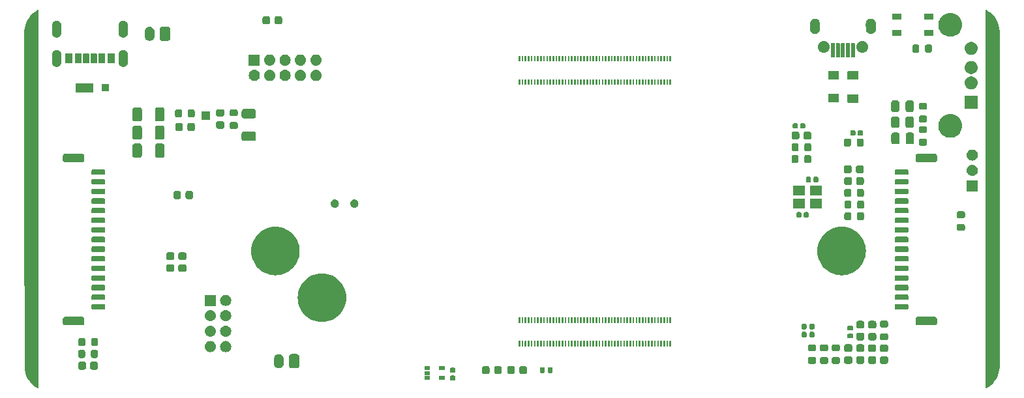
<source format=gts>
G04 #@! TF.GenerationSoftware,KiCad,Pcbnew,8.0.0-rc1*
G04 #@! TF.CreationDate,2025-03-22T13:15:10+03:00*
G04 #@! TF.ProjectId,Movita_CM4_CT_Router_V1.0,4d6f7669-7461-45f4-934d-345f43545f52,REV1*
G04 #@! TF.SameCoordinates,Original*
G04 #@! TF.FileFunction,Soldermask,Top*
G04 #@! TF.FilePolarity,Negative*
%FSLAX46Y46*%
G04 Gerber Fmt 4.6, Leading zero omitted, Abs format (unit mm)*
G04 Created by KiCad (PCBNEW 8.0.0-rc1) date 2025-03-22 13:15:10*
%MOMM*%
%LPD*%
G01*
G04 APERTURE LIST*
G04 APERTURE END LIST*
G36*
X233980519Y-82867534D02*
G01*
X234058619Y-82905288D01*
X234061300Y-82906775D01*
X234375808Y-83105047D01*
X234378297Y-83106819D01*
X234668638Y-83339064D01*
X234670925Y-83341115D01*
X234933417Y-83604390D01*
X234935473Y-83606697D01*
X235166831Y-83897699D01*
X235168616Y-83900223D01*
X235365938Y-84215300D01*
X235367423Y-84217996D01*
X235528233Y-84553201D01*
X235529410Y-84556055D01*
X235651676Y-84907149D01*
X235652522Y-84910100D01*
X235734712Y-85272698D01*
X235735219Y-85275711D01*
X235776312Y-85645374D01*
X235776479Y-85648095D01*
X235778658Y-85834053D01*
X235778658Y-85834121D01*
X235778659Y-85834126D01*
X235778659Y-85834185D01*
X235778560Y-129163853D01*
X235778555Y-129164375D01*
X235775767Y-129350197D01*
X235775592Y-129352913D01*
X235733400Y-129722412D01*
X235732877Y-129725463D01*
X235649609Y-130087780D01*
X235648747Y-130090755D01*
X235525437Y-130441467D01*
X235524253Y-130444316D01*
X235362447Y-130779024D01*
X235360957Y-130781711D01*
X235162681Y-131096215D01*
X235160894Y-131098725D01*
X234928670Y-131389030D01*
X234926617Y-131391320D01*
X234663335Y-131653810D01*
X234661038Y-131655857D01*
X234370015Y-131887226D01*
X234367514Y-131888994D01*
X234052416Y-132086322D01*
X234049729Y-132087802D01*
X233984000Y-132119333D01*
X233973337Y-132119916D01*
X233969388Y-132116375D01*
X233968767Y-132113645D01*
X233968767Y-82878774D01*
X233972853Y-82868909D01*
X233977719Y-82866893D01*
X233980519Y-82867534D01*
G37*
G36*
X110978134Y-82873902D02*
G01*
X110978767Y-82876672D01*
X110978767Y-132107799D01*
X110974680Y-132117664D01*
X110969796Y-132119687D01*
X110967029Y-132119056D01*
X110895860Y-132084782D01*
X110893163Y-132083292D01*
X110577904Y-131885198D01*
X110575392Y-131883416D01*
X110284318Y-131651289D01*
X110282004Y-131649221D01*
X110018741Y-131385954D01*
X110016692Y-131383661D01*
X109784550Y-131092562D01*
X109782777Y-131090063D01*
X109584685Y-130774797D01*
X109583199Y-130772109D01*
X109421659Y-130436663D01*
X109420478Y-130433811D01*
X109297509Y-130082381D01*
X109296659Y-130079429D01*
X109213808Y-129716430D01*
X109213293Y-129713402D01*
X109212995Y-129710772D01*
X109212822Y-129707749D01*
X109168766Y-107577650D01*
X109168766Y-85834371D01*
X109168769Y-85834006D01*
X109171380Y-85647798D01*
X109171550Y-85645100D01*
X109213254Y-85274975D01*
X109213770Y-85271942D01*
X109296621Y-84908944D01*
X109297473Y-84905987D01*
X109420447Y-84554547D01*
X109421619Y-84551718D01*
X109583165Y-84216266D01*
X109584656Y-84213569D01*
X109782748Y-83898305D01*
X109784528Y-83895795D01*
X110016666Y-83604702D01*
X110018715Y-83602409D01*
X110281982Y-83339140D01*
X110284285Y-83337082D01*
X110575385Y-83104935D01*
X110577886Y-83103161D01*
X110893149Y-82905066D01*
X110895830Y-82903584D01*
X110963535Y-82870978D01*
X110974193Y-82870380D01*
X110978134Y-82873902D01*
G37*
G36*
X165019946Y-130437348D02*
G01*
X165080289Y-130477668D01*
X165120609Y-130538011D01*
X165134767Y-130609190D01*
X165134767Y-130879190D01*
X165120609Y-130950369D01*
X165080289Y-131010712D01*
X165019946Y-131051032D01*
X164948767Y-131065190D01*
X164578767Y-131065190D01*
X164507588Y-131051032D01*
X164447245Y-131010712D01*
X164406925Y-130950369D01*
X164392767Y-130879190D01*
X164392767Y-130609190D01*
X164406925Y-130538011D01*
X164447245Y-130477668D01*
X164507588Y-130437348D01*
X164578767Y-130423190D01*
X164948767Y-130423190D01*
X165019946Y-130437348D01*
G37*
G36*
X161808284Y-130507072D02*
G01*
X161824829Y-130518128D01*
X161835885Y-130534673D01*
X161839767Y-130554190D01*
X161839767Y-130954190D01*
X161835885Y-130973707D01*
X161824829Y-130990252D01*
X161808284Y-131001308D01*
X161788767Y-131005190D01*
X161138767Y-131005190D01*
X161119250Y-131001308D01*
X161102705Y-130990252D01*
X161091649Y-130973707D01*
X161087767Y-130954190D01*
X161087767Y-130554190D01*
X161091649Y-130534673D01*
X161102705Y-130518128D01*
X161119250Y-130507072D01*
X161138767Y-130503190D01*
X161788767Y-130503190D01*
X161808284Y-130507072D01*
G37*
G36*
X163708284Y-130507072D02*
G01*
X163724829Y-130518128D01*
X163735885Y-130534673D01*
X163739767Y-130554190D01*
X163739767Y-130954190D01*
X163735885Y-130973707D01*
X163724829Y-130990252D01*
X163708284Y-131001308D01*
X163688767Y-131005190D01*
X163038767Y-131005190D01*
X163019250Y-131001308D01*
X163002705Y-130990252D01*
X162991649Y-130973707D01*
X162987767Y-130954190D01*
X162987767Y-130554190D01*
X162991649Y-130534673D01*
X163002705Y-130518128D01*
X163019250Y-130507072D01*
X163038767Y-130503190D01*
X163688767Y-130503190D01*
X163708284Y-130507072D01*
G37*
G36*
X161808284Y-129857072D02*
G01*
X161824829Y-129868128D01*
X161835885Y-129884673D01*
X161839767Y-129904190D01*
X161839767Y-130304190D01*
X161835885Y-130323707D01*
X161824829Y-130340252D01*
X161808284Y-130351308D01*
X161788767Y-130355190D01*
X161138767Y-130355190D01*
X161119250Y-130351308D01*
X161102705Y-130340252D01*
X161091649Y-130323707D01*
X161087767Y-130304190D01*
X161087767Y-129904190D01*
X161091649Y-129884673D01*
X161102705Y-129868128D01*
X161119250Y-129857072D01*
X161138767Y-129853190D01*
X161788767Y-129853190D01*
X161808284Y-129857072D01*
G37*
G36*
X169283291Y-129199338D02*
G01*
X169346240Y-129207626D01*
X169362072Y-129215008D01*
X169380746Y-129218723D01*
X169405479Y-129235249D01*
X169431841Y-129247542D01*
X169447880Y-129263581D01*
X169468259Y-129277198D01*
X169481875Y-129297576D01*
X169497914Y-129313615D01*
X169510205Y-129339975D01*
X169526734Y-129364711D01*
X169530448Y-129383386D01*
X169537830Y-129399216D01*
X169546115Y-129462152D01*
X169547267Y-129467940D01*
X169547267Y-129980440D01*
X169546115Y-129986229D01*
X169537830Y-130049163D01*
X169530449Y-130064991D01*
X169526734Y-130083669D01*
X169510204Y-130108407D01*
X169497914Y-130134764D01*
X169481877Y-130150800D01*
X169468259Y-130171182D01*
X169447877Y-130184800D01*
X169431841Y-130200837D01*
X169405484Y-130213127D01*
X169380746Y-130229657D01*
X169362068Y-130233372D01*
X169346240Y-130240753D01*
X169283306Y-130249038D01*
X169277517Y-130250190D01*
X168840017Y-130250190D01*
X168834229Y-130249038D01*
X168771293Y-130240753D01*
X168755463Y-130233371D01*
X168736788Y-130229657D01*
X168712052Y-130213128D01*
X168685692Y-130200837D01*
X168669653Y-130184798D01*
X168649275Y-130171182D01*
X168635658Y-130150803D01*
X168619619Y-130134764D01*
X168607326Y-130108402D01*
X168590800Y-130083669D01*
X168587085Y-130064995D01*
X168579703Y-130049163D01*
X168571415Y-129986214D01*
X168570267Y-129980440D01*
X168570267Y-129467940D01*
X168571415Y-129462167D01*
X168579703Y-129399216D01*
X168587086Y-129383382D01*
X168590800Y-129364711D01*
X168607324Y-129339979D01*
X168619619Y-129313615D01*
X168635660Y-129297573D01*
X168649275Y-129277198D01*
X168669650Y-129263583D01*
X168685692Y-129247542D01*
X168712056Y-129235247D01*
X168736788Y-129218723D01*
X168755459Y-129215009D01*
X168771293Y-129207626D01*
X168834244Y-129199338D01*
X168840017Y-129198190D01*
X169277517Y-129198190D01*
X169283291Y-129199338D01*
G37*
G36*
X170858291Y-129199338D02*
G01*
X170921240Y-129207626D01*
X170937072Y-129215008D01*
X170955746Y-129218723D01*
X170980479Y-129235249D01*
X171006841Y-129247542D01*
X171022880Y-129263581D01*
X171043259Y-129277198D01*
X171056875Y-129297576D01*
X171072914Y-129313615D01*
X171085205Y-129339975D01*
X171101734Y-129364711D01*
X171105448Y-129383386D01*
X171112830Y-129399216D01*
X171121115Y-129462152D01*
X171122267Y-129467940D01*
X171122267Y-129980440D01*
X171121115Y-129986229D01*
X171112830Y-130049163D01*
X171105449Y-130064991D01*
X171101734Y-130083669D01*
X171085204Y-130108407D01*
X171072914Y-130134764D01*
X171056877Y-130150800D01*
X171043259Y-130171182D01*
X171022877Y-130184800D01*
X171006841Y-130200837D01*
X170980484Y-130213127D01*
X170955746Y-130229657D01*
X170937068Y-130233372D01*
X170921240Y-130240753D01*
X170858306Y-130249038D01*
X170852517Y-130250190D01*
X170415017Y-130250190D01*
X170409229Y-130249038D01*
X170346293Y-130240753D01*
X170330463Y-130233371D01*
X170311788Y-130229657D01*
X170287052Y-130213128D01*
X170260692Y-130200837D01*
X170244653Y-130184798D01*
X170224275Y-130171182D01*
X170210658Y-130150803D01*
X170194619Y-130134764D01*
X170182326Y-130108402D01*
X170165800Y-130083669D01*
X170162085Y-130064995D01*
X170154703Y-130049163D01*
X170146415Y-129986214D01*
X170145267Y-129980440D01*
X170145267Y-129467940D01*
X170146415Y-129462167D01*
X170154703Y-129399216D01*
X170162086Y-129383382D01*
X170165800Y-129364711D01*
X170182324Y-129339979D01*
X170194619Y-129313615D01*
X170210660Y-129297573D01*
X170224275Y-129277198D01*
X170244650Y-129263583D01*
X170260692Y-129247542D01*
X170287056Y-129235247D01*
X170311788Y-129218723D01*
X170330459Y-129215009D01*
X170346293Y-129207626D01*
X170409244Y-129199338D01*
X170415017Y-129198190D01*
X170852517Y-129198190D01*
X170858291Y-129199338D01*
G37*
G36*
X172563291Y-129199338D02*
G01*
X172626240Y-129207626D01*
X172642072Y-129215008D01*
X172660746Y-129218723D01*
X172685479Y-129235249D01*
X172711841Y-129247542D01*
X172727880Y-129263581D01*
X172748259Y-129277198D01*
X172761875Y-129297576D01*
X172777914Y-129313615D01*
X172790205Y-129339975D01*
X172806734Y-129364711D01*
X172810448Y-129383386D01*
X172817830Y-129399216D01*
X172826115Y-129462152D01*
X172827267Y-129467940D01*
X172827267Y-129980440D01*
X172826115Y-129986229D01*
X172817830Y-130049163D01*
X172810449Y-130064991D01*
X172806734Y-130083669D01*
X172790204Y-130108407D01*
X172777914Y-130134764D01*
X172761877Y-130150800D01*
X172748259Y-130171182D01*
X172727877Y-130184800D01*
X172711841Y-130200837D01*
X172685484Y-130213127D01*
X172660746Y-130229657D01*
X172642068Y-130233372D01*
X172626240Y-130240753D01*
X172563306Y-130249038D01*
X172557517Y-130250190D01*
X172120017Y-130250190D01*
X172114229Y-130249038D01*
X172051293Y-130240753D01*
X172035463Y-130233371D01*
X172016788Y-130229657D01*
X171992052Y-130213128D01*
X171965692Y-130200837D01*
X171949653Y-130184798D01*
X171929275Y-130171182D01*
X171915658Y-130150803D01*
X171899619Y-130134764D01*
X171887326Y-130108402D01*
X171870800Y-130083669D01*
X171867085Y-130064995D01*
X171859703Y-130049163D01*
X171851415Y-129986214D01*
X171850267Y-129980440D01*
X171850267Y-129467940D01*
X171851415Y-129462167D01*
X171859703Y-129399216D01*
X171867086Y-129383382D01*
X171870800Y-129364711D01*
X171887324Y-129339979D01*
X171899619Y-129313615D01*
X171915660Y-129297573D01*
X171929275Y-129277198D01*
X171949650Y-129263583D01*
X171965692Y-129247542D01*
X171992056Y-129235247D01*
X172016788Y-129218723D01*
X172035459Y-129215009D01*
X172051293Y-129207626D01*
X172114244Y-129199338D01*
X172120017Y-129198190D01*
X172557517Y-129198190D01*
X172563291Y-129199338D01*
G37*
G36*
X174138291Y-129199338D02*
G01*
X174201240Y-129207626D01*
X174217072Y-129215008D01*
X174235746Y-129218723D01*
X174260479Y-129235249D01*
X174286841Y-129247542D01*
X174302880Y-129263581D01*
X174323259Y-129277198D01*
X174336875Y-129297576D01*
X174352914Y-129313615D01*
X174365205Y-129339975D01*
X174381734Y-129364711D01*
X174385448Y-129383386D01*
X174392830Y-129399216D01*
X174401115Y-129462152D01*
X174402267Y-129467940D01*
X174402267Y-129980440D01*
X174401115Y-129986229D01*
X174392830Y-130049163D01*
X174385449Y-130064991D01*
X174381734Y-130083669D01*
X174365204Y-130108407D01*
X174352914Y-130134764D01*
X174336877Y-130150800D01*
X174323259Y-130171182D01*
X174302877Y-130184800D01*
X174286841Y-130200837D01*
X174260484Y-130213127D01*
X174235746Y-130229657D01*
X174217068Y-130233372D01*
X174201240Y-130240753D01*
X174138306Y-130249038D01*
X174132517Y-130250190D01*
X173695017Y-130250190D01*
X173689229Y-130249038D01*
X173626293Y-130240753D01*
X173610463Y-130233371D01*
X173591788Y-130229657D01*
X173567052Y-130213128D01*
X173540692Y-130200837D01*
X173524653Y-130184798D01*
X173504275Y-130171182D01*
X173490658Y-130150803D01*
X173474619Y-130134764D01*
X173462326Y-130108402D01*
X173445800Y-130083669D01*
X173442085Y-130064995D01*
X173434703Y-130049163D01*
X173426415Y-129986214D01*
X173425267Y-129980440D01*
X173425267Y-129467940D01*
X173426415Y-129462167D01*
X173434703Y-129399216D01*
X173442086Y-129383382D01*
X173445800Y-129364711D01*
X173462324Y-129339979D01*
X173474619Y-129313615D01*
X173490660Y-129297573D01*
X173504275Y-129277198D01*
X173524650Y-129263583D01*
X173540692Y-129247542D01*
X173567056Y-129235247D01*
X173591788Y-129218723D01*
X173610459Y-129215009D01*
X173626293Y-129207626D01*
X173689244Y-129199338D01*
X173695017Y-129198190D01*
X174132517Y-129198190D01*
X174138291Y-129199338D01*
G37*
G36*
X176609946Y-129367348D02*
G01*
X176670289Y-129407668D01*
X176710609Y-129468011D01*
X176724767Y-129539190D01*
X176724767Y-129909190D01*
X176710609Y-129980369D01*
X176670289Y-130040712D01*
X176609946Y-130081032D01*
X176538767Y-130095190D01*
X176268767Y-130095190D01*
X176197588Y-130081032D01*
X176137245Y-130040712D01*
X176096925Y-129980369D01*
X176082767Y-129909190D01*
X176082767Y-129539190D01*
X176096925Y-129468011D01*
X176137245Y-129407668D01*
X176197588Y-129367348D01*
X176268767Y-129353190D01*
X176538767Y-129353190D01*
X176609946Y-129367348D01*
G37*
G36*
X177629946Y-129367348D02*
G01*
X177690289Y-129407668D01*
X177730609Y-129468011D01*
X177744767Y-129539190D01*
X177744767Y-129909190D01*
X177730609Y-129980369D01*
X177690289Y-130040712D01*
X177629946Y-130081032D01*
X177558767Y-130095190D01*
X177288767Y-130095190D01*
X177217588Y-130081032D01*
X177157245Y-130040712D01*
X177116925Y-129980369D01*
X177102767Y-129909190D01*
X177102767Y-129539190D01*
X177116925Y-129468011D01*
X177157245Y-129407668D01*
X177217588Y-129367348D01*
X177288767Y-129353190D01*
X177558767Y-129353190D01*
X177629946Y-129367348D01*
G37*
G36*
X165019946Y-129417348D02*
G01*
X165080289Y-129457668D01*
X165120609Y-129518011D01*
X165134767Y-129589190D01*
X165134767Y-129859190D01*
X165120609Y-129930369D01*
X165080289Y-129990712D01*
X165019946Y-130031032D01*
X164948767Y-130045190D01*
X164578767Y-130045190D01*
X164507588Y-130031032D01*
X164447245Y-129990712D01*
X164406925Y-129930369D01*
X164392767Y-129859190D01*
X164392767Y-129589190D01*
X164406925Y-129518011D01*
X164447245Y-129457668D01*
X164507588Y-129417348D01*
X164578767Y-129403190D01*
X164948767Y-129403190D01*
X165019946Y-129417348D01*
G37*
G36*
X161808284Y-129207072D02*
G01*
X161824829Y-129218128D01*
X161835885Y-129234673D01*
X161839767Y-129254190D01*
X161839767Y-129654190D01*
X161835885Y-129673707D01*
X161824829Y-129690252D01*
X161808284Y-129701308D01*
X161788767Y-129705190D01*
X161138767Y-129705190D01*
X161119250Y-129701308D01*
X161102705Y-129690252D01*
X161091649Y-129673707D01*
X161087767Y-129654190D01*
X161087767Y-129254190D01*
X161091649Y-129234673D01*
X161102705Y-129218128D01*
X161119250Y-129207072D01*
X161138767Y-129203190D01*
X161788767Y-129203190D01*
X161808284Y-129207072D01*
G37*
G36*
X163708284Y-129207072D02*
G01*
X163724829Y-129218128D01*
X163735885Y-129234673D01*
X163739767Y-129254190D01*
X163739767Y-129654190D01*
X163735885Y-129673707D01*
X163724829Y-129690252D01*
X163708284Y-129701308D01*
X163688767Y-129705190D01*
X163038767Y-129705190D01*
X163019250Y-129701308D01*
X163002705Y-129690252D01*
X162991649Y-129673707D01*
X162987767Y-129654190D01*
X162987767Y-129254190D01*
X162991649Y-129234673D01*
X163002705Y-129218128D01*
X163019250Y-129207072D01*
X163038767Y-129203190D01*
X163688767Y-129203190D01*
X163708284Y-129207072D01*
G37*
G36*
X116887804Y-128627602D02*
G01*
X116952371Y-128636103D01*
X116968610Y-128643675D01*
X116987651Y-128647463D01*
X117012869Y-128664313D01*
X117039938Y-128676936D01*
X117056407Y-128693405D01*
X117077191Y-128707293D01*
X117091078Y-128728076D01*
X117107547Y-128744545D01*
X117120168Y-128771611D01*
X117137021Y-128796833D01*
X117140808Y-128815876D01*
X117148380Y-128832113D01*
X117156878Y-128896666D01*
X117158030Y-128902454D01*
X117158030Y-129402454D01*
X117156878Y-129408243D01*
X117148380Y-129472795D01*
X117140809Y-129489031D01*
X117137021Y-129508075D01*
X117120166Y-129533298D01*
X117107547Y-129560362D01*
X117091080Y-129576828D01*
X117077191Y-129597615D01*
X117056404Y-129611504D01*
X117039938Y-129627971D01*
X117012875Y-129640590D01*
X116987651Y-129657445D01*
X116968605Y-129661233D01*
X116952370Y-129668804D01*
X116887819Y-129677302D01*
X116882030Y-129678454D01*
X116432030Y-129678454D01*
X116426242Y-129677302D01*
X116361688Y-129668804D01*
X116345451Y-129661232D01*
X116326409Y-129657445D01*
X116301187Y-129640592D01*
X116274121Y-129627971D01*
X116257652Y-129611502D01*
X116236869Y-129597615D01*
X116222981Y-129576831D01*
X116206512Y-129560362D01*
X116193890Y-129533294D01*
X116177039Y-129508075D01*
X116173251Y-129489033D01*
X116165679Y-129472794D01*
X116157178Y-129408228D01*
X116156030Y-129402454D01*
X116156030Y-128902454D01*
X116157178Y-128896681D01*
X116165679Y-128832112D01*
X116173252Y-128815871D01*
X116177039Y-128796833D01*
X116193888Y-128771616D01*
X116206512Y-128744545D01*
X116222983Y-128728073D01*
X116236869Y-128707293D01*
X116257649Y-128693407D01*
X116274121Y-128676936D01*
X116301192Y-128664312D01*
X116326409Y-128647463D01*
X116345448Y-128643675D01*
X116361689Y-128636103D01*
X116426257Y-128627602D01*
X116432030Y-128626454D01*
X116882030Y-128626454D01*
X116887804Y-128627602D01*
G37*
G36*
X118437804Y-128627602D02*
G01*
X118502371Y-128636103D01*
X118518610Y-128643675D01*
X118537651Y-128647463D01*
X118562869Y-128664313D01*
X118589938Y-128676936D01*
X118606407Y-128693405D01*
X118627191Y-128707293D01*
X118641078Y-128728076D01*
X118657547Y-128744545D01*
X118670168Y-128771611D01*
X118687021Y-128796833D01*
X118690808Y-128815876D01*
X118698380Y-128832113D01*
X118706878Y-128896666D01*
X118708030Y-128902454D01*
X118708030Y-129402454D01*
X118706878Y-129408243D01*
X118698380Y-129472795D01*
X118690809Y-129489031D01*
X118687021Y-129508075D01*
X118670166Y-129533298D01*
X118657547Y-129560362D01*
X118641080Y-129576828D01*
X118627191Y-129597615D01*
X118606404Y-129611504D01*
X118589938Y-129627971D01*
X118562875Y-129640590D01*
X118537651Y-129657445D01*
X118518605Y-129661233D01*
X118502370Y-129668804D01*
X118437819Y-129677302D01*
X118432030Y-129678454D01*
X117982030Y-129678454D01*
X117976242Y-129677302D01*
X117911688Y-129668804D01*
X117895451Y-129661232D01*
X117876409Y-129657445D01*
X117851187Y-129640592D01*
X117824121Y-129627971D01*
X117807652Y-129611502D01*
X117786869Y-129597615D01*
X117772981Y-129576831D01*
X117756512Y-129560362D01*
X117743890Y-129533294D01*
X117727039Y-129508075D01*
X117723251Y-129489033D01*
X117715679Y-129472794D01*
X117707178Y-129408228D01*
X117706030Y-129402454D01*
X117706030Y-128902454D01*
X117707178Y-128896681D01*
X117715679Y-128832112D01*
X117723252Y-128815871D01*
X117727039Y-128796833D01*
X117743888Y-128771616D01*
X117756512Y-128744545D01*
X117772983Y-128728073D01*
X117786869Y-128707293D01*
X117807649Y-128693407D01*
X117824121Y-128676936D01*
X117851192Y-128664312D01*
X117876409Y-128647463D01*
X117895448Y-128643675D01*
X117911689Y-128636103D01*
X117976257Y-128627602D01*
X117982030Y-128626454D01*
X118432030Y-128626454D01*
X118437804Y-128627602D01*
G37*
G36*
X144610944Y-127644449D02*
G01*
X144615675Y-127646538D01*
X144618841Y-127646955D01*
X144658472Y-127665435D01*
X144712136Y-127689130D01*
X144790354Y-127767348D01*
X144814058Y-127821033D01*
X144832528Y-127860642D01*
X144832944Y-127863805D01*
X144835035Y-127868540D01*
X144843030Y-127937454D01*
X144843030Y-129187454D01*
X144835035Y-129256368D01*
X144832944Y-129261102D01*
X144832528Y-129264265D01*
X144814066Y-129303856D01*
X144790354Y-129357560D01*
X144712136Y-129435778D01*
X144658432Y-129459490D01*
X144618841Y-129477952D01*
X144615678Y-129478368D01*
X144610944Y-129480459D01*
X144542030Y-129488454D01*
X143842030Y-129488454D01*
X143773116Y-129480459D01*
X143768381Y-129478368D01*
X143765218Y-129477952D01*
X143725609Y-129459482D01*
X143671924Y-129435778D01*
X143593706Y-129357560D01*
X143570011Y-129303896D01*
X143551531Y-129264265D01*
X143551114Y-129261099D01*
X143549025Y-129256368D01*
X143541030Y-129187454D01*
X143541030Y-127937454D01*
X143549025Y-127868540D01*
X143551114Y-127863808D01*
X143551531Y-127860642D01*
X143570019Y-127820992D01*
X143593706Y-127767348D01*
X143671924Y-127689130D01*
X143725568Y-127665443D01*
X143765218Y-127646955D01*
X143768384Y-127646538D01*
X143773116Y-127644449D01*
X143842030Y-127636454D01*
X144542030Y-127636454D01*
X144610944Y-127644449D01*
G37*
G36*
X142381005Y-127664486D02*
G01*
X142498909Y-127713323D01*
X142605020Y-127784224D01*
X142695260Y-127874464D01*
X142766161Y-127980575D01*
X142814998Y-128098479D01*
X142839895Y-128223645D01*
X142843030Y-128837454D01*
X142839895Y-128901263D01*
X142814998Y-129026429D01*
X142766161Y-129144333D01*
X142695260Y-129250444D01*
X142605020Y-129340684D01*
X142498909Y-129411585D01*
X142381005Y-129460422D01*
X142255839Y-129485319D01*
X142128221Y-129485319D01*
X142003055Y-129460422D01*
X141885151Y-129411585D01*
X141779040Y-129340684D01*
X141688800Y-129250444D01*
X141617899Y-129144333D01*
X141569062Y-129026429D01*
X141544165Y-128901263D01*
X141541030Y-128287454D01*
X141544165Y-128223645D01*
X141569062Y-128098479D01*
X141617899Y-127980575D01*
X141688800Y-127874464D01*
X141779040Y-127784224D01*
X141885151Y-127713323D01*
X142003055Y-127664486D01*
X142128221Y-127639589D01*
X142255839Y-127639589D01*
X142381005Y-127664486D01*
G37*
G36*
X213252406Y-128028913D02*
G01*
X213304586Y-128034967D01*
X213322414Y-128042839D01*
X213344821Y-128047296D01*
X213368809Y-128063324D01*
X213390176Y-128072759D01*
X213404769Y-128087352D01*
X213426251Y-128101706D01*
X213440604Y-128123187D01*
X213455197Y-128137780D01*
X213464630Y-128159144D01*
X213480661Y-128183136D01*
X213485118Y-128205544D01*
X213492989Y-128223370D01*
X213499041Y-128275541D01*
X213499767Y-128279190D01*
X213499767Y-128679190D01*
X213499040Y-128682840D01*
X213492989Y-128735009D01*
X213485118Y-128752833D01*
X213480661Y-128775244D01*
X213464629Y-128799237D01*
X213455197Y-128820599D01*
X213440606Y-128835189D01*
X213426251Y-128856674D01*
X213404766Y-128871029D01*
X213390176Y-128885620D01*
X213368814Y-128895052D01*
X213344821Y-128911084D01*
X213322410Y-128915541D01*
X213304586Y-128923412D01*
X213252417Y-128929463D01*
X213248767Y-128930190D01*
X212698767Y-128930190D01*
X212695116Y-128929463D01*
X212642947Y-128923412D01*
X212625121Y-128915541D01*
X212602713Y-128911084D01*
X212578721Y-128895053D01*
X212557357Y-128885620D01*
X212542764Y-128871027D01*
X212521283Y-128856674D01*
X212506929Y-128835192D01*
X212492336Y-128820599D01*
X212482901Y-128799232D01*
X212466873Y-128775244D01*
X212462416Y-128752837D01*
X212454544Y-128735009D01*
X212448490Y-128682828D01*
X212447767Y-128679190D01*
X212447767Y-128279190D01*
X212448490Y-128275553D01*
X212454544Y-128223370D01*
X212462416Y-128205540D01*
X212466873Y-128183136D01*
X212482900Y-128159149D01*
X212492336Y-128137780D01*
X212506931Y-128123184D01*
X212521283Y-128101706D01*
X212542761Y-128087354D01*
X212557357Y-128072759D01*
X212578726Y-128063323D01*
X212602713Y-128047296D01*
X212625117Y-128042839D01*
X212642947Y-128034967D01*
X212695130Y-128028913D01*
X212698767Y-128028190D01*
X213248767Y-128028190D01*
X213252406Y-128028913D01*
G37*
G36*
X214782406Y-128028913D02*
G01*
X214834586Y-128034967D01*
X214852414Y-128042839D01*
X214874821Y-128047296D01*
X214898809Y-128063324D01*
X214920176Y-128072759D01*
X214934769Y-128087352D01*
X214956251Y-128101706D01*
X214970604Y-128123187D01*
X214985197Y-128137780D01*
X214994630Y-128159144D01*
X215010661Y-128183136D01*
X215015118Y-128205544D01*
X215022989Y-128223370D01*
X215029041Y-128275541D01*
X215029767Y-128279190D01*
X215029767Y-128679190D01*
X215029040Y-128682840D01*
X215022989Y-128735009D01*
X215015118Y-128752833D01*
X215010661Y-128775244D01*
X214994629Y-128799237D01*
X214985197Y-128820599D01*
X214970606Y-128835189D01*
X214956251Y-128856674D01*
X214934766Y-128871029D01*
X214920176Y-128885620D01*
X214898814Y-128895052D01*
X214874821Y-128911084D01*
X214852410Y-128915541D01*
X214834586Y-128923412D01*
X214782417Y-128929463D01*
X214778767Y-128930190D01*
X214228767Y-128930190D01*
X214225116Y-128929463D01*
X214172947Y-128923412D01*
X214155121Y-128915541D01*
X214132713Y-128911084D01*
X214108721Y-128895053D01*
X214087357Y-128885620D01*
X214072764Y-128871027D01*
X214051283Y-128856674D01*
X214036929Y-128835192D01*
X214022336Y-128820599D01*
X214012901Y-128799232D01*
X213996873Y-128775244D01*
X213992416Y-128752837D01*
X213984544Y-128735009D01*
X213978490Y-128682828D01*
X213977767Y-128679190D01*
X213977767Y-128279190D01*
X213978490Y-128275553D01*
X213984544Y-128223370D01*
X213992416Y-128205540D01*
X213996873Y-128183136D01*
X214012900Y-128159149D01*
X214022336Y-128137780D01*
X214036931Y-128123184D01*
X214051283Y-128101706D01*
X214072761Y-128087354D01*
X214087357Y-128072759D01*
X214108726Y-128063323D01*
X214132713Y-128047296D01*
X214155117Y-128042839D01*
X214172947Y-128034967D01*
X214225130Y-128028913D01*
X214228767Y-128028190D01*
X214778767Y-128028190D01*
X214782406Y-128028913D01*
G37*
G36*
X219477804Y-127922602D02*
G01*
X219542371Y-127931103D01*
X219558610Y-127938675D01*
X219577651Y-127942463D01*
X219602869Y-127959313D01*
X219629938Y-127971936D01*
X219646407Y-127988405D01*
X219667191Y-128002293D01*
X219681078Y-128023076D01*
X219697547Y-128039545D01*
X219710168Y-128066611D01*
X219727021Y-128091833D01*
X219730808Y-128110876D01*
X219738380Y-128127113D01*
X219746878Y-128191666D01*
X219748030Y-128197454D01*
X219748030Y-128647454D01*
X219746878Y-128653243D01*
X219738380Y-128717795D01*
X219730809Y-128734031D01*
X219727021Y-128753075D01*
X219710166Y-128778298D01*
X219697547Y-128805362D01*
X219681080Y-128821828D01*
X219667191Y-128842615D01*
X219646404Y-128856504D01*
X219629938Y-128872971D01*
X219602875Y-128885590D01*
X219577651Y-128902445D01*
X219558605Y-128906233D01*
X219542370Y-128913804D01*
X219477819Y-128922302D01*
X219472030Y-128923454D01*
X218972030Y-128923454D01*
X218966242Y-128922302D01*
X218901688Y-128913804D01*
X218885451Y-128906232D01*
X218866409Y-128902445D01*
X218841187Y-128885592D01*
X218814121Y-128872971D01*
X218797652Y-128856502D01*
X218776869Y-128842615D01*
X218762981Y-128821831D01*
X218746512Y-128805362D01*
X218733890Y-128778294D01*
X218717039Y-128753075D01*
X218713251Y-128734033D01*
X218705679Y-128717794D01*
X218697178Y-128653228D01*
X218696030Y-128647454D01*
X218696030Y-128197454D01*
X218697178Y-128191681D01*
X218705679Y-128127112D01*
X218713252Y-128110871D01*
X218717039Y-128091833D01*
X218733888Y-128066616D01*
X218746512Y-128039545D01*
X218762983Y-128023073D01*
X218776869Y-128002293D01*
X218797649Y-127988407D01*
X218814121Y-127971936D01*
X218841192Y-127959312D01*
X218866409Y-127942463D01*
X218885448Y-127938675D01*
X218901689Y-127931103D01*
X218966257Y-127922602D01*
X218972030Y-127921454D01*
X219472030Y-127921454D01*
X219477804Y-127922602D01*
G37*
G36*
X221017804Y-127922602D02*
G01*
X221082371Y-127931103D01*
X221098610Y-127938675D01*
X221117651Y-127942463D01*
X221142869Y-127959313D01*
X221169938Y-127971936D01*
X221186407Y-127988405D01*
X221207191Y-128002293D01*
X221221078Y-128023076D01*
X221237547Y-128039545D01*
X221250168Y-128066611D01*
X221267021Y-128091833D01*
X221270808Y-128110876D01*
X221278380Y-128127113D01*
X221286878Y-128191666D01*
X221288030Y-128197454D01*
X221288030Y-128647454D01*
X221286878Y-128653243D01*
X221278380Y-128717795D01*
X221270809Y-128734031D01*
X221267021Y-128753075D01*
X221250166Y-128778298D01*
X221237547Y-128805362D01*
X221221080Y-128821828D01*
X221207191Y-128842615D01*
X221186404Y-128856504D01*
X221169938Y-128872971D01*
X221142875Y-128885590D01*
X221117651Y-128902445D01*
X221098605Y-128906233D01*
X221082370Y-128913804D01*
X221017819Y-128922302D01*
X221012030Y-128923454D01*
X220512030Y-128923454D01*
X220506242Y-128922302D01*
X220441688Y-128913804D01*
X220425451Y-128906232D01*
X220406409Y-128902445D01*
X220381187Y-128885592D01*
X220354121Y-128872971D01*
X220337652Y-128856502D01*
X220316869Y-128842615D01*
X220302981Y-128821831D01*
X220286512Y-128805362D01*
X220273890Y-128778294D01*
X220257039Y-128753075D01*
X220253251Y-128734033D01*
X220245679Y-128717794D01*
X220237178Y-128653228D01*
X220236030Y-128647454D01*
X220236030Y-128197454D01*
X220237178Y-128191681D01*
X220245679Y-128127112D01*
X220253252Y-128110871D01*
X220257039Y-128091833D01*
X220273888Y-128066616D01*
X220286512Y-128039545D01*
X220302983Y-128023073D01*
X220316869Y-128002293D01*
X220337649Y-127988407D01*
X220354121Y-127971936D01*
X220381192Y-127959312D01*
X220406409Y-127942463D01*
X220425448Y-127938675D01*
X220441689Y-127931103D01*
X220506257Y-127922602D01*
X220512030Y-127921454D01*
X221012030Y-127921454D01*
X221017804Y-127922602D01*
G37*
G36*
X211702406Y-128018913D02*
G01*
X211754586Y-128024967D01*
X211772414Y-128032839D01*
X211794821Y-128037296D01*
X211818809Y-128053324D01*
X211840176Y-128062759D01*
X211854769Y-128077352D01*
X211876251Y-128091706D01*
X211890604Y-128113187D01*
X211905197Y-128127780D01*
X211914630Y-128149144D01*
X211930661Y-128173136D01*
X211935118Y-128195544D01*
X211942989Y-128213370D01*
X211949041Y-128265541D01*
X211949767Y-128269190D01*
X211949767Y-128669190D01*
X211949040Y-128672840D01*
X211942989Y-128725009D01*
X211935118Y-128742833D01*
X211930661Y-128765244D01*
X211914629Y-128789237D01*
X211905197Y-128810599D01*
X211890606Y-128825189D01*
X211876251Y-128846674D01*
X211854766Y-128861029D01*
X211840176Y-128875620D01*
X211818814Y-128885052D01*
X211794821Y-128901084D01*
X211772410Y-128905541D01*
X211754586Y-128913412D01*
X211702417Y-128919463D01*
X211698767Y-128920190D01*
X211148767Y-128920190D01*
X211145116Y-128919463D01*
X211092947Y-128913412D01*
X211075121Y-128905541D01*
X211052713Y-128901084D01*
X211028721Y-128885053D01*
X211007357Y-128875620D01*
X210992764Y-128861027D01*
X210971283Y-128846674D01*
X210956929Y-128825192D01*
X210942336Y-128810599D01*
X210932901Y-128789232D01*
X210916873Y-128765244D01*
X210912416Y-128742837D01*
X210904544Y-128725009D01*
X210898490Y-128672828D01*
X210897767Y-128669190D01*
X210897767Y-128269190D01*
X210898490Y-128265553D01*
X210904544Y-128213370D01*
X210912416Y-128195540D01*
X210916873Y-128173136D01*
X210932900Y-128149149D01*
X210942336Y-128127780D01*
X210956931Y-128113184D01*
X210971283Y-128091706D01*
X210992761Y-128077354D01*
X211007357Y-128062759D01*
X211028726Y-128053323D01*
X211052713Y-128037296D01*
X211075117Y-128032839D01*
X211092947Y-128024967D01*
X211145130Y-128018913D01*
X211148767Y-128018190D01*
X211698767Y-128018190D01*
X211702406Y-128018913D01*
G37*
G36*
X216367804Y-127912602D02*
G01*
X216432371Y-127921103D01*
X216448610Y-127928675D01*
X216467651Y-127932463D01*
X216492869Y-127949313D01*
X216519938Y-127961936D01*
X216536407Y-127978405D01*
X216557191Y-127992293D01*
X216571078Y-128013076D01*
X216587547Y-128029545D01*
X216600168Y-128056611D01*
X216617021Y-128081833D01*
X216620808Y-128100876D01*
X216628380Y-128117113D01*
X216636878Y-128181666D01*
X216638030Y-128187454D01*
X216638030Y-128637454D01*
X216636878Y-128643243D01*
X216628380Y-128707795D01*
X216620809Y-128724031D01*
X216617021Y-128743075D01*
X216600166Y-128768298D01*
X216587547Y-128795362D01*
X216571080Y-128811828D01*
X216557191Y-128832615D01*
X216536404Y-128846504D01*
X216519938Y-128862971D01*
X216492875Y-128875590D01*
X216467651Y-128892445D01*
X216448605Y-128896233D01*
X216432370Y-128903804D01*
X216367819Y-128912302D01*
X216362030Y-128913454D01*
X215862030Y-128913454D01*
X215856242Y-128912302D01*
X215791688Y-128903804D01*
X215775451Y-128896232D01*
X215756409Y-128892445D01*
X215731187Y-128875592D01*
X215704121Y-128862971D01*
X215687652Y-128846502D01*
X215666869Y-128832615D01*
X215652981Y-128811831D01*
X215636512Y-128795362D01*
X215623890Y-128768294D01*
X215607039Y-128743075D01*
X215603251Y-128724033D01*
X215595679Y-128707794D01*
X215587178Y-128643228D01*
X215586030Y-128637454D01*
X215586030Y-128187454D01*
X215587178Y-128181681D01*
X215595679Y-128117112D01*
X215603252Y-128100871D01*
X215607039Y-128081833D01*
X215623888Y-128056616D01*
X215636512Y-128029545D01*
X215652983Y-128013073D01*
X215666869Y-127992293D01*
X215687649Y-127978407D01*
X215704121Y-127961936D01*
X215731192Y-127949312D01*
X215756409Y-127932463D01*
X215775448Y-127928675D01*
X215791689Y-127921103D01*
X215856257Y-127912602D01*
X215862030Y-127911454D01*
X216362030Y-127911454D01*
X216367804Y-127912602D01*
G37*
G36*
X217927804Y-127912602D02*
G01*
X217992371Y-127921103D01*
X218008610Y-127928675D01*
X218027651Y-127932463D01*
X218052869Y-127949313D01*
X218079938Y-127961936D01*
X218096407Y-127978405D01*
X218117191Y-127992293D01*
X218131078Y-128013076D01*
X218147547Y-128029545D01*
X218160168Y-128056611D01*
X218177021Y-128081833D01*
X218180808Y-128100876D01*
X218188380Y-128117113D01*
X218196878Y-128181666D01*
X218198030Y-128187454D01*
X218198030Y-128637454D01*
X218196878Y-128643243D01*
X218188380Y-128707795D01*
X218180809Y-128724031D01*
X218177021Y-128743075D01*
X218160166Y-128768298D01*
X218147547Y-128795362D01*
X218131080Y-128811828D01*
X218117191Y-128832615D01*
X218096404Y-128846504D01*
X218079938Y-128862971D01*
X218052875Y-128875590D01*
X218027651Y-128892445D01*
X218008605Y-128896233D01*
X217992370Y-128903804D01*
X217927819Y-128912302D01*
X217922030Y-128913454D01*
X217422030Y-128913454D01*
X217416242Y-128912302D01*
X217351688Y-128903804D01*
X217335451Y-128896232D01*
X217316409Y-128892445D01*
X217291187Y-128875592D01*
X217264121Y-128862971D01*
X217247652Y-128846502D01*
X217226869Y-128832615D01*
X217212981Y-128811831D01*
X217196512Y-128795362D01*
X217183890Y-128768294D01*
X217167039Y-128743075D01*
X217163251Y-128724033D01*
X217155679Y-128707794D01*
X217147178Y-128643228D01*
X217146030Y-128637454D01*
X217146030Y-128187454D01*
X217147178Y-128181681D01*
X217155679Y-128117112D01*
X217163252Y-128100871D01*
X217167039Y-128081833D01*
X217183888Y-128056616D01*
X217196512Y-128029545D01*
X217212983Y-128013073D01*
X217226869Y-127992293D01*
X217247649Y-127978407D01*
X217264121Y-127961936D01*
X217291192Y-127949312D01*
X217316409Y-127932463D01*
X217335448Y-127928675D01*
X217351689Y-127921103D01*
X217416257Y-127912602D01*
X217422030Y-127911454D01*
X217922030Y-127911454D01*
X217927804Y-127912602D01*
G37*
G36*
X116810668Y-127097177D02*
G01*
X116862849Y-127103231D01*
X116880677Y-127111103D01*
X116903084Y-127115560D01*
X116927072Y-127131588D01*
X116948439Y-127141023D01*
X116963032Y-127155616D01*
X116984514Y-127169970D01*
X116998867Y-127191451D01*
X117013460Y-127206044D01*
X117022893Y-127227408D01*
X117038924Y-127251400D01*
X117043381Y-127273808D01*
X117051252Y-127291634D01*
X117057304Y-127343805D01*
X117058030Y-127347454D01*
X117058030Y-127897454D01*
X117057303Y-127901105D01*
X117051252Y-127953273D01*
X117043381Y-127971097D01*
X117038924Y-127993508D01*
X117022892Y-128017501D01*
X117013460Y-128038863D01*
X116998869Y-128053453D01*
X116984514Y-128074938D01*
X116963029Y-128089293D01*
X116948439Y-128103884D01*
X116927077Y-128113316D01*
X116903084Y-128129348D01*
X116880673Y-128133805D01*
X116862849Y-128141676D01*
X116810680Y-128147727D01*
X116807030Y-128148454D01*
X116407030Y-128148454D01*
X116403381Y-128147728D01*
X116351210Y-128141676D01*
X116333384Y-128133805D01*
X116310976Y-128129348D01*
X116286984Y-128113317D01*
X116265620Y-128103884D01*
X116251027Y-128089291D01*
X116229546Y-128074938D01*
X116215192Y-128053456D01*
X116200599Y-128038863D01*
X116191164Y-128017496D01*
X116175136Y-127993508D01*
X116170679Y-127971101D01*
X116162807Y-127953273D01*
X116156753Y-127901092D01*
X116156030Y-127897454D01*
X116156030Y-127347454D01*
X116156753Y-127343815D01*
X116162807Y-127291634D01*
X116170679Y-127273804D01*
X116175136Y-127251400D01*
X116191163Y-127227413D01*
X116200599Y-127206044D01*
X116215194Y-127191448D01*
X116229546Y-127169970D01*
X116251024Y-127155618D01*
X116265620Y-127141023D01*
X116286989Y-127131587D01*
X116310976Y-127115560D01*
X116333380Y-127111103D01*
X116351210Y-127103231D01*
X116403393Y-127097177D01*
X116407030Y-127096454D01*
X116807030Y-127096454D01*
X116810668Y-127097177D01*
G37*
G36*
X118460668Y-127097177D02*
G01*
X118512849Y-127103231D01*
X118530677Y-127111103D01*
X118553084Y-127115560D01*
X118577072Y-127131588D01*
X118598439Y-127141023D01*
X118613032Y-127155616D01*
X118634514Y-127169970D01*
X118648867Y-127191451D01*
X118663460Y-127206044D01*
X118672893Y-127227408D01*
X118688924Y-127251400D01*
X118693381Y-127273808D01*
X118701252Y-127291634D01*
X118707304Y-127343805D01*
X118708030Y-127347454D01*
X118708030Y-127897454D01*
X118707303Y-127901105D01*
X118701252Y-127953273D01*
X118693381Y-127971097D01*
X118688924Y-127993508D01*
X118672892Y-128017501D01*
X118663460Y-128038863D01*
X118648869Y-128053453D01*
X118634514Y-128074938D01*
X118613029Y-128089293D01*
X118598439Y-128103884D01*
X118577077Y-128113316D01*
X118553084Y-128129348D01*
X118530673Y-128133805D01*
X118512849Y-128141676D01*
X118460680Y-128147727D01*
X118457030Y-128148454D01*
X118057030Y-128148454D01*
X118053381Y-128147728D01*
X118001210Y-128141676D01*
X117983384Y-128133805D01*
X117960976Y-128129348D01*
X117936984Y-128113317D01*
X117915620Y-128103884D01*
X117901027Y-128089291D01*
X117879546Y-128074938D01*
X117865192Y-128053456D01*
X117850599Y-128038863D01*
X117841164Y-128017496D01*
X117825136Y-127993508D01*
X117820679Y-127971101D01*
X117812807Y-127953273D01*
X117806753Y-127901092D01*
X117806030Y-127897454D01*
X117806030Y-127347454D01*
X117806753Y-127343815D01*
X117812807Y-127291634D01*
X117820679Y-127273804D01*
X117825136Y-127251400D01*
X117841163Y-127227413D01*
X117850599Y-127206044D01*
X117865194Y-127191448D01*
X117879546Y-127169970D01*
X117901024Y-127155618D01*
X117915620Y-127141023D01*
X117936989Y-127131587D01*
X117960976Y-127115560D01*
X117983380Y-127111103D01*
X118001210Y-127103231D01*
X118053393Y-127097177D01*
X118057030Y-127096454D01*
X118457030Y-127096454D01*
X118460668Y-127097177D01*
G37*
G36*
X133463580Y-125954656D02*
G01*
X133617030Y-126008351D01*
X133754684Y-126094844D01*
X133869640Y-126209800D01*
X133956133Y-126347454D01*
X134009828Y-126500904D01*
X134028030Y-126662454D01*
X134009828Y-126824004D01*
X133956133Y-126977454D01*
X133869640Y-127115108D01*
X133754684Y-127230064D01*
X133617030Y-127316557D01*
X133463580Y-127370252D01*
X133302030Y-127388454D01*
X133140480Y-127370252D01*
X132987030Y-127316557D01*
X132849376Y-127230064D01*
X132734420Y-127115108D01*
X132647927Y-126977454D01*
X132594232Y-126824004D01*
X132576030Y-126662454D01*
X132594232Y-126500904D01*
X132647927Y-126347454D01*
X132734420Y-126209800D01*
X132849376Y-126094844D01*
X132987030Y-126008351D01*
X133140480Y-125954656D01*
X133302030Y-125936454D01*
X133463580Y-125954656D01*
G37*
G36*
X135463580Y-125954656D02*
G01*
X135617030Y-126008351D01*
X135754684Y-126094844D01*
X135869640Y-126209800D01*
X135956133Y-126347454D01*
X136009828Y-126500904D01*
X136028030Y-126662454D01*
X136009828Y-126824004D01*
X135956133Y-126977454D01*
X135869640Y-127115108D01*
X135754684Y-127230064D01*
X135617030Y-127316557D01*
X135463580Y-127370252D01*
X135302030Y-127388454D01*
X135140480Y-127370252D01*
X134987030Y-127316557D01*
X134849376Y-127230064D01*
X134734420Y-127115108D01*
X134647927Y-126977454D01*
X134594232Y-126824004D01*
X134576030Y-126662454D01*
X134594232Y-126500904D01*
X134647927Y-126347454D01*
X134734420Y-126209800D01*
X134849376Y-126094844D01*
X134987030Y-126008351D01*
X135140480Y-125954656D01*
X135302030Y-125936454D01*
X135463580Y-125954656D01*
G37*
G36*
X219477804Y-126372602D02*
G01*
X219542371Y-126381103D01*
X219558610Y-126388675D01*
X219577651Y-126392463D01*
X219602869Y-126409313D01*
X219629938Y-126421936D01*
X219646407Y-126438405D01*
X219667191Y-126452293D01*
X219681078Y-126473076D01*
X219697547Y-126489545D01*
X219710168Y-126516611D01*
X219727021Y-126541833D01*
X219730808Y-126560876D01*
X219738380Y-126577113D01*
X219746878Y-126641666D01*
X219748030Y-126647454D01*
X219748030Y-127097454D01*
X219746878Y-127103243D01*
X219738380Y-127167795D01*
X219730809Y-127184031D01*
X219727021Y-127203075D01*
X219710166Y-127228298D01*
X219697547Y-127255362D01*
X219681080Y-127271828D01*
X219667191Y-127292615D01*
X219646404Y-127306504D01*
X219629938Y-127322971D01*
X219602875Y-127335590D01*
X219577651Y-127352445D01*
X219558605Y-127356233D01*
X219542370Y-127363804D01*
X219477819Y-127372302D01*
X219472030Y-127373454D01*
X218972030Y-127373454D01*
X218966242Y-127372302D01*
X218901688Y-127363804D01*
X218885451Y-127356232D01*
X218866409Y-127352445D01*
X218841187Y-127335592D01*
X218814121Y-127322971D01*
X218797652Y-127306502D01*
X218776869Y-127292615D01*
X218762981Y-127271831D01*
X218746512Y-127255362D01*
X218733890Y-127228294D01*
X218717039Y-127203075D01*
X218713251Y-127184033D01*
X218705679Y-127167794D01*
X218697178Y-127103228D01*
X218696030Y-127097454D01*
X218696030Y-126647454D01*
X218697178Y-126641681D01*
X218705679Y-126577112D01*
X218713252Y-126560871D01*
X218717039Y-126541833D01*
X218733888Y-126516616D01*
X218746512Y-126489545D01*
X218762983Y-126473073D01*
X218776869Y-126452293D01*
X218797649Y-126438407D01*
X218814121Y-126421936D01*
X218841192Y-126409312D01*
X218866409Y-126392463D01*
X218885448Y-126388675D01*
X218901689Y-126381103D01*
X218966257Y-126372602D01*
X218972030Y-126371454D01*
X219472030Y-126371454D01*
X219477804Y-126372602D01*
G37*
G36*
X221017804Y-126372602D02*
G01*
X221082371Y-126381103D01*
X221098610Y-126388675D01*
X221117651Y-126392463D01*
X221142869Y-126409313D01*
X221169938Y-126421936D01*
X221186407Y-126438405D01*
X221207191Y-126452293D01*
X221221078Y-126473076D01*
X221237547Y-126489545D01*
X221250168Y-126516611D01*
X221267021Y-126541833D01*
X221270808Y-126560876D01*
X221278380Y-126577113D01*
X221286878Y-126641666D01*
X221288030Y-126647454D01*
X221288030Y-127097454D01*
X221286878Y-127103243D01*
X221278380Y-127167795D01*
X221270809Y-127184031D01*
X221267021Y-127203075D01*
X221250166Y-127228298D01*
X221237547Y-127255362D01*
X221221080Y-127271828D01*
X221207191Y-127292615D01*
X221186404Y-127306504D01*
X221169938Y-127322971D01*
X221142875Y-127335590D01*
X221117651Y-127352445D01*
X221098605Y-127356233D01*
X221082370Y-127363804D01*
X221017819Y-127372302D01*
X221012030Y-127373454D01*
X220512030Y-127373454D01*
X220506242Y-127372302D01*
X220441688Y-127363804D01*
X220425451Y-127356232D01*
X220406409Y-127352445D01*
X220381187Y-127335592D01*
X220354121Y-127322971D01*
X220337652Y-127306502D01*
X220316869Y-127292615D01*
X220302981Y-127271831D01*
X220286512Y-127255362D01*
X220273890Y-127228294D01*
X220257039Y-127203075D01*
X220253251Y-127184033D01*
X220245679Y-127167794D01*
X220237178Y-127103228D01*
X220236030Y-127097454D01*
X220236030Y-126647454D01*
X220237178Y-126641681D01*
X220245679Y-126577112D01*
X220253252Y-126560871D01*
X220257039Y-126541833D01*
X220273888Y-126516616D01*
X220286512Y-126489545D01*
X220302983Y-126473073D01*
X220316869Y-126452293D01*
X220337649Y-126438407D01*
X220354121Y-126421936D01*
X220381192Y-126409312D01*
X220406409Y-126392463D01*
X220425448Y-126388675D01*
X220441689Y-126381103D01*
X220506257Y-126372602D01*
X220512030Y-126371454D01*
X221012030Y-126371454D01*
X221017804Y-126372602D01*
G37*
G36*
X216367804Y-126362602D02*
G01*
X216432371Y-126371103D01*
X216448610Y-126378675D01*
X216467651Y-126382463D01*
X216492869Y-126399313D01*
X216519938Y-126411936D01*
X216536407Y-126428405D01*
X216557191Y-126442293D01*
X216571078Y-126463076D01*
X216587547Y-126479545D01*
X216600168Y-126506611D01*
X216617021Y-126531833D01*
X216620808Y-126550876D01*
X216628380Y-126567113D01*
X216636878Y-126631666D01*
X216638030Y-126637454D01*
X216638030Y-127087454D01*
X216636878Y-127093243D01*
X216628380Y-127157795D01*
X216620809Y-127174031D01*
X216617021Y-127193075D01*
X216600166Y-127218298D01*
X216587547Y-127245362D01*
X216571080Y-127261828D01*
X216557191Y-127282615D01*
X216536404Y-127296504D01*
X216519938Y-127312971D01*
X216492875Y-127325590D01*
X216467651Y-127342445D01*
X216448605Y-127346233D01*
X216432370Y-127353804D01*
X216367819Y-127362302D01*
X216362030Y-127363454D01*
X215862030Y-127363454D01*
X215856242Y-127362302D01*
X215791688Y-127353804D01*
X215775451Y-127346232D01*
X215756409Y-127342445D01*
X215731187Y-127325592D01*
X215704121Y-127312971D01*
X215687652Y-127296502D01*
X215666869Y-127282615D01*
X215652981Y-127261831D01*
X215636512Y-127245362D01*
X215623890Y-127218294D01*
X215607039Y-127193075D01*
X215603251Y-127174033D01*
X215595679Y-127157794D01*
X215587178Y-127093228D01*
X215586030Y-127087454D01*
X215586030Y-126637454D01*
X215587178Y-126631681D01*
X215595679Y-126567112D01*
X215603252Y-126550871D01*
X215607039Y-126531833D01*
X215623888Y-126506616D01*
X215636512Y-126479545D01*
X215652983Y-126463073D01*
X215666869Y-126442293D01*
X215687649Y-126428407D01*
X215704121Y-126411936D01*
X215731192Y-126399312D01*
X215756409Y-126382463D01*
X215775448Y-126378675D01*
X215791689Y-126371103D01*
X215856257Y-126362602D01*
X215862030Y-126361454D01*
X216362030Y-126361454D01*
X216367804Y-126362602D01*
G37*
G36*
X217927804Y-126362602D02*
G01*
X217992371Y-126371103D01*
X218008610Y-126378675D01*
X218027651Y-126382463D01*
X218052869Y-126399313D01*
X218079938Y-126411936D01*
X218096407Y-126428405D01*
X218117191Y-126442293D01*
X218131078Y-126463076D01*
X218147547Y-126479545D01*
X218160168Y-126506611D01*
X218177021Y-126531833D01*
X218180808Y-126550876D01*
X218188380Y-126567113D01*
X218196878Y-126631666D01*
X218198030Y-126637454D01*
X218198030Y-127087454D01*
X218196878Y-127093243D01*
X218188380Y-127157795D01*
X218180809Y-127174031D01*
X218177021Y-127193075D01*
X218160166Y-127218298D01*
X218147547Y-127245362D01*
X218131080Y-127261828D01*
X218117191Y-127282615D01*
X218096404Y-127296504D01*
X218079938Y-127312971D01*
X218052875Y-127325590D01*
X218027651Y-127342445D01*
X218008605Y-127346233D01*
X217992370Y-127353804D01*
X217927819Y-127362302D01*
X217922030Y-127363454D01*
X217422030Y-127363454D01*
X217416242Y-127362302D01*
X217351688Y-127353804D01*
X217335451Y-127346232D01*
X217316409Y-127342445D01*
X217291187Y-127325592D01*
X217264121Y-127312971D01*
X217247652Y-127296502D01*
X217226869Y-127282615D01*
X217212981Y-127261831D01*
X217196512Y-127245362D01*
X217183890Y-127218294D01*
X217167039Y-127193075D01*
X217163251Y-127174033D01*
X217155679Y-127157794D01*
X217147178Y-127093228D01*
X217146030Y-127087454D01*
X217146030Y-126637454D01*
X217147178Y-126631681D01*
X217155679Y-126567112D01*
X217163252Y-126550871D01*
X217167039Y-126531833D01*
X217183888Y-126506616D01*
X217196512Y-126479545D01*
X217212983Y-126463073D01*
X217226869Y-126442293D01*
X217247649Y-126428407D01*
X217264121Y-126411936D01*
X217291192Y-126399312D01*
X217316409Y-126382463D01*
X217335448Y-126378675D01*
X217351689Y-126371103D01*
X217416257Y-126362602D01*
X217422030Y-126361454D01*
X217922030Y-126361454D01*
X217927804Y-126362602D01*
G37*
G36*
X213252406Y-126378913D02*
G01*
X213304586Y-126384967D01*
X213322414Y-126392839D01*
X213344821Y-126397296D01*
X213368809Y-126413324D01*
X213390176Y-126422759D01*
X213404769Y-126437352D01*
X213426251Y-126451706D01*
X213440604Y-126473187D01*
X213455197Y-126487780D01*
X213464630Y-126509144D01*
X213480661Y-126533136D01*
X213485118Y-126555544D01*
X213492989Y-126573370D01*
X213499041Y-126625541D01*
X213499767Y-126629190D01*
X213499767Y-127029190D01*
X213499040Y-127032840D01*
X213492989Y-127085009D01*
X213485118Y-127102833D01*
X213480661Y-127125244D01*
X213464629Y-127149237D01*
X213455197Y-127170599D01*
X213440606Y-127185189D01*
X213426251Y-127206674D01*
X213404766Y-127221029D01*
X213390176Y-127235620D01*
X213368814Y-127245052D01*
X213344821Y-127261084D01*
X213322410Y-127265541D01*
X213304586Y-127273412D01*
X213252417Y-127279463D01*
X213248767Y-127280190D01*
X212698767Y-127280190D01*
X212695116Y-127279463D01*
X212642947Y-127273412D01*
X212625121Y-127265541D01*
X212602713Y-127261084D01*
X212578721Y-127245053D01*
X212557357Y-127235620D01*
X212542764Y-127221027D01*
X212521283Y-127206674D01*
X212506929Y-127185192D01*
X212492336Y-127170599D01*
X212482901Y-127149232D01*
X212466873Y-127125244D01*
X212462416Y-127102837D01*
X212454544Y-127085009D01*
X212448490Y-127032828D01*
X212447767Y-127029190D01*
X212447767Y-126629190D01*
X212448490Y-126625553D01*
X212454544Y-126573370D01*
X212462416Y-126555540D01*
X212466873Y-126533136D01*
X212482900Y-126509149D01*
X212492336Y-126487780D01*
X212506931Y-126473184D01*
X212521283Y-126451706D01*
X212542761Y-126437354D01*
X212557357Y-126422759D01*
X212578726Y-126413323D01*
X212602713Y-126397296D01*
X212625117Y-126392839D01*
X212642947Y-126384967D01*
X212695130Y-126378913D01*
X212698767Y-126378190D01*
X213248767Y-126378190D01*
X213252406Y-126378913D01*
G37*
G36*
X214782406Y-126378913D02*
G01*
X214834586Y-126384967D01*
X214852414Y-126392839D01*
X214874821Y-126397296D01*
X214898809Y-126413324D01*
X214920176Y-126422759D01*
X214934769Y-126437352D01*
X214956251Y-126451706D01*
X214970604Y-126473187D01*
X214985197Y-126487780D01*
X214994630Y-126509144D01*
X215010661Y-126533136D01*
X215015118Y-126555544D01*
X215022989Y-126573370D01*
X215029041Y-126625541D01*
X215029767Y-126629190D01*
X215029767Y-127029190D01*
X215029040Y-127032840D01*
X215022989Y-127085009D01*
X215015118Y-127102833D01*
X215010661Y-127125244D01*
X214994629Y-127149237D01*
X214985197Y-127170599D01*
X214970606Y-127185189D01*
X214956251Y-127206674D01*
X214934766Y-127221029D01*
X214920176Y-127235620D01*
X214898814Y-127245052D01*
X214874821Y-127261084D01*
X214852410Y-127265541D01*
X214834586Y-127273412D01*
X214782417Y-127279463D01*
X214778767Y-127280190D01*
X214228767Y-127280190D01*
X214225116Y-127279463D01*
X214172947Y-127273412D01*
X214155121Y-127265541D01*
X214132713Y-127261084D01*
X214108721Y-127245053D01*
X214087357Y-127235620D01*
X214072764Y-127221027D01*
X214051283Y-127206674D01*
X214036929Y-127185192D01*
X214022336Y-127170599D01*
X214012901Y-127149232D01*
X213996873Y-127125244D01*
X213992416Y-127102837D01*
X213984544Y-127085009D01*
X213978490Y-127032828D01*
X213977767Y-127029190D01*
X213977767Y-126629190D01*
X213978490Y-126625553D01*
X213984544Y-126573370D01*
X213992416Y-126555540D01*
X213996873Y-126533136D01*
X214012900Y-126509149D01*
X214022336Y-126487780D01*
X214036931Y-126473184D01*
X214051283Y-126451706D01*
X214072761Y-126437354D01*
X214087357Y-126422759D01*
X214108726Y-126413323D01*
X214132713Y-126397296D01*
X214155117Y-126392839D01*
X214172947Y-126384967D01*
X214225130Y-126378913D01*
X214228767Y-126378190D01*
X214778767Y-126378190D01*
X214782406Y-126378913D01*
G37*
G36*
X211702406Y-126368913D02*
G01*
X211754586Y-126374967D01*
X211772414Y-126382839D01*
X211794821Y-126387296D01*
X211818809Y-126403324D01*
X211840176Y-126412759D01*
X211854769Y-126427352D01*
X211876251Y-126441706D01*
X211890604Y-126463187D01*
X211905197Y-126477780D01*
X211914630Y-126499144D01*
X211930661Y-126523136D01*
X211935118Y-126545544D01*
X211942989Y-126563370D01*
X211949041Y-126615541D01*
X211949767Y-126619190D01*
X211949767Y-127019190D01*
X211949040Y-127022840D01*
X211942989Y-127075009D01*
X211935118Y-127092833D01*
X211930661Y-127115244D01*
X211914629Y-127139237D01*
X211905197Y-127160599D01*
X211890606Y-127175189D01*
X211876251Y-127196674D01*
X211854766Y-127211029D01*
X211840176Y-127225620D01*
X211818814Y-127235052D01*
X211794821Y-127251084D01*
X211772410Y-127255541D01*
X211754586Y-127263412D01*
X211702417Y-127269463D01*
X211698767Y-127270190D01*
X211148767Y-127270190D01*
X211145116Y-127269463D01*
X211092947Y-127263412D01*
X211075121Y-127255541D01*
X211052713Y-127251084D01*
X211028721Y-127235053D01*
X211007357Y-127225620D01*
X210992764Y-127211027D01*
X210971283Y-127196674D01*
X210956929Y-127175192D01*
X210942336Y-127160599D01*
X210932901Y-127139232D01*
X210916873Y-127115244D01*
X210912416Y-127092837D01*
X210904544Y-127075009D01*
X210898490Y-127022828D01*
X210897767Y-127019190D01*
X210897767Y-126619190D01*
X210898490Y-126615553D01*
X210904544Y-126563370D01*
X210912416Y-126545540D01*
X210916873Y-126523136D01*
X210932900Y-126499149D01*
X210942336Y-126477780D01*
X210956931Y-126463184D01*
X210971283Y-126441706D01*
X210992761Y-126427354D01*
X211007357Y-126412759D01*
X211028726Y-126403323D01*
X211052713Y-126387296D01*
X211075117Y-126382839D01*
X211092947Y-126374967D01*
X211145130Y-126368913D01*
X211148767Y-126368190D01*
X211698767Y-126368190D01*
X211702406Y-126368913D01*
G37*
G36*
X173525857Y-125943215D02*
G01*
X173529101Y-125945383D01*
X173531269Y-125948627D01*
X173532030Y-125952454D01*
X173532030Y-126652454D01*
X173531269Y-126656281D01*
X173529101Y-126659525D01*
X173525857Y-126661693D01*
X173522030Y-126662454D01*
X173322030Y-126662454D01*
X173318203Y-126661693D01*
X173314959Y-126659525D01*
X173312791Y-126656281D01*
X173312030Y-126652454D01*
X173312030Y-125952454D01*
X173312791Y-125948627D01*
X173314959Y-125945383D01*
X173318203Y-125943215D01*
X173322030Y-125942454D01*
X173522030Y-125942454D01*
X173525857Y-125943215D01*
G37*
G36*
X173925857Y-125943215D02*
G01*
X173929101Y-125945383D01*
X173931269Y-125948627D01*
X173932030Y-125952454D01*
X173932030Y-126652454D01*
X173931269Y-126656281D01*
X173929101Y-126659525D01*
X173925857Y-126661693D01*
X173922030Y-126662454D01*
X173722030Y-126662454D01*
X173718203Y-126661693D01*
X173714959Y-126659525D01*
X173712791Y-126656281D01*
X173712030Y-126652454D01*
X173712030Y-125952454D01*
X173712791Y-125948627D01*
X173714959Y-125945383D01*
X173718203Y-125943215D01*
X173722030Y-125942454D01*
X173922030Y-125942454D01*
X173925857Y-125943215D01*
G37*
G36*
X174325857Y-125943215D02*
G01*
X174329101Y-125945383D01*
X174331269Y-125948627D01*
X174332030Y-125952454D01*
X174332030Y-126652454D01*
X174331269Y-126656281D01*
X174329101Y-126659525D01*
X174325857Y-126661693D01*
X174322030Y-126662454D01*
X174122030Y-126662454D01*
X174118203Y-126661693D01*
X174114959Y-126659525D01*
X174112791Y-126656281D01*
X174112030Y-126652454D01*
X174112030Y-125952454D01*
X174112791Y-125948627D01*
X174114959Y-125945383D01*
X174118203Y-125943215D01*
X174122030Y-125942454D01*
X174322030Y-125942454D01*
X174325857Y-125943215D01*
G37*
G36*
X174725857Y-125943215D02*
G01*
X174729101Y-125945383D01*
X174731269Y-125948627D01*
X174732030Y-125952454D01*
X174732030Y-126652454D01*
X174731269Y-126656281D01*
X174729101Y-126659525D01*
X174725857Y-126661693D01*
X174722030Y-126662454D01*
X174522030Y-126662454D01*
X174518203Y-126661693D01*
X174514959Y-126659525D01*
X174512791Y-126656281D01*
X174512030Y-126652454D01*
X174512030Y-125952454D01*
X174512791Y-125948627D01*
X174514959Y-125945383D01*
X174518203Y-125943215D01*
X174522030Y-125942454D01*
X174722030Y-125942454D01*
X174725857Y-125943215D01*
G37*
G36*
X175125857Y-125943215D02*
G01*
X175129101Y-125945383D01*
X175131269Y-125948627D01*
X175132030Y-125952454D01*
X175132030Y-126652454D01*
X175131269Y-126656281D01*
X175129101Y-126659525D01*
X175125857Y-126661693D01*
X175122030Y-126662454D01*
X174922030Y-126662454D01*
X174918203Y-126661693D01*
X174914959Y-126659525D01*
X174912791Y-126656281D01*
X174912030Y-126652454D01*
X174912030Y-125952454D01*
X174912791Y-125948627D01*
X174914959Y-125945383D01*
X174918203Y-125943215D01*
X174922030Y-125942454D01*
X175122030Y-125942454D01*
X175125857Y-125943215D01*
G37*
G36*
X175525857Y-125943215D02*
G01*
X175529101Y-125945383D01*
X175531269Y-125948627D01*
X175532030Y-125952454D01*
X175532030Y-126652454D01*
X175531269Y-126656281D01*
X175529101Y-126659525D01*
X175525857Y-126661693D01*
X175522030Y-126662454D01*
X175322030Y-126662454D01*
X175318203Y-126661693D01*
X175314959Y-126659525D01*
X175312791Y-126656281D01*
X175312030Y-126652454D01*
X175312030Y-125952454D01*
X175312791Y-125948627D01*
X175314959Y-125945383D01*
X175318203Y-125943215D01*
X175322030Y-125942454D01*
X175522030Y-125942454D01*
X175525857Y-125943215D01*
G37*
G36*
X175925857Y-125943215D02*
G01*
X175929101Y-125945383D01*
X175931269Y-125948627D01*
X175932030Y-125952454D01*
X175932030Y-126652454D01*
X175931269Y-126656281D01*
X175929101Y-126659525D01*
X175925857Y-126661693D01*
X175922030Y-126662454D01*
X175722030Y-126662454D01*
X175718203Y-126661693D01*
X175714959Y-126659525D01*
X175712791Y-126656281D01*
X175712030Y-126652454D01*
X175712030Y-125952454D01*
X175712791Y-125948627D01*
X175714959Y-125945383D01*
X175718203Y-125943215D01*
X175722030Y-125942454D01*
X175922030Y-125942454D01*
X175925857Y-125943215D01*
G37*
G36*
X176325857Y-125943215D02*
G01*
X176329101Y-125945383D01*
X176331269Y-125948627D01*
X176332030Y-125952454D01*
X176332030Y-126652454D01*
X176331269Y-126656281D01*
X176329101Y-126659525D01*
X176325857Y-126661693D01*
X176322030Y-126662454D01*
X176122030Y-126662454D01*
X176118203Y-126661693D01*
X176114959Y-126659525D01*
X176112791Y-126656281D01*
X176112030Y-126652454D01*
X176112030Y-125952454D01*
X176112791Y-125948627D01*
X176114959Y-125945383D01*
X176118203Y-125943215D01*
X176122030Y-125942454D01*
X176322030Y-125942454D01*
X176325857Y-125943215D01*
G37*
G36*
X176725857Y-125943215D02*
G01*
X176729101Y-125945383D01*
X176731269Y-125948627D01*
X176732030Y-125952454D01*
X176732030Y-126652454D01*
X176731269Y-126656281D01*
X176729101Y-126659525D01*
X176725857Y-126661693D01*
X176722030Y-126662454D01*
X176522030Y-126662454D01*
X176518203Y-126661693D01*
X176514959Y-126659525D01*
X176512791Y-126656281D01*
X176512030Y-126652454D01*
X176512030Y-125952454D01*
X176512791Y-125948627D01*
X176514959Y-125945383D01*
X176518203Y-125943215D01*
X176522030Y-125942454D01*
X176722030Y-125942454D01*
X176725857Y-125943215D01*
G37*
G36*
X177125857Y-125943215D02*
G01*
X177129101Y-125945383D01*
X177131269Y-125948627D01*
X177132030Y-125952454D01*
X177132030Y-126652454D01*
X177131269Y-126656281D01*
X177129101Y-126659525D01*
X177125857Y-126661693D01*
X177122030Y-126662454D01*
X176922030Y-126662454D01*
X176918203Y-126661693D01*
X176914959Y-126659525D01*
X176912791Y-126656281D01*
X176912030Y-126652454D01*
X176912030Y-125952454D01*
X176912791Y-125948627D01*
X176914959Y-125945383D01*
X176918203Y-125943215D01*
X176922030Y-125942454D01*
X177122030Y-125942454D01*
X177125857Y-125943215D01*
G37*
G36*
X177525857Y-125943215D02*
G01*
X177529101Y-125945383D01*
X177531269Y-125948627D01*
X177532030Y-125952454D01*
X177532030Y-126652454D01*
X177531269Y-126656281D01*
X177529101Y-126659525D01*
X177525857Y-126661693D01*
X177522030Y-126662454D01*
X177322030Y-126662454D01*
X177318203Y-126661693D01*
X177314959Y-126659525D01*
X177312791Y-126656281D01*
X177312030Y-126652454D01*
X177312030Y-125952454D01*
X177312791Y-125948627D01*
X177314959Y-125945383D01*
X177318203Y-125943215D01*
X177322030Y-125942454D01*
X177522030Y-125942454D01*
X177525857Y-125943215D01*
G37*
G36*
X177925857Y-125943215D02*
G01*
X177929101Y-125945383D01*
X177931269Y-125948627D01*
X177932030Y-125952454D01*
X177932030Y-126652454D01*
X177931269Y-126656281D01*
X177929101Y-126659525D01*
X177925857Y-126661693D01*
X177922030Y-126662454D01*
X177722030Y-126662454D01*
X177718203Y-126661693D01*
X177714959Y-126659525D01*
X177712791Y-126656281D01*
X177712030Y-126652454D01*
X177712030Y-125952454D01*
X177712791Y-125948627D01*
X177714959Y-125945383D01*
X177718203Y-125943215D01*
X177722030Y-125942454D01*
X177922030Y-125942454D01*
X177925857Y-125943215D01*
G37*
G36*
X178325857Y-125943215D02*
G01*
X178329101Y-125945383D01*
X178331269Y-125948627D01*
X178332030Y-125952454D01*
X178332030Y-126652454D01*
X178331269Y-126656281D01*
X178329101Y-126659525D01*
X178325857Y-126661693D01*
X178322030Y-126662454D01*
X178122030Y-126662454D01*
X178118203Y-126661693D01*
X178114959Y-126659525D01*
X178112791Y-126656281D01*
X178112030Y-126652454D01*
X178112030Y-125952454D01*
X178112791Y-125948627D01*
X178114959Y-125945383D01*
X178118203Y-125943215D01*
X178122030Y-125942454D01*
X178322030Y-125942454D01*
X178325857Y-125943215D01*
G37*
G36*
X178725857Y-125943215D02*
G01*
X178729101Y-125945383D01*
X178731269Y-125948627D01*
X178732030Y-125952454D01*
X178732030Y-126652454D01*
X178731269Y-126656281D01*
X178729101Y-126659525D01*
X178725857Y-126661693D01*
X178722030Y-126662454D01*
X178522030Y-126662454D01*
X178518203Y-126661693D01*
X178514959Y-126659525D01*
X178512791Y-126656281D01*
X178512030Y-126652454D01*
X178512030Y-125952454D01*
X178512791Y-125948627D01*
X178514959Y-125945383D01*
X178518203Y-125943215D01*
X178522030Y-125942454D01*
X178722030Y-125942454D01*
X178725857Y-125943215D01*
G37*
G36*
X179125857Y-125943215D02*
G01*
X179129101Y-125945383D01*
X179131269Y-125948627D01*
X179132030Y-125952454D01*
X179132030Y-126652454D01*
X179131269Y-126656281D01*
X179129101Y-126659525D01*
X179125857Y-126661693D01*
X179122030Y-126662454D01*
X178922030Y-126662454D01*
X178918203Y-126661693D01*
X178914959Y-126659525D01*
X178912791Y-126656281D01*
X178912030Y-126652454D01*
X178912030Y-125952454D01*
X178912791Y-125948627D01*
X178914959Y-125945383D01*
X178918203Y-125943215D01*
X178922030Y-125942454D01*
X179122030Y-125942454D01*
X179125857Y-125943215D01*
G37*
G36*
X179525857Y-125943215D02*
G01*
X179529101Y-125945383D01*
X179531269Y-125948627D01*
X179532030Y-125952454D01*
X179532030Y-126652454D01*
X179531269Y-126656281D01*
X179529101Y-126659525D01*
X179525857Y-126661693D01*
X179522030Y-126662454D01*
X179322030Y-126662454D01*
X179318203Y-126661693D01*
X179314959Y-126659525D01*
X179312791Y-126656281D01*
X179312030Y-126652454D01*
X179312030Y-125952454D01*
X179312791Y-125948627D01*
X179314959Y-125945383D01*
X179318203Y-125943215D01*
X179322030Y-125942454D01*
X179522030Y-125942454D01*
X179525857Y-125943215D01*
G37*
G36*
X179925857Y-125943215D02*
G01*
X179929101Y-125945383D01*
X179931269Y-125948627D01*
X179932030Y-125952454D01*
X179932030Y-126652454D01*
X179931269Y-126656281D01*
X179929101Y-126659525D01*
X179925857Y-126661693D01*
X179922030Y-126662454D01*
X179722030Y-126662454D01*
X179718203Y-126661693D01*
X179714959Y-126659525D01*
X179712791Y-126656281D01*
X179712030Y-126652454D01*
X179712030Y-125952454D01*
X179712791Y-125948627D01*
X179714959Y-125945383D01*
X179718203Y-125943215D01*
X179722030Y-125942454D01*
X179922030Y-125942454D01*
X179925857Y-125943215D01*
G37*
G36*
X180325857Y-125943215D02*
G01*
X180329101Y-125945383D01*
X180331269Y-125948627D01*
X180332030Y-125952454D01*
X180332030Y-126652454D01*
X180331269Y-126656281D01*
X180329101Y-126659525D01*
X180325857Y-126661693D01*
X180322030Y-126662454D01*
X180122030Y-126662454D01*
X180118203Y-126661693D01*
X180114959Y-126659525D01*
X180112791Y-126656281D01*
X180112030Y-126652454D01*
X180112030Y-125952454D01*
X180112791Y-125948627D01*
X180114959Y-125945383D01*
X180118203Y-125943215D01*
X180122030Y-125942454D01*
X180322030Y-125942454D01*
X180325857Y-125943215D01*
G37*
G36*
X180725857Y-125943215D02*
G01*
X180729101Y-125945383D01*
X180731269Y-125948627D01*
X180732030Y-125952454D01*
X180732030Y-126652454D01*
X180731269Y-126656281D01*
X180729101Y-126659525D01*
X180725857Y-126661693D01*
X180722030Y-126662454D01*
X180522030Y-126662454D01*
X180518203Y-126661693D01*
X180514959Y-126659525D01*
X180512791Y-126656281D01*
X180512030Y-126652454D01*
X180512030Y-125952454D01*
X180512791Y-125948627D01*
X180514959Y-125945383D01*
X180518203Y-125943215D01*
X180522030Y-125942454D01*
X180722030Y-125942454D01*
X180725857Y-125943215D01*
G37*
G36*
X181125857Y-125943215D02*
G01*
X181129101Y-125945383D01*
X181131269Y-125948627D01*
X181132030Y-125952454D01*
X181132030Y-126652454D01*
X181131269Y-126656281D01*
X181129101Y-126659525D01*
X181125857Y-126661693D01*
X181122030Y-126662454D01*
X180922030Y-126662454D01*
X180918203Y-126661693D01*
X180914959Y-126659525D01*
X180912791Y-126656281D01*
X180912030Y-126652454D01*
X180912030Y-125952454D01*
X180912791Y-125948627D01*
X180914959Y-125945383D01*
X180918203Y-125943215D01*
X180922030Y-125942454D01*
X181122030Y-125942454D01*
X181125857Y-125943215D01*
G37*
G36*
X181525857Y-125943215D02*
G01*
X181529101Y-125945383D01*
X181531269Y-125948627D01*
X181532030Y-125952454D01*
X181532030Y-126652454D01*
X181531269Y-126656281D01*
X181529101Y-126659525D01*
X181525857Y-126661693D01*
X181522030Y-126662454D01*
X181322030Y-126662454D01*
X181318203Y-126661693D01*
X181314959Y-126659525D01*
X181312791Y-126656281D01*
X181312030Y-126652454D01*
X181312030Y-125952454D01*
X181312791Y-125948627D01*
X181314959Y-125945383D01*
X181318203Y-125943215D01*
X181322030Y-125942454D01*
X181522030Y-125942454D01*
X181525857Y-125943215D01*
G37*
G36*
X181925857Y-125943215D02*
G01*
X181929101Y-125945383D01*
X181931269Y-125948627D01*
X181932030Y-125952454D01*
X181932030Y-126652454D01*
X181931269Y-126656281D01*
X181929101Y-126659525D01*
X181925857Y-126661693D01*
X181922030Y-126662454D01*
X181722030Y-126662454D01*
X181718203Y-126661693D01*
X181714959Y-126659525D01*
X181712791Y-126656281D01*
X181712030Y-126652454D01*
X181712030Y-125952454D01*
X181712791Y-125948627D01*
X181714959Y-125945383D01*
X181718203Y-125943215D01*
X181722030Y-125942454D01*
X181922030Y-125942454D01*
X181925857Y-125943215D01*
G37*
G36*
X182325857Y-125943215D02*
G01*
X182329101Y-125945383D01*
X182331269Y-125948627D01*
X182332030Y-125952454D01*
X182332030Y-126652454D01*
X182331269Y-126656281D01*
X182329101Y-126659525D01*
X182325857Y-126661693D01*
X182322030Y-126662454D01*
X182122030Y-126662454D01*
X182118203Y-126661693D01*
X182114959Y-126659525D01*
X182112791Y-126656281D01*
X182112030Y-126652454D01*
X182112030Y-125952454D01*
X182112791Y-125948627D01*
X182114959Y-125945383D01*
X182118203Y-125943215D01*
X182122030Y-125942454D01*
X182322030Y-125942454D01*
X182325857Y-125943215D01*
G37*
G36*
X182725857Y-125943215D02*
G01*
X182729101Y-125945383D01*
X182731269Y-125948627D01*
X182732030Y-125952454D01*
X182732030Y-126652454D01*
X182731269Y-126656281D01*
X182729101Y-126659525D01*
X182725857Y-126661693D01*
X182722030Y-126662454D01*
X182522030Y-126662454D01*
X182518203Y-126661693D01*
X182514959Y-126659525D01*
X182512791Y-126656281D01*
X182512030Y-126652454D01*
X182512030Y-125952454D01*
X182512791Y-125948627D01*
X182514959Y-125945383D01*
X182518203Y-125943215D01*
X182522030Y-125942454D01*
X182722030Y-125942454D01*
X182725857Y-125943215D01*
G37*
G36*
X183125857Y-125943215D02*
G01*
X183129101Y-125945383D01*
X183131269Y-125948627D01*
X183132030Y-125952454D01*
X183132030Y-126652454D01*
X183131269Y-126656281D01*
X183129101Y-126659525D01*
X183125857Y-126661693D01*
X183122030Y-126662454D01*
X182922030Y-126662454D01*
X182918203Y-126661693D01*
X182914959Y-126659525D01*
X182912791Y-126656281D01*
X182912030Y-126652454D01*
X182912030Y-125952454D01*
X182912791Y-125948627D01*
X182914959Y-125945383D01*
X182918203Y-125943215D01*
X182922030Y-125942454D01*
X183122030Y-125942454D01*
X183125857Y-125943215D01*
G37*
G36*
X183525857Y-125943215D02*
G01*
X183529101Y-125945383D01*
X183531269Y-125948627D01*
X183532030Y-125952454D01*
X183532030Y-126652454D01*
X183531269Y-126656281D01*
X183529101Y-126659525D01*
X183525857Y-126661693D01*
X183522030Y-126662454D01*
X183322030Y-126662454D01*
X183318203Y-126661693D01*
X183314959Y-126659525D01*
X183312791Y-126656281D01*
X183312030Y-126652454D01*
X183312030Y-125952454D01*
X183312791Y-125948627D01*
X183314959Y-125945383D01*
X183318203Y-125943215D01*
X183322030Y-125942454D01*
X183522030Y-125942454D01*
X183525857Y-125943215D01*
G37*
G36*
X183925857Y-125943215D02*
G01*
X183929101Y-125945383D01*
X183931269Y-125948627D01*
X183932030Y-125952454D01*
X183932030Y-126652454D01*
X183931269Y-126656281D01*
X183929101Y-126659525D01*
X183925857Y-126661693D01*
X183922030Y-126662454D01*
X183722030Y-126662454D01*
X183718203Y-126661693D01*
X183714959Y-126659525D01*
X183712791Y-126656281D01*
X183712030Y-126652454D01*
X183712030Y-125952454D01*
X183712791Y-125948627D01*
X183714959Y-125945383D01*
X183718203Y-125943215D01*
X183722030Y-125942454D01*
X183922030Y-125942454D01*
X183925857Y-125943215D01*
G37*
G36*
X184325857Y-125943215D02*
G01*
X184329101Y-125945383D01*
X184331269Y-125948627D01*
X184332030Y-125952454D01*
X184332030Y-126652454D01*
X184331269Y-126656281D01*
X184329101Y-126659525D01*
X184325857Y-126661693D01*
X184322030Y-126662454D01*
X184122030Y-126662454D01*
X184118203Y-126661693D01*
X184114959Y-126659525D01*
X184112791Y-126656281D01*
X184112030Y-126652454D01*
X184112030Y-125952454D01*
X184112791Y-125948627D01*
X184114959Y-125945383D01*
X184118203Y-125943215D01*
X184122030Y-125942454D01*
X184322030Y-125942454D01*
X184325857Y-125943215D01*
G37*
G36*
X184725857Y-125943215D02*
G01*
X184729101Y-125945383D01*
X184731269Y-125948627D01*
X184732030Y-125952454D01*
X184732030Y-126652454D01*
X184731269Y-126656281D01*
X184729101Y-126659525D01*
X184725857Y-126661693D01*
X184722030Y-126662454D01*
X184522030Y-126662454D01*
X184518203Y-126661693D01*
X184514959Y-126659525D01*
X184512791Y-126656281D01*
X184512030Y-126652454D01*
X184512030Y-125952454D01*
X184512791Y-125948627D01*
X184514959Y-125945383D01*
X184518203Y-125943215D01*
X184522030Y-125942454D01*
X184722030Y-125942454D01*
X184725857Y-125943215D01*
G37*
G36*
X185125857Y-125943215D02*
G01*
X185129101Y-125945383D01*
X185131269Y-125948627D01*
X185132030Y-125952454D01*
X185132030Y-126652454D01*
X185131269Y-126656281D01*
X185129101Y-126659525D01*
X185125857Y-126661693D01*
X185122030Y-126662454D01*
X184922030Y-126662454D01*
X184918203Y-126661693D01*
X184914959Y-126659525D01*
X184912791Y-126656281D01*
X184912030Y-126652454D01*
X184912030Y-125952454D01*
X184912791Y-125948627D01*
X184914959Y-125945383D01*
X184918203Y-125943215D01*
X184922030Y-125942454D01*
X185122030Y-125942454D01*
X185125857Y-125943215D01*
G37*
G36*
X185525857Y-125943215D02*
G01*
X185529101Y-125945383D01*
X185531269Y-125948627D01*
X185532030Y-125952454D01*
X185532030Y-126652454D01*
X185531269Y-126656281D01*
X185529101Y-126659525D01*
X185525857Y-126661693D01*
X185522030Y-126662454D01*
X185322030Y-126662454D01*
X185318203Y-126661693D01*
X185314959Y-126659525D01*
X185312791Y-126656281D01*
X185312030Y-126652454D01*
X185312030Y-125952454D01*
X185312791Y-125948627D01*
X185314959Y-125945383D01*
X185318203Y-125943215D01*
X185322030Y-125942454D01*
X185522030Y-125942454D01*
X185525857Y-125943215D01*
G37*
G36*
X185925857Y-125943215D02*
G01*
X185929101Y-125945383D01*
X185931269Y-125948627D01*
X185932030Y-125952454D01*
X185932030Y-126652454D01*
X185931269Y-126656281D01*
X185929101Y-126659525D01*
X185925857Y-126661693D01*
X185922030Y-126662454D01*
X185722030Y-126662454D01*
X185718203Y-126661693D01*
X185714959Y-126659525D01*
X185712791Y-126656281D01*
X185712030Y-126652454D01*
X185712030Y-125952454D01*
X185712791Y-125948627D01*
X185714959Y-125945383D01*
X185718203Y-125943215D01*
X185722030Y-125942454D01*
X185922030Y-125942454D01*
X185925857Y-125943215D01*
G37*
G36*
X186325857Y-125943215D02*
G01*
X186329101Y-125945383D01*
X186331269Y-125948627D01*
X186332030Y-125952454D01*
X186332030Y-126652454D01*
X186331269Y-126656281D01*
X186329101Y-126659525D01*
X186325857Y-126661693D01*
X186322030Y-126662454D01*
X186122030Y-126662454D01*
X186118203Y-126661693D01*
X186114959Y-126659525D01*
X186112791Y-126656281D01*
X186112030Y-126652454D01*
X186112030Y-125952454D01*
X186112791Y-125948627D01*
X186114959Y-125945383D01*
X186118203Y-125943215D01*
X186122030Y-125942454D01*
X186322030Y-125942454D01*
X186325857Y-125943215D01*
G37*
G36*
X186725857Y-125943215D02*
G01*
X186729101Y-125945383D01*
X186731269Y-125948627D01*
X186732030Y-125952454D01*
X186732030Y-126652454D01*
X186731269Y-126656281D01*
X186729101Y-126659525D01*
X186725857Y-126661693D01*
X186722030Y-126662454D01*
X186522030Y-126662454D01*
X186518203Y-126661693D01*
X186514959Y-126659525D01*
X186512791Y-126656281D01*
X186512030Y-126652454D01*
X186512030Y-125952454D01*
X186512791Y-125948627D01*
X186514959Y-125945383D01*
X186518203Y-125943215D01*
X186522030Y-125942454D01*
X186722030Y-125942454D01*
X186725857Y-125943215D01*
G37*
G36*
X187125857Y-125943215D02*
G01*
X187129101Y-125945383D01*
X187131269Y-125948627D01*
X187132030Y-125952454D01*
X187132030Y-126652454D01*
X187131269Y-126656281D01*
X187129101Y-126659525D01*
X187125857Y-126661693D01*
X187122030Y-126662454D01*
X186922030Y-126662454D01*
X186918203Y-126661693D01*
X186914959Y-126659525D01*
X186912791Y-126656281D01*
X186912030Y-126652454D01*
X186912030Y-125952454D01*
X186912791Y-125948627D01*
X186914959Y-125945383D01*
X186918203Y-125943215D01*
X186922030Y-125942454D01*
X187122030Y-125942454D01*
X187125857Y-125943215D01*
G37*
G36*
X187525857Y-125943215D02*
G01*
X187529101Y-125945383D01*
X187531269Y-125948627D01*
X187532030Y-125952454D01*
X187532030Y-126652454D01*
X187531269Y-126656281D01*
X187529101Y-126659525D01*
X187525857Y-126661693D01*
X187522030Y-126662454D01*
X187322030Y-126662454D01*
X187318203Y-126661693D01*
X187314959Y-126659525D01*
X187312791Y-126656281D01*
X187312030Y-126652454D01*
X187312030Y-125952454D01*
X187312791Y-125948627D01*
X187314959Y-125945383D01*
X187318203Y-125943215D01*
X187322030Y-125942454D01*
X187522030Y-125942454D01*
X187525857Y-125943215D01*
G37*
G36*
X187925857Y-125943215D02*
G01*
X187929101Y-125945383D01*
X187931269Y-125948627D01*
X187932030Y-125952454D01*
X187932030Y-126652454D01*
X187931269Y-126656281D01*
X187929101Y-126659525D01*
X187925857Y-126661693D01*
X187922030Y-126662454D01*
X187722030Y-126662454D01*
X187718203Y-126661693D01*
X187714959Y-126659525D01*
X187712791Y-126656281D01*
X187712030Y-126652454D01*
X187712030Y-125952454D01*
X187712791Y-125948627D01*
X187714959Y-125945383D01*
X187718203Y-125943215D01*
X187722030Y-125942454D01*
X187922030Y-125942454D01*
X187925857Y-125943215D01*
G37*
G36*
X188325857Y-125943215D02*
G01*
X188329101Y-125945383D01*
X188331269Y-125948627D01*
X188332030Y-125952454D01*
X188332030Y-126652454D01*
X188331269Y-126656281D01*
X188329101Y-126659525D01*
X188325857Y-126661693D01*
X188322030Y-126662454D01*
X188122030Y-126662454D01*
X188118203Y-126661693D01*
X188114959Y-126659525D01*
X188112791Y-126656281D01*
X188112030Y-126652454D01*
X188112030Y-125952454D01*
X188112791Y-125948627D01*
X188114959Y-125945383D01*
X188118203Y-125943215D01*
X188122030Y-125942454D01*
X188322030Y-125942454D01*
X188325857Y-125943215D01*
G37*
G36*
X188725857Y-125943215D02*
G01*
X188729101Y-125945383D01*
X188731269Y-125948627D01*
X188732030Y-125952454D01*
X188732030Y-126652454D01*
X188731269Y-126656281D01*
X188729101Y-126659525D01*
X188725857Y-126661693D01*
X188722030Y-126662454D01*
X188522030Y-126662454D01*
X188518203Y-126661693D01*
X188514959Y-126659525D01*
X188512791Y-126656281D01*
X188512030Y-126652454D01*
X188512030Y-125952454D01*
X188512791Y-125948627D01*
X188514959Y-125945383D01*
X188518203Y-125943215D01*
X188522030Y-125942454D01*
X188722030Y-125942454D01*
X188725857Y-125943215D01*
G37*
G36*
X189125857Y-125943215D02*
G01*
X189129101Y-125945383D01*
X189131269Y-125948627D01*
X189132030Y-125952454D01*
X189132030Y-126652454D01*
X189131269Y-126656281D01*
X189129101Y-126659525D01*
X189125857Y-126661693D01*
X189122030Y-126662454D01*
X188922030Y-126662454D01*
X188918203Y-126661693D01*
X188914959Y-126659525D01*
X188912791Y-126656281D01*
X188912030Y-126652454D01*
X188912030Y-125952454D01*
X188912791Y-125948627D01*
X188914959Y-125945383D01*
X188918203Y-125943215D01*
X188922030Y-125942454D01*
X189122030Y-125942454D01*
X189125857Y-125943215D01*
G37*
G36*
X189525857Y-125943215D02*
G01*
X189529101Y-125945383D01*
X189531269Y-125948627D01*
X189532030Y-125952454D01*
X189532030Y-126652454D01*
X189531269Y-126656281D01*
X189529101Y-126659525D01*
X189525857Y-126661693D01*
X189522030Y-126662454D01*
X189322030Y-126662454D01*
X189318203Y-126661693D01*
X189314959Y-126659525D01*
X189312791Y-126656281D01*
X189312030Y-126652454D01*
X189312030Y-125952454D01*
X189312791Y-125948627D01*
X189314959Y-125945383D01*
X189318203Y-125943215D01*
X189322030Y-125942454D01*
X189522030Y-125942454D01*
X189525857Y-125943215D01*
G37*
G36*
X189925857Y-125943215D02*
G01*
X189929101Y-125945383D01*
X189931269Y-125948627D01*
X189932030Y-125952454D01*
X189932030Y-126652454D01*
X189931269Y-126656281D01*
X189929101Y-126659525D01*
X189925857Y-126661693D01*
X189922030Y-126662454D01*
X189722030Y-126662454D01*
X189718203Y-126661693D01*
X189714959Y-126659525D01*
X189712791Y-126656281D01*
X189712030Y-126652454D01*
X189712030Y-125952454D01*
X189712791Y-125948627D01*
X189714959Y-125945383D01*
X189718203Y-125943215D01*
X189722030Y-125942454D01*
X189922030Y-125942454D01*
X189925857Y-125943215D01*
G37*
G36*
X190325857Y-125943215D02*
G01*
X190329101Y-125945383D01*
X190331269Y-125948627D01*
X190332030Y-125952454D01*
X190332030Y-126652454D01*
X190331269Y-126656281D01*
X190329101Y-126659525D01*
X190325857Y-126661693D01*
X190322030Y-126662454D01*
X190122030Y-126662454D01*
X190118203Y-126661693D01*
X190114959Y-126659525D01*
X190112791Y-126656281D01*
X190112030Y-126652454D01*
X190112030Y-125952454D01*
X190112791Y-125948627D01*
X190114959Y-125945383D01*
X190118203Y-125943215D01*
X190122030Y-125942454D01*
X190322030Y-125942454D01*
X190325857Y-125943215D01*
G37*
G36*
X190725857Y-125943215D02*
G01*
X190729101Y-125945383D01*
X190731269Y-125948627D01*
X190732030Y-125952454D01*
X190732030Y-126652454D01*
X190731269Y-126656281D01*
X190729101Y-126659525D01*
X190725857Y-126661693D01*
X190722030Y-126662454D01*
X190522030Y-126662454D01*
X190518203Y-126661693D01*
X190514959Y-126659525D01*
X190512791Y-126656281D01*
X190512030Y-126652454D01*
X190512030Y-125952454D01*
X190512791Y-125948627D01*
X190514959Y-125945383D01*
X190518203Y-125943215D01*
X190522030Y-125942454D01*
X190722030Y-125942454D01*
X190725857Y-125943215D01*
G37*
G36*
X191125857Y-125943215D02*
G01*
X191129101Y-125945383D01*
X191131269Y-125948627D01*
X191132030Y-125952454D01*
X191132030Y-126652454D01*
X191131269Y-126656281D01*
X191129101Y-126659525D01*
X191125857Y-126661693D01*
X191122030Y-126662454D01*
X190922030Y-126662454D01*
X190918203Y-126661693D01*
X190914959Y-126659525D01*
X190912791Y-126656281D01*
X190912030Y-126652454D01*
X190912030Y-125952454D01*
X190912791Y-125948627D01*
X190914959Y-125945383D01*
X190918203Y-125943215D01*
X190922030Y-125942454D01*
X191122030Y-125942454D01*
X191125857Y-125943215D01*
G37*
G36*
X191525857Y-125943215D02*
G01*
X191529101Y-125945383D01*
X191531269Y-125948627D01*
X191532030Y-125952454D01*
X191532030Y-126652454D01*
X191531269Y-126656281D01*
X191529101Y-126659525D01*
X191525857Y-126661693D01*
X191522030Y-126662454D01*
X191322030Y-126662454D01*
X191318203Y-126661693D01*
X191314959Y-126659525D01*
X191312791Y-126656281D01*
X191312030Y-126652454D01*
X191312030Y-125952454D01*
X191312791Y-125948627D01*
X191314959Y-125945383D01*
X191318203Y-125943215D01*
X191322030Y-125942454D01*
X191522030Y-125942454D01*
X191525857Y-125943215D01*
G37*
G36*
X191925857Y-125943215D02*
G01*
X191929101Y-125945383D01*
X191931269Y-125948627D01*
X191932030Y-125952454D01*
X191932030Y-126652454D01*
X191931269Y-126656281D01*
X191929101Y-126659525D01*
X191925857Y-126661693D01*
X191922030Y-126662454D01*
X191722030Y-126662454D01*
X191718203Y-126661693D01*
X191714959Y-126659525D01*
X191712791Y-126656281D01*
X191712030Y-126652454D01*
X191712030Y-125952454D01*
X191712791Y-125948627D01*
X191714959Y-125945383D01*
X191718203Y-125943215D01*
X191722030Y-125942454D01*
X191922030Y-125942454D01*
X191925857Y-125943215D01*
G37*
G36*
X192325857Y-125943215D02*
G01*
X192329101Y-125945383D01*
X192331269Y-125948627D01*
X192332030Y-125952454D01*
X192332030Y-126652454D01*
X192331269Y-126656281D01*
X192329101Y-126659525D01*
X192325857Y-126661693D01*
X192322030Y-126662454D01*
X192122030Y-126662454D01*
X192118203Y-126661693D01*
X192114959Y-126659525D01*
X192112791Y-126656281D01*
X192112030Y-126652454D01*
X192112030Y-125952454D01*
X192112791Y-125948627D01*
X192114959Y-125945383D01*
X192118203Y-125943215D01*
X192122030Y-125942454D01*
X192322030Y-125942454D01*
X192325857Y-125943215D01*
G37*
G36*
X192725857Y-125943215D02*
G01*
X192729101Y-125945383D01*
X192731269Y-125948627D01*
X192732030Y-125952454D01*
X192732030Y-126652454D01*
X192731269Y-126656281D01*
X192729101Y-126659525D01*
X192725857Y-126661693D01*
X192722030Y-126662454D01*
X192522030Y-126662454D01*
X192518203Y-126661693D01*
X192514959Y-126659525D01*
X192512791Y-126656281D01*
X192512030Y-126652454D01*
X192512030Y-125952454D01*
X192512791Y-125948627D01*
X192514959Y-125945383D01*
X192518203Y-125943215D01*
X192522030Y-125942454D01*
X192722030Y-125942454D01*
X192725857Y-125943215D01*
G37*
G36*
X193125857Y-125943215D02*
G01*
X193129101Y-125945383D01*
X193131269Y-125948627D01*
X193132030Y-125952454D01*
X193132030Y-126652454D01*
X193131269Y-126656281D01*
X193129101Y-126659525D01*
X193125857Y-126661693D01*
X193122030Y-126662454D01*
X192922030Y-126662454D01*
X192918203Y-126661693D01*
X192914959Y-126659525D01*
X192912791Y-126656281D01*
X192912030Y-126652454D01*
X192912030Y-125952454D01*
X192912791Y-125948627D01*
X192914959Y-125945383D01*
X192918203Y-125943215D01*
X192922030Y-125942454D01*
X193122030Y-125942454D01*
X193125857Y-125943215D01*
G37*
G36*
X116830668Y-125537177D02*
G01*
X116882849Y-125543231D01*
X116900677Y-125551103D01*
X116923084Y-125555560D01*
X116947072Y-125571588D01*
X116968439Y-125581023D01*
X116983032Y-125595616D01*
X117004514Y-125609970D01*
X117018867Y-125631451D01*
X117033460Y-125646044D01*
X117042893Y-125667408D01*
X117058924Y-125691400D01*
X117063381Y-125713808D01*
X117071252Y-125731634D01*
X117077304Y-125783805D01*
X117078030Y-125787454D01*
X117078030Y-126337454D01*
X117077303Y-126341105D01*
X117071252Y-126393273D01*
X117063381Y-126411097D01*
X117058924Y-126433508D01*
X117042892Y-126457501D01*
X117033460Y-126478863D01*
X117018869Y-126493453D01*
X117004514Y-126514938D01*
X116983029Y-126529293D01*
X116968439Y-126543884D01*
X116947077Y-126553316D01*
X116923084Y-126569348D01*
X116900673Y-126573805D01*
X116882849Y-126581676D01*
X116830680Y-126587727D01*
X116827030Y-126588454D01*
X116427030Y-126588454D01*
X116423381Y-126587728D01*
X116371210Y-126581676D01*
X116353384Y-126573805D01*
X116330976Y-126569348D01*
X116306984Y-126553317D01*
X116285620Y-126543884D01*
X116271027Y-126529291D01*
X116249546Y-126514938D01*
X116235192Y-126493456D01*
X116220599Y-126478863D01*
X116211164Y-126457496D01*
X116195136Y-126433508D01*
X116190679Y-126411101D01*
X116182807Y-126393273D01*
X116176753Y-126341092D01*
X116176030Y-126337454D01*
X116176030Y-125787454D01*
X116176753Y-125783815D01*
X116182807Y-125731634D01*
X116190679Y-125713804D01*
X116195136Y-125691400D01*
X116211163Y-125667413D01*
X116220599Y-125646044D01*
X116235194Y-125631448D01*
X116249546Y-125609970D01*
X116271024Y-125595618D01*
X116285620Y-125581023D01*
X116306989Y-125571587D01*
X116330976Y-125555560D01*
X116353380Y-125551103D01*
X116371210Y-125543231D01*
X116423393Y-125537177D01*
X116427030Y-125536454D01*
X116827030Y-125536454D01*
X116830668Y-125537177D01*
G37*
G36*
X118480668Y-125537177D02*
G01*
X118532849Y-125543231D01*
X118550677Y-125551103D01*
X118573084Y-125555560D01*
X118597072Y-125571588D01*
X118618439Y-125581023D01*
X118633032Y-125595616D01*
X118654514Y-125609970D01*
X118668867Y-125631451D01*
X118683460Y-125646044D01*
X118692893Y-125667408D01*
X118708924Y-125691400D01*
X118713381Y-125713808D01*
X118721252Y-125731634D01*
X118727304Y-125783805D01*
X118728030Y-125787454D01*
X118728030Y-126337454D01*
X118727303Y-126341105D01*
X118721252Y-126393273D01*
X118713381Y-126411097D01*
X118708924Y-126433508D01*
X118692892Y-126457501D01*
X118683460Y-126478863D01*
X118668869Y-126493453D01*
X118654514Y-126514938D01*
X118633029Y-126529293D01*
X118618439Y-126543884D01*
X118597077Y-126553316D01*
X118573084Y-126569348D01*
X118550673Y-126573805D01*
X118532849Y-126581676D01*
X118480680Y-126587727D01*
X118477030Y-126588454D01*
X118077030Y-126588454D01*
X118073381Y-126587728D01*
X118021210Y-126581676D01*
X118003384Y-126573805D01*
X117980976Y-126569348D01*
X117956984Y-126553317D01*
X117935620Y-126543884D01*
X117921027Y-126529291D01*
X117899546Y-126514938D01*
X117885192Y-126493456D01*
X117870599Y-126478863D01*
X117861164Y-126457496D01*
X117845136Y-126433508D01*
X117840679Y-126411101D01*
X117832807Y-126393273D01*
X117826753Y-126341092D01*
X117826030Y-126337454D01*
X117826030Y-125787454D01*
X117826753Y-125783815D01*
X117832807Y-125731634D01*
X117840679Y-125713804D01*
X117845136Y-125691400D01*
X117861163Y-125667413D01*
X117870599Y-125646044D01*
X117885194Y-125631448D01*
X117899546Y-125609970D01*
X117921024Y-125595618D01*
X117935620Y-125581023D01*
X117956989Y-125571587D01*
X117980976Y-125555560D01*
X118003380Y-125551103D01*
X118021210Y-125543231D01*
X118073393Y-125537177D01*
X118077030Y-125536454D01*
X118477030Y-125536454D01*
X118480668Y-125537177D01*
G37*
G36*
X219487804Y-124867602D02*
G01*
X219552371Y-124876103D01*
X219568610Y-124883675D01*
X219587651Y-124887463D01*
X219612869Y-124904313D01*
X219639938Y-124916936D01*
X219656407Y-124933405D01*
X219677191Y-124947293D01*
X219691078Y-124968076D01*
X219707547Y-124984545D01*
X219720168Y-125011611D01*
X219737021Y-125036833D01*
X219740808Y-125055876D01*
X219748380Y-125072113D01*
X219756878Y-125136666D01*
X219758030Y-125142454D01*
X219758030Y-125592454D01*
X219756878Y-125598243D01*
X219748380Y-125662795D01*
X219740809Y-125679031D01*
X219737021Y-125698075D01*
X219720166Y-125723298D01*
X219707547Y-125750362D01*
X219691080Y-125766828D01*
X219677191Y-125787615D01*
X219656404Y-125801504D01*
X219639938Y-125817971D01*
X219612875Y-125830590D01*
X219587651Y-125847445D01*
X219568605Y-125851233D01*
X219552370Y-125858804D01*
X219487819Y-125867302D01*
X219482030Y-125868454D01*
X218982030Y-125868454D01*
X218976242Y-125867302D01*
X218911688Y-125858804D01*
X218895451Y-125851232D01*
X218876409Y-125847445D01*
X218851187Y-125830592D01*
X218824121Y-125817971D01*
X218807652Y-125801502D01*
X218786869Y-125787615D01*
X218772981Y-125766831D01*
X218756512Y-125750362D01*
X218743890Y-125723294D01*
X218727039Y-125698075D01*
X218723251Y-125679033D01*
X218715679Y-125662794D01*
X218707178Y-125598228D01*
X218706030Y-125592454D01*
X218706030Y-125142454D01*
X218707178Y-125136681D01*
X218715679Y-125072112D01*
X218723252Y-125055871D01*
X218727039Y-125036833D01*
X218743888Y-125011616D01*
X218756512Y-124984545D01*
X218772983Y-124968073D01*
X218786869Y-124947293D01*
X218807649Y-124933407D01*
X218824121Y-124916936D01*
X218851192Y-124904312D01*
X218876409Y-124887463D01*
X218895448Y-124883675D01*
X218911689Y-124876103D01*
X218976257Y-124867602D01*
X218982030Y-124866454D01*
X219482030Y-124866454D01*
X219487804Y-124867602D01*
G37*
G36*
X217937804Y-124862602D02*
G01*
X218002371Y-124871103D01*
X218018610Y-124878675D01*
X218037651Y-124882463D01*
X218062869Y-124899313D01*
X218089938Y-124911936D01*
X218106407Y-124928405D01*
X218127191Y-124942293D01*
X218141078Y-124963076D01*
X218157547Y-124979545D01*
X218170168Y-125006611D01*
X218187021Y-125031833D01*
X218190808Y-125050876D01*
X218198380Y-125067113D01*
X218206878Y-125131666D01*
X218208030Y-125137454D01*
X218208030Y-125587454D01*
X218206878Y-125593243D01*
X218198380Y-125657795D01*
X218190809Y-125674031D01*
X218187021Y-125693075D01*
X218170166Y-125718298D01*
X218157547Y-125745362D01*
X218141080Y-125761828D01*
X218127191Y-125782615D01*
X218106404Y-125796504D01*
X218089938Y-125812971D01*
X218062875Y-125825590D01*
X218037651Y-125842445D01*
X218018605Y-125846233D01*
X218002370Y-125853804D01*
X217937819Y-125862302D01*
X217932030Y-125863454D01*
X217432030Y-125863454D01*
X217426242Y-125862302D01*
X217361688Y-125853804D01*
X217345451Y-125846232D01*
X217326409Y-125842445D01*
X217301187Y-125825592D01*
X217274121Y-125812971D01*
X217257652Y-125796502D01*
X217236869Y-125782615D01*
X217222981Y-125761831D01*
X217206512Y-125745362D01*
X217193890Y-125718294D01*
X217177039Y-125693075D01*
X217173251Y-125674033D01*
X217165679Y-125657794D01*
X217157178Y-125593228D01*
X217156030Y-125587454D01*
X217156030Y-125137454D01*
X217157178Y-125131681D01*
X217165679Y-125067112D01*
X217173252Y-125050871D01*
X217177039Y-125031833D01*
X217193888Y-125006616D01*
X217206512Y-124979545D01*
X217222983Y-124963073D01*
X217236869Y-124942293D01*
X217257649Y-124928407D01*
X217274121Y-124911936D01*
X217301192Y-124899312D01*
X217326409Y-124882463D01*
X217345448Y-124878675D01*
X217361689Y-124871103D01*
X217426257Y-124862602D01*
X217432030Y-124861454D01*
X217932030Y-124861454D01*
X217937804Y-124862602D01*
G37*
G36*
X221042406Y-124948913D02*
G01*
X221094586Y-124954967D01*
X221112414Y-124962839D01*
X221134821Y-124967296D01*
X221158809Y-124983324D01*
X221180176Y-124992759D01*
X221194769Y-125007352D01*
X221216251Y-125021706D01*
X221230604Y-125043187D01*
X221245197Y-125057780D01*
X221254630Y-125079144D01*
X221270661Y-125103136D01*
X221275118Y-125125544D01*
X221282989Y-125143370D01*
X221289041Y-125195541D01*
X221289767Y-125199190D01*
X221289767Y-125599190D01*
X221289040Y-125602840D01*
X221282989Y-125655009D01*
X221275118Y-125672833D01*
X221270661Y-125695244D01*
X221254629Y-125719237D01*
X221245197Y-125740599D01*
X221230606Y-125755189D01*
X221216251Y-125776674D01*
X221194766Y-125791029D01*
X221180176Y-125805620D01*
X221158814Y-125815052D01*
X221134821Y-125831084D01*
X221112410Y-125835541D01*
X221094586Y-125843412D01*
X221042417Y-125849463D01*
X221038767Y-125850190D01*
X220488767Y-125850190D01*
X220485116Y-125849463D01*
X220432947Y-125843412D01*
X220415121Y-125835541D01*
X220392713Y-125831084D01*
X220368721Y-125815053D01*
X220347357Y-125805620D01*
X220332764Y-125791027D01*
X220311283Y-125776674D01*
X220296929Y-125755192D01*
X220282336Y-125740599D01*
X220272901Y-125719232D01*
X220256873Y-125695244D01*
X220252416Y-125672837D01*
X220244544Y-125655009D01*
X220238490Y-125602828D01*
X220237767Y-125599190D01*
X220237767Y-125199190D01*
X220238490Y-125195553D01*
X220244544Y-125143370D01*
X220252416Y-125125540D01*
X220256873Y-125103136D01*
X220272900Y-125079149D01*
X220282336Y-125057780D01*
X220296931Y-125043184D01*
X220311283Y-125021706D01*
X220332761Y-125007354D01*
X220347357Y-124992759D01*
X220368726Y-124983323D01*
X220392713Y-124967296D01*
X220415117Y-124962839D01*
X220432947Y-124954967D01*
X220485130Y-124948913D01*
X220488767Y-124948190D01*
X221038767Y-124948190D01*
X221042406Y-124948913D01*
G37*
G36*
X216638209Y-124975612D02*
G01*
X216698552Y-125015932D01*
X216738872Y-125076275D01*
X216753030Y-125147454D01*
X216753030Y-125417454D01*
X216738872Y-125488633D01*
X216698552Y-125548976D01*
X216638209Y-125589296D01*
X216567030Y-125603454D01*
X216197030Y-125603454D01*
X216125851Y-125589296D01*
X216065508Y-125548976D01*
X216025188Y-125488633D01*
X216011030Y-125417454D01*
X216011030Y-125147454D01*
X216025188Y-125076275D01*
X216065508Y-125015932D01*
X216125851Y-124975612D01*
X216197030Y-124961454D01*
X216567030Y-124961454D01*
X216638209Y-124975612D01*
G37*
G36*
X210579946Y-124747348D02*
G01*
X210640289Y-124787668D01*
X210680609Y-124848011D01*
X210694767Y-124919190D01*
X210694767Y-125289190D01*
X210680609Y-125360369D01*
X210640289Y-125420712D01*
X210579946Y-125461032D01*
X210508767Y-125475190D01*
X210238767Y-125475190D01*
X210167588Y-125461032D01*
X210107245Y-125420712D01*
X210066925Y-125360369D01*
X210052767Y-125289190D01*
X210052767Y-124919190D01*
X210066925Y-124848011D01*
X210107245Y-124787668D01*
X210167588Y-124747348D01*
X210238767Y-124733190D01*
X210508767Y-124733190D01*
X210579946Y-124747348D01*
G37*
G36*
X211599946Y-124747348D02*
G01*
X211660289Y-124787668D01*
X211700609Y-124848011D01*
X211714767Y-124919190D01*
X211714767Y-125289190D01*
X211700609Y-125360369D01*
X211660289Y-125420712D01*
X211599946Y-125461032D01*
X211528767Y-125475190D01*
X211258767Y-125475190D01*
X211187588Y-125461032D01*
X211127245Y-125420712D01*
X211086925Y-125360369D01*
X211072767Y-125289190D01*
X211072767Y-124919190D01*
X211086925Y-124848011D01*
X211127245Y-124787668D01*
X211187588Y-124747348D01*
X211258767Y-124733190D01*
X211528767Y-124733190D01*
X211599946Y-124747348D01*
G37*
G36*
X133463580Y-123954656D02*
G01*
X133617030Y-124008351D01*
X133754684Y-124094844D01*
X133869640Y-124209800D01*
X133956133Y-124347454D01*
X134009828Y-124500904D01*
X134028030Y-124662454D01*
X134009828Y-124824004D01*
X133956133Y-124977454D01*
X133869640Y-125115108D01*
X133754684Y-125230064D01*
X133617030Y-125316557D01*
X133463580Y-125370252D01*
X133302030Y-125388454D01*
X133140480Y-125370252D01*
X132987030Y-125316557D01*
X132849376Y-125230064D01*
X132734420Y-125115108D01*
X132647927Y-124977454D01*
X132594232Y-124824004D01*
X132576030Y-124662454D01*
X132594232Y-124500904D01*
X132647927Y-124347454D01*
X132734420Y-124209800D01*
X132849376Y-124094844D01*
X132987030Y-124008351D01*
X133140480Y-123954656D01*
X133302030Y-123936454D01*
X133463580Y-123954656D01*
G37*
G36*
X135463580Y-123954656D02*
G01*
X135617030Y-124008351D01*
X135754684Y-124094844D01*
X135869640Y-124209800D01*
X135956133Y-124347454D01*
X136009828Y-124500904D01*
X136028030Y-124662454D01*
X136009828Y-124824004D01*
X135956133Y-124977454D01*
X135869640Y-125115108D01*
X135754684Y-125230064D01*
X135617030Y-125316557D01*
X135463580Y-125370252D01*
X135302030Y-125388454D01*
X135140480Y-125370252D01*
X134987030Y-125316557D01*
X134849376Y-125230064D01*
X134734420Y-125115108D01*
X134647927Y-124977454D01*
X134594232Y-124824004D01*
X134576030Y-124662454D01*
X134594232Y-124500904D01*
X134647927Y-124347454D01*
X134734420Y-124209800D01*
X134849376Y-124094844D01*
X134987030Y-124008351D01*
X135140480Y-123954656D01*
X135302030Y-123936454D01*
X135463580Y-123954656D01*
G37*
G36*
X216638209Y-123955612D02*
G01*
X216698552Y-123995932D01*
X216738872Y-124056275D01*
X216753030Y-124127454D01*
X216753030Y-124397454D01*
X216738872Y-124468633D01*
X216698552Y-124528976D01*
X216638209Y-124569296D01*
X216567030Y-124583454D01*
X216197030Y-124583454D01*
X216125851Y-124569296D01*
X216065508Y-124528976D01*
X216025188Y-124468633D01*
X216011030Y-124397454D01*
X216011030Y-124127454D01*
X216025188Y-124056275D01*
X216065508Y-123995932D01*
X216125851Y-123955612D01*
X216197030Y-123941454D01*
X216567030Y-123941454D01*
X216638209Y-123955612D01*
G37*
G36*
X210589946Y-123697348D02*
G01*
X210650289Y-123737668D01*
X210690609Y-123798011D01*
X210704767Y-123869190D01*
X210704767Y-124239190D01*
X210690609Y-124310369D01*
X210650289Y-124370712D01*
X210589946Y-124411032D01*
X210518767Y-124425190D01*
X210248767Y-124425190D01*
X210177588Y-124411032D01*
X210117245Y-124370712D01*
X210076925Y-124310369D01*
X210062767Y-124239190D01*
X210062767Y-123869190D01*
X210076925Y-123798011D01*
X210117245Y-123737668D01*
X210177588Y-123697348D01*
X210248767Y-123683190D01*
X210518767Y-123683190D01*
X210589946Y-123697348D01*
G37*
G36*
X211609946Y-123697348D02*
G01*
X211670289Y-123737668D01*
X211710609Y-123798011D01*
X211724767Y-123869190D01*
X211724767Y-124239190D01*
X211710609Y-124310369D01*
X211670289Y-124370712D01*
X211609946Y-124411032D01*
X211538767Y-124425190D01*
X211268767Y-124425190D01*
X211197588Y-124411032D01*
X211137245Y-124370712D01*
X211096925Y-124310369D01*
X211082767Y-124239190D01*
X211082767Y-123869190D01*
X211096925Y-123798011D01*
X211137245Y-123737668D01*
X211197588Y-123697348D01*
X211268767Y-123683190D01*
X211538767Y-123683190D01*
X211609946Y-123697348D01*
G37*
G36*
X219487804Y-123317602D02*
G01*
X219552371Y-123326103D01*
X219568610Y-123333675D01*
X219587651Y-123337463D01*
X219612869Y-123354313D01*
X219639938Y-123366936D01*
X219656407Y-123383405D01*
X219677191Y-123397293D01*
X219691078Y-123418076D01*
X219707547Y-123434545D01*
X219720168Y-123461611D01*
X219737021Y-123486833D01*
X219740808Y-123505876D01*
X219748380Y-123522113D01*
X219756878Y-123586666D01*
X219758030Y-123592454D01*
X219758030Y-124042454D01*
X219756878Y-124048243D01*
X219748380Y-124112795D01*
X219740809Y-124129031D01*
X219737021Y-124148075D01*
X219720166Y-124173298D01*
X219707547Y-124200362D01*
X219691080Y-124216828D01*
X219677191Y-124237615D01*
X219656404Y-124251504D01*
X219639938Y-124267971D01*
X219612875Y-124280590D01*
X219587651Y-124297445D01*
X219568605Y-124301233D01*
X219552370Y-124308804D01*
X219487819Y-124317302D01*
X219482030Y-124318454D01*
X218982030Y-124318454D01*
X218976242Y-124317302D01*
X218911688Y-124308804D01*
X218895451Y-124301232D01*
X218876409Y-124297445D01*
X218851187Y-124280592D01*
X218824121Y-124267971D01*
X218807652Y-124251502D01*
X218786869Y-124237615D01*
X218772981Y-124216831D01*
X218756512Y-124200362D01*
X218743890Y-124173294D01*
X218727039Y-124148075D01*
X218723251Y-124129033D01*
X218715679Y-124112794D01*
X218707178Y-124048228D01*
X218706030Y-124042454D01*
X218706030Y-123592454D01*
X218707178Y-123586681D01*
X218715679Y-123522112D01*
X218723252Y-123505871D01*
X218727039Y-123486833D01*
X218743888Y-123461616D01*
X218756512Y-123434545D01*
X218772983Y-123418073D01*
X218786869Y-123397293D01*
X218807649Y-123383407D01*
X218824121Y-123366936D01*
X218851192Y-123354312D01*
X218876409Y-123337463D01*
X218895448Y-123333675D01*
X218911689Y-123326103D01*
X218976257Y-123317602D01*
X218982030Y-123316454D01*
X219482030Y-123316454D01*
X219487804Y-123317602D01*
G37*
G36*
X217937804Y-123312602D02*
G01*
X218002371Y-123321103D01*
X218018610Y-123328675D01*
X218037651Y-123332463D01*
X218062869Y-123349313D01*
X218089938Y-123361936D01*
X218106407Y-123378405D01*
X218127191Y-123392293D01*
X218141078Y-123413076D01*
X218157547Y-123429545D01*
X218170168Y-123456611D01*
X218187021Y-123481833D01*
X218190808Y-123500876D01*
X218198380Y-123517113D01*
X218206878Y-123581666D01*
X218208030Y-123587454D01*
X218208030Y-124037454D01*
X218206878Y-124043243D01*
X218198380Y-124107795D01*
X218190809Y-124124031D01*
X218187021Y-124143075D01*
X218170166Y-124168298D01*
X218157547Y-124195362D01*
X218141080Y-124211828D01*
X218127191Y-124232615D01*
X218106404Y-124246504D01*
X218089938Y-124262971D01*
X218062875Y-124275590D01*
X218037651Y-124292445D01*
X218018605Y-124296233D01*
X218002370Y-124303804D01*
X217937819Y-124312302D01*
X217932030Y-124313454D01*
X217432030Y-124313454D01*
X217426242Y-124312302D01*
X217361688Y-124303804D01*
X217345451Y-124296232D01*
X217326409Y-124292445D01*
X217301187Y-124275592D01*
X217274121Y-124262971D01*
X217257652Y-124246502D01*
X217236869Y-124232615D01*
X217222981Y-124211831D01*
X217206512Y-124195362D01*
X217193890Y-124168294D01*
X217177039Y-124143075D01*
X217173251Y-124124033D01*
X217165679Y-124107794D01*
X217157178Y-124043228D01*
X217156030Y-124037454D01*
X217156030Y-123587454D01*
X217157178Y-123581681D01*
X217165679Y-123517112D01*
X217173252Y-123500871D01*
X217177039Y-123481833D01*
X217193888Y-123456616D01*
X217206512Y-123429545D01*
X217222983Y-123413073D01*
X217236869Y-123392293D01*
X217257649Y-123378407D01*
X217274121Y-123361936D01*
X217301192Y-123349312D01*
X217326409Y-123332463D01*
X217345448Y-123328675D01*
X217361689Y-123321103D01*
X217426257Y-123312602D01*
X217432030Y-123311454D01*
X217932030Y-123311454D01*
X217937804Y-123312602D01*
G37*
G36*
X221042406Y-123298913D02*
G01*
X221094586Y-123304967D01*
X221112414Y-123312839D01*
X221134821Y-123317296D01*
X221158809Y-123333324D01*
X221180176Y-123342759D01*
X221194769Y-123357352D01*
X221216251Y-123371706D01*
X221230604Y-123393187D01*
X221245197Y-123407780D01*
X221254630Y-123429144D01*
X221270661Y-123453136D01*
X221275118Y-123475544D01*
X221282989Y-123493370D01*
X221289041Y-123545541D01*
X221289767Y-123549190D01*
X221289767Y-123949190D01*
X221289040Y-123952840D01*
X221282989Y-124005009D01*
X221275118Y-124022833D01*
X221270661Y-124045244D01*
X221254629Y-124069237D01*
X221245197Y-124090599D01*
X221230606Y-124105189D01*
X221216251Y-124126674D01*
X221194766Y-124141029D01*
X221180176Y-124155620D01*
X221158814Y-124165052D01*
X221134821Y-124181084D01*
X221112410Y-124185541D01*
X221094586Y-124193412D01*
X221042417Y-124199463D01*
X221038767Y-124200190D01*
X220488767Y-124200190D01*
X220485116Y-124199463D01*
X220432947Y-124193412D01*
X220415121Y-124185541D01*
X220392713Y-124181084D01*
X220368721Y-124165053D01*
X220347357Y-124155620D01*
X220332764Y-124141027D01*
X220311283Y-124126674D01*
X220296929Y-124105192D01*
X220282336Y-124090599D01*
X220272901Y-124069232D01*
X220256873Y-124045244D01*
X220252416Y-124022837D01*
X220244544Y-124005009D01*
X220238490Y-123952828D01*
X220237767Y-123949190D01*
X220237767Y-123549190D01*
X220238490Y-123545553D01*
X220244544Y-123493370D01*
X220252416Y-123475540D01*
X220256873Y-123453136D01*
X220272900Y-123429149D01*
X220282336Y-123407780D01*
X220296931Y-123393184D01*
X220311283Y-123371706D01*
X220332761Y-123357354D01*
X220347357Y-123342759D01*
X220368726Y-123333323D01*
X220392713Y-123317296D01*
X220415117Y-123312839D01*
X220432947Y-123304967D01*
X220485130Y-123298913D01*
X220488767Y-123298190D01*
X221038767Y-123298190D01*
X221042406Y-123298913D01*
G37*
G36*
X116722681Y-122801185D02*
G01*
X116727412Y-122803274D01*
X116730578Y-122803691D01*
X116770209Y-122822171D01*
X116823873Y-122845866D01*
X116902091Y-122924084D01*
X116925795Y-122977769D01*
X116944265Y-123017378D01*
X116944681Y-123020541D01*
X116946772Y-123025276D01*
X116954767Y-123094190D01*
X116954767Y-123594190D01*
X116946772Y-123663104D01*
X116944681Y-123667838D01*
X116944265Y-123671001D01*
X116925803Y-123710592D01*
X116902091Y-123764296D01*
X116823873Y-123842514D01*
X116770169Y-123866226D01*
X116730578Y-123884688D01*
X116727415Y-123885104D01*
X116722681Y-123887195D01*
X116653767Y-123895190D01*
X114453767Y-123895190D01*
X114384853Y-123887195D01*
X114380118Y-123885104D01*
X114376955Y-123884688D01*
X114337346Y-123866218D01*
X114283661Y-123842514D01*
X114205443Y-123764296D01*
X114181748Y-123710632D01*
X114163268Y-123671001D01*
X114162851Y-123667835D01*
X114160762Y-123663104D01*
X114152767Y-123594190D01*
X114152767Y-123094190D01*
X114160762Y-123025276D01*
X114162851Y-123020544D01*
X114163268Y-123017378D01*
X114181756Y-122977728D01*
X114205443Y-122924084D01*
X114283661Y-122845866D01*
X114337305Y-122822179D01*
X114376955Y-122803691D01*
X114380121Y-122803274D01*
X114384853Y-122801185D01*
X114453767Y-122793190D01*
X116653767Y-122793190D01*
X116722681Y-122801185D01*
G37*
G36*
X227412681Y-122801185D02*
G01*
X227417412Y-122803274D01*
X227420578Y-122803691D01*
X227460209Y-122822171D01*
X227513873Y-122845866D01*
X227592091Y-122924084D01*
X227615795Y-122977769D01*
X227634265Y-123017378D01*
X227634681Y-123020541D01*
X227636772Y-123025276D01*
X227644767Y-123094190D01*
X227644767Y-123594190D01*
X227636772Y-123663104D01*
X227634681Y-123667838D01*
X227634265Y-123671001D01*
X227615803Y-123710592D01*
X227592091Y-123764296D01*
X227513873Y-123842514D01*
X227460169Y-123866226D01*
X227420578Y-123884688D01*
X227417415Y-123885104D01*
X227412681Y-123887195D01*
X227343767Y-123895190D01*
X225143767Y-123895190D01*
X225074853Y-123887195D01*
X225070118Y-123885104D01*
X225066955Y-123884688D01*
X225027346Y-123866218D01*
X224973661Y-123842514D01*
X224895443Y-123764296D01*
X224871748Y-123710632D01*
X224853268Y-123671001D01*
X224852851Y-123667835D01*
X224850762Y-123663104D01*
X224842767Y-123594190D01*
X224842767Y-123094190D01*
X224850762Y-123025276D01*
X224852851Y-123020544D01*
X224853268Y-123017378D01*
X224871756Y-122977728D01*
X224895443Y-122924084D01*
X224973661Y-122845866D01*
X225027305Y-122822179D01*
X225066955Y-122803691D01*
X225070121Y-122803274D01*
X225074853Y-122801185D01*
X225143767Y-122793190D01*
X227343767Y-122793190D01*
X227412681Y-122801185D01*
G37*
G36*
X173525857Y-122863215D02*
G01*
X173529101Y-122865383D01*
X173531269Y-122868627D01*
X173532030Y-122872454D01*
X173532030Y-123572454D01*
X173531269Y-123576281D01*
X173529101Y-123579525D01*
X173525857Y-123581693D01*
X173522030Y-123582454D01*
X173322030Y-123582454D01*
X173318203Y-123581693D01*
X173314959Y-123579525D01*
X173312791Y-123576281D01*
X173312030Y-123572454D01*
X173312030Y-122872454D01*
X173312791Y-122868627D01*
X173314959Y-122865383D01*
X173318203Y-122863215D01*
X173322030Y-122862454D01*
X173522030Y-122862454D01*
X173525857Y-122863215D01*
G37*
G36*
X173925857Y-122863215D02*
G01*
X173929101Y-122865383D01*
X173931269Y-122868627D01*
X173932030Y-122872454D01*
X173932030Y-123572454D01*
X173931269Y-123576281D01*
X173929101Y-123579525D01*
X173925857Y-123581693D01*
X173922030Y-123582454D01*
X173722030Y-123582454D01*
X173718203Y-123581693D01*
X173714959Y-123579525D01*
X173712791Y-123576281D01*
X173712030Y-123572454D01*
X173712030Y-122872454D01*
X173712791Y-122868627D01*
X173714959Y-122865383D01*
X173718203Y-122863215D01*
X173722030Y-122862454D01*
X173922030Y-122862454D01*
X173925857Y-122863215D01*
G37*
G36*
X174325857Y-122863215D02*
G01*
X174329101Y-122865383D01*
X174331269Y-122868627D01*
X174332030Y-122872454D01*
X174332030Y-123572454D01*
X174331269Y-123576281D01*
X174329101Y-123579525D01*
X174325857Y-123581693D01*
X174322030Y-123582454D01*
X174122030Y-123582454D01*
X174118203Y-123581693D01*
X174114959Y-123579525D01*
X174112791Y-123576281D01*
X174112030Y-123572454D01*
X174112030Y-122872454D01*
X174112791Y-122868627D01*
X174114959Y-122865383D01*
X174118203Y-122863215D01*
X174122030Y-122862454D01*
X174322030Y-122862454D01*
X174325857Y-122863215D01*
G37*
G36*
X174725857Y-122863215D02*
G01*
X174729101Y-122865383D01*
X174731269Y-122868627D01*
X174732030Y-122872454D01*
X174732030Y-123572454D01*
X174731269Y-123576281D01*
X174729101Y-123579525D01*
X174725857Y-123581693D01*
X174722030Y-123582454D01*
X174522030Y-123582454D01*
X174518203Y-123581693D01*
X174514959Y-123579525D01*
X174512791Y-123576281D01*
X174512030Y-123572454D01*
X174512030Y-122872454D01*
X174512791Y-122868627D01*
X174514959Y-122865383D01*
X174518203Y-122863215D01*
X174522030Y-122862454D01*
X174722030Y-122862454D01*
X174725857Y-122863215D01*
G37*
G36*
X175125857Y-122863215D02*
G01*
X175129101Y-122865383D01*
X175131269Y-122868627D01*
X175132030Y-122872454D01*
X175132030Y-123572454D01*
X175131269Y-123576281D01*
X175129101Y-123579525D01*
X175125857Y-123581693D01*
X175122030Y-123582454D01*
X174922030Y-123582454D01*
X174918203Y-123581693D01*
X174914959Y-123579525D01*
X174912791Y-123576281D01*
X174912030Y-123572454D01*
X174912030Y-122872454D01*
X174912791Y-122868627D01*
X174914959Y-122865383D01*
X174918203Y-122863215D01*
X174922030Y-122862454D01*
X175122030Y-122862454D01*
X175125857Y-122863215D01*
G37*
G36*
X175525857Y-122863215D02*
G01*
X175529101Y-122865383D01*
X175531269Y-122868627D01*
X175532030Y-122872454D01*
X175532030Y-123572454D01*
X175531269Y-123576281D01*
X175529101Y-123579525D01*
X175525857Y-123581693D01*
X175522030Y-123582454D01*
X175322030Y-123582454D01*
X175318203Y-123581693D01*
X175314959Y-123579525D01*
X175312791Y-123576281D01*
X175312030Y-123572454D01*
X175312030Y-122872454D01*
X175312791Y-122868627D01*
X175314959Y-122865383D01*
X175318203Y-122863215D01*
X175322030Y-122862454D01*
X175522030Y-122862454D01*
X175525857Y-122863215D01*
G37*
G36*
X175925857Y-122863215D02*
G01*
X175929101Y-122865383D01*
X175931269Y-122868627D01*
X175932030Y-122872454D01*
X175932030Y-123572454D01*
X175931269Y-123576281D01*
X175929101Y-123579525D01*
X175925857Y-123581693D01*
X175922030Y-123582454D01*
X175722030Y-123582454D01*
X175718203Y-123581693D01*
X175714959Y-123579525D01*
X175712791Y-123576281D01*
X175712030Y-123572454D01*
X175712030Y-122872454D01*
X175712791Y-122868627D01*
X175714959Y-122865383D01*
X175718203Y-122863215D01*
X175722030Y-122862454D01*
X175922030Y-122862454D01*
X175925857Y-122863215D01*
G37*
G36*
X176325857Y-122863215D02*
G01*
X176329101Y-122865383D01*
X176331269Y-122868627D01*
X176332030Y-122872454D01*
X176332030Y-123572454D01*
X176331269Y-123576281D01*
X176329101Y-123579525D01*
X176325857Y-123581693D01*
X176322030Y-123582454D01*
X176122030Y-123582454D01*
X176118203Y-123581693D01*
X176114959Y-123579525D01*
X176112791Y-123576281D01*
X176112030Y-123572454D01*
X176112030Y-122872454D01*
X176112791Y-122868627D01*
X176114959Y-122865383D01*
X176118203Y-122863215D01*
X176122030Y-122862454D01*
X176322030Y-122862454D01*
X176325857Y-122863215D01*
G37*
G36*
X176725857Y-122863215D02*
G01*
X176729101Y-122865383D01*
X176731269Y-122868627D01*
X176732030Y-122872454D01*
X176732030Y-123572454D01*
X176731269Y-123576281D01*
X176729101Y-123579525D01*
X176725857Y-123581693D01*
X176722030Y-123582454D01*
X176522030Y-123582454D01*
X176518203Y-123581693D01*
X176514959Y-123579525D01*
X176512791Y-123576281D01*
X176512030Y-123572454D01*
X176512030Y-122872454D01*
X176512791Y-122868627D01*
X176514959Y-122865383D01*
X176518203Y-122863215D01*
X176522030Y-122862454D01*
X176722030Y-122862454D01*
X176725857Y-122863215D01*
G37*
G36*
X177125857Y-122863215D02*
G01*
X177129101Y-122865383D01*
X177131269Y-122868627D01*
X177132030Y-122872454D01*
X177132030Y-123572454D01*
X177131269Y-123576281D01*
X177129101Y-123579525D01*
X177125857Y-123581693D01*
X177122030Y-123582454D01*
X176922030Y-123582454D01*
X176918203Y-123581693D01*
X176914959Y-123579525D01*
X176912791Y-123576281D01*
X176912030Y-123572454D01*
X176912030Y-122872454D01*
X176912791Y-122868627D01*
X176914959Y-122865383D01*
X176918203Y-122863215D01*
X176922030Y-122862454D01*
X177122030Y-122862454D01*
X177125857Y-122863215D01*
G37*
G36*
X177525857Y-122863215D02*
G01*
X177529101Y-122865383D01*
X177531269Y-122868627D01*
X177532030Y-122872454D01*
X177532030Y-123572454D01*
X177531269Y-123576281D01*
X177529101Y-123579525D01*
X177525857Y-123581693D01*
X177522030Y-123582454D01*
X177322030Y-123582454D01*
X177318203Y-123581693D01*
X177314959Y-123579525D01*
X177312791Y-123576281D01*
X177312030Y-123572454D01*
X177312030Y-122872454D01*
X177312791Y-122868627D01*
X177314959Y-122865383D01*
X177318203Y-122863215D01*
X177322030Y-122862454D01*
X177522030Y-122862454D01*
X177525857Y-122863215D01*
G37*
G36*
X177925857Y-122863215D02*
G01*
X177929101Y-122865383D01*
X177931269Y-122868627D01*
X177932030Y-122872454D01*
X177932030Y-123572454D01*
X177931269Y-123576281D01*
X177929101Y-123579525D01*
X177925857Y-123581693D01*
X177922030Y-123582454D01*
X177722030Y-123582454D01*
X177718203Y-123581693D01*
X177714959Y-123579525D01*
X177712791Y-123576281D01*
X177712030Y-123572454D01*
X177712030Y-122872454D01*
X177712791Y-122868627D01*
X177714959Y-122865383D01*
X177718203Y-122863215D01*
X177722030Y-122862454D01*
X177922030Y-122862454D01*
X177925857Y-122863215D01*
G37*
G36*
X178325857Y-122863215D02*
G01*
X178329101Y-122865383D01*
X178331269Y-122868627D01*
X178332030Y-122872454D01*
X178332030Y-123572454D01*
X178331269Y-123576281D01*
X178329101Y-123579525D01*
X178325857Y-123581693D01*
X178322030Y-123582454D01*
X178122030Y-123582454D01*
X178118203Y-123581693D01*
X178114959Y-123579525D01*
X178112791Y-123576281D01*
X178112030Y-123572454D01*
X178112030Y-122872454D01*
X178112791Y-122868627D01*
X178114959Y-122865383D01*
X178118203Y-122863215D01*
X178122030Y-122862454D01*
X178322030Y-122862454D01*
X178325857Y-122863215D01*
G37*
G36*
X178725857Y-122863215D02*
G01*
X178729101Y-122865383D01*
X178731269Y-122868627D01*
X178732030Y-122872454D01*
X178732030Y-123572454D01*
X178731269Y-123576281D01*
X178729101Y-123579525D01*
X178725857Y-123581693D01*
X178722030Y-123582454D01*
X178522030Y-123582454D01*
X178518203Y-123581693D01*
X178514959Y-123579525D01*
X178512791Y-123576281D01*
X178512030Y-123572454D01*
X178512030Y-122872454D01*
X178512791Y-122868627D01*
X178514959Y-122865383D01*
X178518203Y-122863215D01*
X178522030Y-122862454D01*
X178722030Y-122862454D01*
X178725857Y-122863215D01*
G37*
G36*
X179125857Y-122863215D02*
G01*
X179129101Y-122865383D01*
X179131269Y-122868627D01*
X179132030Y-122872454D01*
X179132030Y-123572454D01*
X179131269Y-123576281D01*
X179129101Y-123579525D01*
X179125857Y-123581693D01*
X179122030Y-123582454D01*
X178922030Y-123582454D01*
X178918203Y-123581693D01*
X178914959Y-123579525D01*
X178912791Y-123576281D01*
X178912030Y-123572454D01*
X178912030Y-122872454D01*
X178912791Y-122868627D01*
X178914959Y-122865383D01*
X178918203Y-122863215D01*
X178922030Y-122862454D01*
X179122030Y-122862454D01*
X179125857Y-122863215D01*
G37*
G36*
X179525857Y-122863215D02*
G01*
X179529101Y-122865383D01*
X179531269Y-122868627D01*
X179532030Y-122872454D01*
X179532030Y-123572454D01*
X179531269Y-123576281D01*
X179529101Y-123579525D01*
X179525857Y-123581693D01*
X179522030Y-123582454D01*
X179322030Y-123582454D01*
X179318203Y-123581693D01*
X179314959Y-123579525D01*
X179312791Y-123576281D01*
X179312030Y-123572454D01*
X179312030Y-122872454D01*
X179312791Y-122868627D01*
X179314959Y-122865383D01*
X179318203Y-122863215D01*
X179322030Y-122862454D01*
X179522030Y-122862454D01*
X179525857Y-122863215D01*
G37*
G36*
X179925857Y-122863215D02*
G01*
X179929101Y-122865383D01*
X179931269Y-122868627D01*
X179932030Y-122872454D01*
X179932030Y-123572454D01*
X179931269Y-123576281D01*
X179929101Y-123579525D01*
X179925857Y-123581693D01*
X179922030Y-123582454D01*
X179722030Y-123582454D01*
X179718203Y-123581693D01*
X179714959Y-123579525D01*
X179712791Y-123576281D01*
X179712030Y-123572454D01*
X179712030Y-122872454D01*
X179712791Y-122868627D01*
X179714959Y-122865383D01*
X179718203Y-122863215D01*
X179722030Y-122862454D01*
X179922030Y-122862454D01*
X179925857Y-122863215D01*
G37*
G36*
X180325857Y-122863215D02*
G01*
X180329101Y-122865383D01*
X180331269Y-122868627D01*
X180332030Y-122872454D01*
X180332030Y-123572454D01*
X180331269Y-123576281D01*
X180329101Y-123579525D01*
X180325857Y-123581693D01*
X180322030Y-123582454D01*
X180122030Y-123582454D01*
X180118203Y-123581693D01*
X180114959Y-123579525D01*
X180112791Y-123576281D01*
X180112030Y-123572454D01*
X180112030Y-122872454D01*
X180112791Y-122868627D01*
X180114959Y-122865383D01*
X180118203Y-122863215D01*
X180122030Y-122862454D01*
X180322030Y-122862454D01*
X180325857Y-122863215D01*
G37*
G36*
X180725857Y-122863215D02*
G01*
X180729101Y-122865383D01*
X180731269Y-122868627D01*
X180732030Y-122872454D01*
X180732030Y-123572454D01*
X180731269Y-123576281D01*
X180729101Y-123579525D01*
X180725857Y-123581693D01*
X180722030Y-123582454D01*
X180522030Y-123582454D01*
X180518203Y-123581693D01*
X180514959Y-123579525D01*
X180512791Y-123576281D01*
X180512030Y-123572454D01*
X180512030Y-122872454D01*
X180512791Y-122868627D01*
X180514959Y-122865383D01*
X180518203Y-122863215D01*
X180522030Y-122862454D01*
X180722030Y-122862454D01*
X180725857Y-122863215D01*
G37*
G36*
X181125857Y-122863215D02*
G01*
X181129101Y-122865383D01*
X181131269Y-122868627D01*
X181132030Y-122872454D01*
X181132030Y-123572454D01*
X181131269Y-123576281D01*
X181129101Y-123579525D01*
X181125857Y-123581693D01*
X181122030Y-123582454D01*
X180922030Y-123582454D01*
X180918203Y-123581693D01*
X180914959Y-123579525D01*
X180912791Y-123576281D01*
X180912030Y-123572454D01*
X180912030Y-122872454D01*
X180912791Y-122868627D01*
X180914959Y-122865383D01*
X180918203Y-122863215D01*
X180922030Y-122862454D01*
X181122030Y-122862454D01*
X181125857Y-122863215D01*
G37*
G36*
X181525857Y-122863215D02*
G01*
X181529101Y-122865383D01*
X181531269Y-122868627D01*
X181532030Y-122872454D01*
X181532030Y-123572454D01*
X181531269Y-123576281D01*
X181529101Y-123579525D01*
X181525857Y-123581693D01*
X181522030Y-123582454D01*
X181322030Y-123582454D01*
X181318203Y-123581693D01*
X181314959Y-123579525D01*
X181312791Y-123576281D01*
X181312030Y-123572454D01*
X181312030Y-122872454D01*
X181312791Y-122868627D01*
X181314959Y-122865383D01*
X181318203Y-122863215D01*
X181322030Y-122862454D01*
X181522030Y-122862454D01*
X181525857Y-122863215D01*
G37*
G36*
X181925857Y-122863215D02*
G01*
X181929101Y-122865383D01*
X181931269Y-122868627D01*
X181932030Y-122872454D01*
X181932030Y-123572454D01*
X181931269Y-123576281D01*
X181929101Y-123579525D01*
X181925857Y-123581693D01*
X181922030Y-123582454D01*
X181722030Y-123582454D01*
X181718203Y-123581693D01*
X181714959Y-123579525D01*
X181712791Y-123576281D01*
X181712030Y-123572454D01*
X181712030Y-122872454D01*
X181712791Y-122868627D01*
X181714959Y-122865383D01*
X181718203Y-122863215D01*
X181722030Y-122862454D01*
X181922030Y-122862454D01*
X181925857Y-122863215D01*
G37*
G36*
X182325857Y-122863215D02*
G01*
X182329101Y-122865383D01*
X182331269Y-122868627D01*
X182332030Y-122872454D01*
X182332030Y-123572454D01*
X182331269Y-123576281D01*
X182329101Y-123579525D01*
X182325857Y-123581693D01*
X182322030Y-123582454D01*
X182122030Y-123582454D01*
X182118203Y-123581693D01*
X182114959Y-123579525D01*
X182112791Y-123576281D01*
X182112030Y-123572454D01*
X182112030Y-122872454D01*
X182112791Y-122868627D01*
X182114959Y-122865383D01*
X182118203Y-122863215D01*
X182122030Y-122862454D01*
X182322030Y-122862454D01*
X182325857Y-122863215D01*
G37*
G36*
X182725857Y-122863215D02*
G01*
X182729101Y-122865383D01*
X182731269Y-122868627D01*
X182732030Y-122872454D01*
X182732030Y-123572454D01*
X182731269Y-123576281D01*
X182729101Y-123579525D01*
X182725857Y-123581693D01*
X182722030Y-123582454D01*
X182522030Y-123582454D01*
X182518203Y-123581693D01*
X182514959Y-123579525D01*
X182512791Y-123576281D01*
X182512030Y-123572454D01*
X182512030Y-122872454D01*
X182512791Y-122868627D01*
X182514959Y-122865383D01*
X182518203Y-122863215D01*
X182522030Y-122862454D01*
X182722030Y-122862454D01*
X182725857Y-122863215D01*
G37*
G36*
X183125857Y-122863215D02*
G01*
X183129101Y-122865383D01*
X183131269Y-122868627D01*
X183132030Y-122872454D01*
X183132030Y-123572454D01*
X183131269Y-123576281D01*
X183129101Y-123579525D01*
X183125857Y-123581693D01*
X183122030Y-123582454D01*
X182922030Y-123582454D01*
X182918203Y-123581693D01*
X182914959Y-123579525D01*
X182912791Y-123576281D01*
X182912030Y-123572454D01*
X182912030Y-122872454D01*
X182912791Y-122868627D01*
X182914959Y-122865383D01*
X182918203Y-122863215D01*
X182922030Y-122862454D01*
X183122030Y-122862454D01*
X183125857Y-122863215D01*
G37*
G36*
X183525857Y-122863215D02*
G01*
X183529101Y-122865383D01*
X183531269Y-122868627D01*
X183532030Y-122872454D01*
X183532030Y-123572454D01*
X183531269Y-123576281D01*
X183529101Y-123579525D01*
X183525857Y-123581693D01*
X183522030Y-123582454D01*
X183322030Y-123582454D01*
X183318203Y-123581693D01*
X183314959Y-123579525D01*
X183312791Y-123576281D01*
X183312030Y-123572454D01*
X183312030Y-122872454D01*
X183312791Y-122868627D01*
X183314959Y-122865383D01*
X183318203Y-122863215D01*
X183322030Y-122862454D01*
X183522030Y-122862454D01*
X183525857Y-122863215D01*
G37*
G36*
X183925857Y-122863215D02*
G01*
X183929101Y-122865383D01*
X183931269Y-122868627D01*
X183932030Y-122872454D01*
X183932030Y-123572454D01*
X183931269Y-123576281D01*
X183929101Y-123579525D01*
X183925857Y-123581693D01*
X183922030Y-123582454D01*
X183722030Y-123582454D01*
X183718203Y-123581693D01*
X183714959Y-123579525D01*
X183712791Y-123576281D01*
X183712030Y-123572454D01*
X183712030Y-122872454D01*
X183712791Y-122868627D01*
X183714959Y-122865383D01*
X183718203Y-122863215D01*
X183722030Y-122862454D01*
X183922030Y-122862454D01*
X183925857Y-122863215D01*
G37*
G36*
X184325857Y-122863215D02*
G01*
X184329101Y-122865383D01*
X184331269Y-122868627D01*
X184332030Y-122872454D01*
X184332030Y-123572454D01*
X184331269Y-123576281D01*
X184329101Y-123579525D01*
X184325857Y-123581693D01*
X184322030Y-123582454D01*
X184122030Y-123582454D01*
X184118203Y-123581693D01*
X184114959Y-123579525D01*
X184112791Y-123576281D01*
X184112030Y-123572454D01*
X184112030Y-122872454D01*
X184112791Y-122868627D01*
X184114959Y-122865383D01*
X184118203Y-122863215D01*
X184122030Y-122862454D01*
X184322030Y-122862454D01*
X184325857Y-122863215D01*
G37*
G36*
X184725857Y-122863215D02*
G01*
X184729101Y-122865383D01*
X184731269Y-122868627D01*
X184732030Y-122872454D01*
X184732030Y-123572454D01*
X184731269Y-123576281D01*
X184729101Y-123579525D01*
X184725857Y-123581693D01*
X184722030Y-123582454D01*
X184522030Y-123582454D01*
X184518203Y-123581693D01*
X184514959Y-123579525D01*
X184512791Y-123576281D01*
X184512030Y-123572454D01*
X184512030Y-122872454D01*
X184512791Y-122868627D01*
X184514959Y-122865383D01*
X184518203Y-122863215D01*
X184522030Y-122862454D01*
X184722030Y-122862454D01*
X184725857Y-122863215D01*
G37*
G36*
X185125857Y-122863215D02*
G01*
X185129101Y-122865383D01*
X185131269Y-122868627D01*
X185132030Y-122872454D01*
X185132030Y-123572454D01*
X185131269Y-123576281D01*
X185129101Y-123579525D01*
X185125857Y-123581693D01*
X185122030Y-123582454D01*
X184922030Y-123582454D01*
X184918203Y-123581693D01*
X184914959Y-123579525D01*
X184912791Y-123576281D01*
X184912030Y-123572454D01*
X184912030Y-122872454D01*
X184912791Y-122868627D01*
X184914959Y-122865383D01*
X184918203Y-122863215D01*
X184922030Y-122862454D01*
X185122030Y-122862454D01*
X185125857Y-122863215D01*
G37*
G36*
X185525857Y-122863215D02*
G01*
X185529101Y-122865383D01*
X185531269Y-122868627D01*
X185532030Y-122872454D01*
X185532030Y-123572454D01*
X185531269Y-123576281D01*
X185529101Y-123579525D01*
X185525857Y-123581693D01*
X185522030Y-123582454D01*
X185322030Y-123582454D01*
X185318203Y-123581693D01*
X185314959Y-123579525D01*
X185312791Y-123576281D01*
X185312030Y-123572454D01*
X185312030Y-122872454D01*
X185312791Y-122868627D01*
X185314959Y-122865383D01*
X185318203Y-122863215D01*
X185322030Y-122862454D01*
X185522030Y-122862454D01*
X185525857Y-122863215D01*
G37*
G36*
X185925857Y-122863215D02*
G01*
X185929101Y-122865383D01*
X185931269Y-122868627D01*
X185932030Y-122872454D01*
X185932030Y-123572454D01*
X185931269Y-123576281D01*
X185929101Y-123579525D01*
X185925857Y-123581693D01*
X185922030Y-123582454D01*
X185722030Y-123582454D01*
X185718203Y-123581693D01*
X185714959Y-123579525D01*
X185712791Y-123576281D01*
X185712030Y-123572454D01*
X185712030Y-122872454D01*
X185712791Y-122868627D01*
X185714959Y-122865383D01*
X185718203Y-122863215D01*
X185722030Y-122862454D01*
X185922030Y-122862454D01*
X185925857Y-122863215D01*
G37*
G36*
X186325857Y-122863215D02*
G01*
X186329101Y-122865383D01*
X186331269Y-122868627D01*
X186332030Y-122872454D01*
X186332030Y-123572454D01*
X186331269Y-123576281D01*
X186329101Y-123579525D01*
X186325857Y-123581693D01*
X186322030Y-123582454D01*
X186122030Y-123582454D01*
X186118203Y-123581693D01*
X186114959Y-123579525D01*
X186112791Y-123576281D01*
X186112030Y-123572454D01*
X186112030Y-122872454D01*
X186112791Y-122868627D01*
X186114959Y-122865383D01*
X186118203Y-122863215D01*
X186122030Y-122862454D01*
X186322030Y-122862454D01*
X186325857Y-122863215D01*
G37*
G36*
X186725857Y-122863215D02*
G01*
X186729101Y-122865383D01*
X186731269Y-122868627D01*
X186732030Y-122872454D01*
X186732030Y-123572454D01*
X186731269Y-123576281D01*
X186729101Y-123579525D01*
X186725857Y-123581693D01*
X186722030Y-123582454D01*
X186522030Y-123582454D01*
X186518203Y-123581693D01*
X186514959Y-123579525D01*
X186512791Y-123576281D01*
X186512030Y-123572454D01*
X186512030Y-122872454D01*
X186512791Y-122868627D01*
X186514959Y-122865383D01*
X186518203Y-122863215D01*
X186522030Y-122862454D01*
X186722030Y-122862454D01*
X186725857Y-122863215D01*
G37*
G36*
X187125857Y-122863215D02*
G01*
X187129101Y-122865383D01*
X187131269Y-122868627D01*
X187132030Y-122872454D01*
X187132030Y-123572454D01*
X187131269Y-123576281D01*
X187129101Y-123579525D01*
X187125857Y-123581693D01*
X187122030Y-123582454D01*
X186922030Y-123582454D01*
X186918203Y-123581693D01*
X186914959Y-123579525D01*
X186912791Y-123576281D01*
X186912030Y-123572454D01*
X186912030Y-122872454D01*
X186912791Y-122868627D01*
X186914959Y-122865383D01*
X186918203Y-122863215D01*
X186922030Y-122862454D01*
X187122030Y-122862454D01*
X187125857Y-122863215D01*
G37*
G36*
X187525857Y-122863215D02*
G01*
X187529101Y-122865383D01*
X187531269Y-122868627D01*
X187532030Y-122872454D01*
X187532030Y-123572454D01*
X187531269Y-123576281D01*
X187529101Y-123579525D01*
X187525857Y-123581693D01*
X187522030Y-123582454D01*
X187322030Y-123582454D01*
X187318203Y-123581693D01*
X187314959Y-123579525D01*
X187312791Y-123576281D01*
X187312030Y-123572454D01*
X187312030Y-122872454D01*
X187312791Y-122868627D01*
X187314959Y-122865383D01*
X187318203Y-122863215D01*
X187322030Y-122862454D01*
X187522030Y-122862454D01*
X187525857Y-122863215D01*
G37*
G36*
X187925857Y-122863215D02*
G01*
X187929101Y-122865383D01*
X187931269Y-122868627D01*
X187932030Y-122872454D01*
X187932030Y-123572454D01*
X187931269Y-123576281D01*
X187929101Y-123579525D01*
X187925857Y-123581693D01*
X187922030Y-123582454D01*
X187722030Y-123582454D01*
X187718203Y-123581693D01*
X187714959Y-123579525D01*
X187712791Y-123576281D01*
X187712030Y-123572454D01*
X187712030Y-122872454D01*
X187712791Y-122868627D01*
X187714959Y-122865383D01*
X187718203Y-122863215D01*
X187722030Y-122862454D01*
X187922030Y-122862454D01*
X187925857Y-122863215D01*
G37*
G36*
X188325857Y-122863215D02*
G01*
X188329101Y-122865383D01*
X188331269Y-122868627D01*
X188332030Y-122872454D01*
X188332030Y-123572454D01*
X188331269Y-123576281D01*
X188329101Y-123579525D01*
X188325857Y-123581693D01*
X188322030Y-123582454D01*
X188122030Y-123582454D01*
X188118203Y-123581693D01*
X188114959Y-123579525D01*
X188112791Y-123576281D01*
X188112030Y-123572454D01*
X188112030Y-122872454D01*
X188112791Y-122868627D01*
X188114959Y-122865383D01*
X188118203Y-122863215D01*
X188122030Y-122862454D01*
X188322030Y-122862454D01*
X188325857Y-122863215D01*
G37*
G36*
X188725857Y-122863215D02*
G01*
X188729101Y-122865383D01*
X188731269Y-122868627D01*
X188732030Y-122872454D01*
X188732030Y-123572454D01*
X188731269Y-123576281D01*
X188729101Y-123579525D01*
X188725857Y-123581693D01*
X188722030Y-123582454D01*
X188522030Y-123582454D01*
X188518203Y-123581693D01*
X188514959Y-123579525D01*
X188512791Y-123576281D01*
X188512030Y-123572454D01*
X188512030Y-122872454D01*
X188512791Y-122868627D01*
X188514959Y-122865383D01*
X188518203Y-122863215D01*
X188522030Y-122862454D01*
X188722030Y-122862454D01*
X188725857Y-122863215D01*
G37*
G36*
X189125857Y-122863215D02*
G01*
X189129101Y-122865383D01*
X189131269Y-122868627D01*
X189132030Y-122872454D01*
X189132030Y-123572454D01*
X189131269Y-123576281D01*
X189129101Y-123579525D01*
X189125857Y-123581693D01*
X189122030Y-123582454D01*
X188922030Y-123582454D01*
X188918203Y-123581693D01*
X188914959Y-123579525D01*
X188912791Y-123576281D01*
X188912030Y-123572454D01*
X188912030Y-122872454D01*
X188912791Y-122868627D01*
X188914959Y-122865383D01*
X188918203Y-122863215D01*
X188922030Y-122862454D01*
X189122030Y-122862454D01*
X189125857Y-122863215D01*
G37*
G36*
X189525857Y-122863215D02*
G01*
X189529101Y-122865383D01*
X189531269Y-122868627D01*
X189532030Y-122872454D01*
X189532030Y-123572454D01*
X189531269Y-123576281D01*
X189529101Y-123579525D01*
X189525857Y-123581693D01*
X189522030Y-123582454D01*
X189322030Y-123582454D01*
X189318203Y-123581693D01*
X189314959Y-123579525D01*
X189312791Y-123576281D01*
X189312030Y-123572454D01*
X189312030Y-122872454D01*
X189312791Y-122868627D01*
X189314959Y-122865383D01*
X189318203Y-122863215D01*
X189322030Y-122862454D01*
X189522030Y-122862454D01*
X189525857Y-122863215D01*
G37*
G36*
X189925857Y-122863215D02*
G01*
X189929101Y-122865383D01*
X189931269Y-122868627D01*
X189932030Y-122872454D01*
X189932030Y-123572454D01*
X189931269Y-123576281D01*
X189929101Y-123579525D01*
X189925857Y-123581693D01*
X189922030Y-123582454D01*
X189722030Y-123582454D01*
X189718203Y-123581693D01*
X189714959Y-123579525D01*
X189712791Y-123576281D01*
X189712030Y-123572454D01*
X189712030Y-122872454D01*
X189712791Y-122868627D01*
X189714959Y-122865383D01*
X189718203Y-122863215D01*
X189722030Y-122862454D01*
X189922030Y-122862454D01*
X189925857Y-122863215D01*
G37*
G36*
X190325857Y-122863215D02*
G01*
X190329101Y-122865383D01*
X190331269Y-122868627D01*
X190332030Y-122872454D01*
X190332030Y-123572454D01*
X190331269Y-123576281D01*
X190329101Y-123579525D01*
X190325857Y-123581693D01*
X190322030Y-123582454D01*
X190122030Y-123582454D01*
X190118203Y-123581693D01*
X190114959Y-123579525D01*
X190112791Y-123576281D01*
X190112030Y-123572454D01*
X190112030Y-122872454D01*
X190112791Y-122868627D01*
X190114959Y-122865383D01*
X190118203Y-122863215D01*
X190122030Y-122862454D01*
X190322030Y-122862454D01*
X190325857Y-122863215D01*
G37*
G36*
X190725857Y-122863215D02*
G01*
X190729101Y-122865383D01*
X190731269Y-122868627D01*
X190732030Y-122872454D01*
X190732030Y-123572454D01*
X190731269Y-123576281D01*
X190729101Y-123579525D01*
X190725857Y-123581693D01*
X190722030Y-123582454D01*
X190522030Y-123582454D01*
X190518203Y-123581693D01*
X190514959Y-123579525D01*
X190512791Y-123576281D01*
X190512030Y-123572454D01*
X190512030Y-122872454D01*
X190512791Y-122868627D01*
X190514959Y-122865383D01*
X190518203Y-122863215D01*
X190522030Y-122862454D01*
X190722030Y-122862454D01*
X190725857Y-122863215D01*
G37*
G36*
X191125857Y-122863215D02*
G01*
X191129101Y-122865383D01*
X191131269Y-122868627D01*
X191132030Y-122872454D01*
X191132030Y-123572454D01*
X191131269Y-123576281D01*
X191129101Y-123579525D01*
X191125857Y-123581693D01*
X191122030Y-123582454D01*
X190922030Y-123582454D01*
X190918203Y-123581693D01*
X190914959Y-123579525D01*
X190912791Y-123576281D01*
X190912030Y-123572454D01*
X190912030Y-122872454D01*
X190912791Y-122868627D01*
X190914959Y-122865383D01*
X190918203Y-122863215D01*
X190922030Y-122862454D01*
X191122030Y-122862454D01*
X191125857Y-122863215D01*
G37*
G36*
X191525857Y-122863215D02*
G01*
X191529101Y-122865383D01*
X191531269Y-122868627D01*
X191532030Y-122872454D01*
X191532030Y-123572454D01*
X191531269Y-123576281D01*
X191529101Y-123579525D01*
X191525857Y-123581693D01*
X191522030Y-123582454D01*
X191322030Y-123582454D01*
X191318203Y-123581693D01*
X191314959Y-123579525D01*
X191312791Y-123576281D01*
X191312030Y-123572454D01*
X191312030Y-122872454D01*
X191312791Y-122868627D01*
X191314959Y-122865383D01*
X191318203Y-122863215D01*
X191322030Y-122862454D01*
X191522030Y-122862454D01*
X191525857Y-122863215D01*
G37*
G36*
X191925857Y-122863215D02*
G01*
X191929101Y-122865383D01*
X191931269Y-122868627D01*
X191932030Y-122872454D01*
X191932030Y-123572454D01*
X191931269Y-123576281D01*
X191929101Y-123579525D01*
X191925857Y-123581693D01*
X191922030Y-123582454D01*
X191722030Y-123582454D01*
X191718203Y-123581693D01*
X191714959Y-123579525D01*
X191712791Y-123576281D01*
X191712030Y-123572454D01*
X191712030Y-122872454D01*
X191712791Y-122868627D01*
X191714959Y-122865383D01*
X191718203Y-122863215D01*
X191722030Y-122862454D01*
X191922030Y-122862454D01*
X191925857Y-122863215D01*
G37*
G36*
X192325857Y-122863215D02*
G01*
X192329101Y-122865383D01*
X192331269Y-122868627D01*
X192332030Y-122872454D01*
X192332030Y-123572454D01*
X192331269Y-123576281D01*
X192329101Y-123579525D01*
X192325857Y-123581693D01*
X192322030Y-123582454D01*
X192122030Y-123582454D01*
X192118203Y-123581693D01*
X192114959Y-123579525D01*
X192112791Y-123576281D01*
X192112030Y-123572454D01*
X192112030Y-122872454D01*
X192112791Y-122868627D01*
X192114959Y-122865383D01*
X192118203Y-122863215D01*
X192122030Y-122862454D01*
X192322030Y-122862454D01*
X192325857Y-122863215D01*
G37*
G36*
X192725857Y-122863215D02*
G01*
X192729101Y-122865383D01*
X192731269Y-122868627D01*
X192732030Y-122872454D01*
X192732030Y-123572454D01*
X192731269Y-123576281D01*
X192729101Y-123579525D01*
X192725857Y-123581693D01*
X192722030Y-123582454D01*
X192522030Y-123582454D01*
X192518203Y-123581693D01*
X192514959Y-123579525D01*
X192512791Y-123576281D01*
X192512030Y-123572454D01*
X192512030Y-122872454D01*
X192512791Y-122868627D01*
X192514959Y-122865383D01*
X192518203Y-122863215D01*
X192522030Y-122862454D01*
X192722030Y-122862454D01*
X192725857Y-122863215D01*
G37*
G36*
X193125857Y-122863215D02*
G01*
X193129101Y-122865383D01*
X193131269Y-122868627D01*
X193132030Y-122872454D01*
X193132030Y-123572454D01*
X193131269Y-123576281D01*
X193129101Y-123579525D01*
X193125857Y-123581693D01*
X193122030Y-123582454D01*
X192922030Y-123582454D01*
X192918203Y-123581693D01*
X192914959Y-123579525D01*
X192912791Y-123576281D01*
X192912030Y-123572454D01*
X192912030Y-122872454D01*
X192912791Y-122868627D01*
X192914959Y-122865383D01*
X192918203Y-122863215D01*
X192922030Y-122862454D01*
X193122030Y-122862454D01*
X193125857Y-122863215D01*
G37*
G36*
X148143567Y-117183003D02*
G01*
X148491930Y-117242192D01*
X148831476Y-117340014D01*
X149157935Y-117475237D01*
X149467200Y-117646162D01*
X149755383Y-117850639D01*
X150018860Y-118086097D01*
X150254318Y-118349574D01*
X150458795Y-118637757D01*
X150629720Y-118947022D01*
X150764943Y-119273481D01*
X150862765Y-119613027D01*
X150921954Y-119961390D01*
X150941767Y-120314190D01*
X150921954Y-120666990D01*
X150862765Y-121015353D01*
X150764943Y-121354899D01*
X150629720Y-121681358D01*
X150458795Y-121990623D01*
X150254318Y-122278806D01*
X150018860Y-122542283D01*
X149755383Y-122777741D01*
X149467200Y-122982218D01*
X149157935Y-123153143D01*
X148831476Y-123288366D01*
X148491930Y-123386188D01*
X148143567Y-123445377D01*
X147790767Y-123465190D01*
X147437967Y-123445377D01*
X147089604Y-123386188D01*
X146750058Y-123288366D01*
X146423599Y-123153143D01*
X146114334Y-122982218D01*
X145826151Y-122777741D01*
X145562674Y-122542283D01*
X145327216Y-122278806D01*
X145122739Y-121990623D01*
X144951814Y-121681358D01*
X144816591Y-121354899D01*
X144718769Y-121015353D01*
X144659580Y-120666990D01*
X144639767Y-120314190D01*
X144659580Y-119961390D01*
X144718769Y-119613027D01*
X144816591Y-119273481D01*
X144951814Y-118947022D01*
X145122739Y-118637757D01*
X145327216Y-118349574D01*
X145562674Y-118086097D01*
X145826151Y-117850639D01*
X146114334Y-117646162D01*
X146423599Y-117475237D01*
X146750058Y-117340014D01*
X147089604Y-117242192D01*
X147437967Y-117183003D01*
X147790767Y-117163190D01*
X148143567Y-117183003D01*
G37*
G36*
X133463580Y-121954656D02*
G01*
X133617030Y-122008351D01*
X133754684Y-122094844D01*
X133869640Y-122209800D01*
X133956133Y-122347454D01*
X134009828Y-122500904D01*
X134028030Y-122662454D01*
X134009828Y-122824004D01*
X133956133Y-122977454D01*
X133869640Y-123115108D01*
X133754684Y-123230064D01*
X133617030Y-123316557D01*
X133463580Y-123370252D01*
X133302030Y-123388454D01*
X133140480Y-123370252D01*
X132987030Y-123316557D01*
X132849376Y-123230064D01*
X132734420Y-123115108D01*
X132647927Y-122977454D01*
X132594232Y-122824004D01*
X132576030Y-122662454D01*
X132594232Y-122500904D01*
X132647927Y-122347454D01*
X132734420Y-122209800D01*
X132849376Y-122094844D01*
X132987030Y-122008351D01*
X133140480Y-121954656D01*
X133302030Y-121936454D01*
X133463580Y-121954656D01*
G37*
G36*
X135463580Y-121954656D02*
G01*
X135617030Y-122008351D01*
X135754684Y-122094844D01*
X135869640Y-122209800D01*
X135956133Y-122347454D01*
X136009828Y-122500904D01*
X136028030Y-122662454D01*
X136009828Y-122824004D01*
X135956133Y-122977454D01*
X135869640Y-123115108D01*
X135754684Y-123230064D01*
X135617030Y-123316557D01*
X135463580Y-123370252D01*
X135302030Y-123388454D01*
X135140480Y-123370252D01*
X134987030Y-123316557D01*
X134849376Y-123230064D01*
X134734420Y-123115108D01*
X134647927Y-122977454D01*
X134594232Y-122824004D01*
X134576030Y-122662454D01*
X134594232Y-122500904D01*
X134647927Y-122347454D01*
X134734420Y-122209800D01*
X134849376Y-122094844D01*
X134987030Y-122008351D01*
X135140480Y-121954656D01*
X135302030Y-121936454D01*
X135463580Y-121954656D01*
G37*
G36*
X119530686Y-121158490D02*
G01*
X119595895Y-121202062D01*
X119639467Y-121267271D01*
X119654767Y-121344190D01*
X119654767Y-121644190D01*
X119639467Y-121721109D01*
X119595895Y-121786318D01*
X119530686Y-121829890D01*
X119453767Y-121845190D01*
X118053767Y-121845190D01*
X117976848Y-121829890D01*
X117911639Y-121786318D01*
X117868067Y-121721109D01*
X117852767Y-121644190D01*
X117852767Y-121344190D01*
X117868067Y-121267271D01*
X117911639Y-121202062D01*
X117976848Y-121158490D01*
X118053767Y-121143190D01*
X119453767Y-121143190D01*
X119530686Y-121158490D01*
G37*
G36*
X223820686Y-121158490D02*
G01*
X223885895Y-121202062D01*
X223929467Y-121267271D01*
X223944767Y-121344190D01*
X223944767Y-121644190D01*
X223929467Y-121721109D01*
X223885895Y-121786318D01*
X223820686Y-121829890D01*
X223743767Y-121845190D01*
X222343767Y-121845190D01*
X222266848Y-121829890D01*
X222201639Y-121786318D01*
X222158067Y-121721109D01*
X222142767Y-121644190D01*
X222142767Y-121344190D01*
X222158067Y-121267271D01*
X222201639Y-121202062D01*
X222266848Y-121158490D01*
X222343767Y-121143190D01*
X223743767Y-121143190D01*
X223820686Y-121158490D01*
G37*
G36*
X133996547Y-119940336D02*
G01*
X134013092Y-119951392D01*
X134024148Y-119967937D01*
X134028030Y-119987454D01*
X134028030Y-121337454D01*
X134024148Y-121356971D01*
X134013092Y-121373516D01*
X133996547Y-121384572D01*
X133977030Y-121388454D01*
X132627030Y-121388454D01*
X132607513Y-121384572D01*
X132590968Y-121373516D01*
X132579912Y-121356971D01*
X132576030Y-121337454D01*
X132576030Y-119987454D01*
X132579912Y-119967937D01*
X132590968Y-119951392D01*
X132607513Y-119940336D01*
X132627030Y-119936454D01*
X133977030Y-119936454D01*
X133996547Y-119940336D01*
G37*
G36*
X135463580Y-119954656D02*
G01*
X135617030Y-120008351D01*
X135754684Y-120094844D01*
X135869640Y-120209800D01*
X135956133Y-120347454D01*
X136009828Y-120500904D01*
X136028030Y-120662454D01*
X136009828Y-120824004D01*
X135956133Y-120977454D01*
X135869640Y-121115108D01*
X135754684Y-121230064D01*
X135617030Y-121316557D01*
X135463580Y-121370252D01*
X135302030Y-121388454D01*
X135140480Y-121370252D01*
X134987030Y-121316557D01*
X134849376Y-121230064D01*
X134734420Y-121115108D01*
X134647927Y-120977454D01*
X134594232Y-120824004D01*
X134576030Y-120662454D01*
X134594232Y-120500904D01*
X134647927Y-120347454D01*
X134734420Y-120209800D01*
X134849376Y-120094844D01*
X134987030Y-120008351D01*
X135140480Y-119954656D01*
X135302030Y-119936454D01*
X135463580Y-119954656D01*
G37*
G36*
X119530686Y-119908490D02*
G01*
X119595895Y-119952062D01*
X119639467Y-120017271D01*
X119654767Y-120094190D01*
X119654767Y-120394190D01*
X119639467Y-120471109D01*
X119595895Y-120536318D01*
X119530686Y-120579890D01*
X119453767Y-120595190D01*
X118053767Y-120595190D01*
X117976848Y-120579890D01*
X117911639Y-120536318D01*
X117868067Y-120471109D01*
X117852767Y-120394190D01*
X117852767Y-120094190D01*
X117868067Y-120017271D01*
X117911639Y-119952062D01*
X117976848Y-119908490D01*
X118053767Y-119893190D01*
X119453767Y-119893190D01*
X119530686Y-119908490D01*
G37*
G36*
X223820686Y-119908490D02*
G01*
X223885895Y-119952062D01*
X223929467Y-120017271D01*
X223944767Y-120094190D01*
X223944767Y-120394190D01*
X223929467Y-120471109D01*
X223885895Y-120536318D01*
X223820686Y-120579890D01*
X223743767Y-120595190D01*
X222343767Y-120595190D01*
X222266848Y-120579890D01*
X222201639Y-120536318D01*
X222158067Y-120471109D01*
X222142767Y-120394190D01*
X222142767Y-120094190D01*
X222158067Y-120017271D01*
X222201639Y-119952062D01*
X222266848Y-119908490D01*
X222343767Y-119893190D01*
X223743767Y-119893190D01*
X223820686Y-119908490D01*
G37*
G36*
X119530686Y-118658490D02*
G01*
X119595895Y-118702062D01*
X119639467Y-118767271D01*
X119654767Y-118844190D01*
X119654767Y-119144190D01*
X119639467Y-119221109D01*
X119595895Y-119286318D01*
X119530686Y-119329890D01*
X119453767Y-119345190D01*
X118053767Y-119345190D01*
X117976848Y-119329890D01*
X117911639Y-119286318D01*
X117868067Y-119221109D01*
X117852767Y-119144190D01*
X117852767Y-118844190D01*
X117868067Y-118767271D01*
X117911639Y-118702062D01*
X117976848Y-118658490D01*
X118053767Y-118643190D01*
X119453767Y-118643190D01*
X119530686Y-118658490D01*
G37*
G36*
X223820686Y-118658490D02*
G01*
X223885895Y-118702062D01*
X223929467Y-118767271D01*
X223944767Y-118844190D01*
X223944767Y-119144190D01*
X223929467Y-119221109D01*
X223885895Y-119286318D01*
X223820686Y-119329890D01*
X223743767Y-119345190D01*
X222343767Y-119345190D01*
X222266848Y-119329890D01*
X222201639Y-119286318D01*
X222158067Y-119221109D01*
X222142767Y-119144190D01*
X222142767Y-118844190D01*
X222158067Y-118767271D01*
X222201639Y-118702062D01*
X222266848Y-118658490D01*
X222343767Y-118643190D01*
X223743767Y-118643190D01*
X223820686Y-118658490D01*
G37*
G36*
X119530686Y-117408490D02*
G01*
X119595895Y-117452062D01*
X119639467Y-117517271D01*
X119654767Y-117594190D01*
X119654767Y-117894190D01*
X119639467Y-117971109D01*
X119595895Y-118036318D01*
X119530686Y-118079890D01*
X119453767Y-118095190D01*
X118053767Y-118095190D01*
X117976848Y-118079890D01*
X117911639Y-118036318D01*
X117868067Y-117971109D01*
X117852767Y-117894190D01*
X117852767Y-117594190D01*
X117868067Y-117517271D01*
X117911639Y-117452062D01*
X117976848Y-117408490D01*
X118053767Y-117393190D01*
X119453767Y-117393190D01*
X119530686Y-117408490D01*
G37*
G36*
X223820686Y-117408490D02*
G01*
X223885895Y-117452062D01*
X223929467Y-117517271D01*
X223944767Y-117594190D01*
X223944767Y-117894190D01*
X223929467Y-117971109D01*
X223885895Y-118036318D01*
X223820686Y-118079890D01*
X223743767Y-118095190D01*
X222343767Y-118095190D01*
X222266848Y-118079890D01*
X222201639Y-118036318D01*
X222158067Y-117971109D01*
X222142767Y-117894190D01*
X222142767Y-117594190D01*
X222158067Y-117517271D01*
X222201639Y-117452062D01*
X222266848Y-117408490D01*
X222343767Y-117393190D01*
X223743767Y-117393190D01*
X223820686Y-117408490D01*
G37*
G36*
X142106567Y-111113003D02*
G01*
X142454930Y-111172192D01*
X142794476Y-111270014D01*
X143120935Y-111405237D01*
X143430200Y-111576162D01*
X143718383Y-111780639D01*
X143981860Y-112016097D01*
X144217318Y-112279574D01*
X144421795Y-112567757D01*
X144592720Y-112877022D01*
X144727943Y-113203481D01*
X144825765Y-113543027D01*
X144884954Y-113891390D01*
X144904767Y-114244190D01*
X144884954Y-114596990D01*
X144825765Y-114945353D01*
X144727943Y-115284899D01*
X144592720Y-115611358D01*
X144421795Y-115920623D01*
X144217318Y-116208806D01*
X143981860Y-116472283D01*
X143718383Y-116707741D01*
X143430200Y-116912218D01*
X143120935Y-117083143D01*
X142794476Y-117218366D01*
X142454930Y-117316188D01*
X142106567Y-117375377D01*
X141753767Y-117395190D01*
X141400967Y-117375377D01*
X141052604Y-117316188D01*
X140713058Y-117218366D01*
X140386599Y-117083143D01*
X140077334Y-116912218D01*
X139789151Y-116707741D01*
X139525674Y-116472283D01*
X139290216Y-116208806D01*
X139085739Y-115920623D01*
X138914814Y-115611358D01*
X138779591Y-115284899D01*
X138681769Y-114945353D01*
X138622580Y-114596990D01*
X138602767Y-114244190D01*
X138622580Y-113891390D01*
X138681769Y-113543027D01*
X138779591Y-113203481D01*
X138914814Y-112877022D01*
X139085739Y-112567757D01*
X139290216Y-112279574D01*
X139525674Y-112016097D01*
X139789151Y-111780639D01*
X140077334Y-111576162D01*
X140386599Y-111405237D01*
X140713058Y-111270014D01*
X141052604Y-111172192D01*
X141400967Y-111113003D01*
X141753767Y-111093190D01*
X142106567Y-111113003D01*
G37*
G36*
X215606567Y-111113003D02*
G01*
X215954930Y-111172192D01*
X216294476Y-111270014D01*
X216620935Y-111405237D01*
X216930200Y-111576162D01*
X217218383Y-111780639D01*
X217481860Y-112016097D01*
X217717318Y-112279574D01*
X217921795Y-112567757D01*
X218092720Y-112877022D01*
X218227943Y-113203481D01*
X218325765Y-113543027D01*
X218384954Y-113891390D01*
X218404767Y-114244190D01*
X218384954Y-114596990D01*
X218325765Y-114945353D01*
X218227943Y-115284899D01*
X218092720Y-115611358D01*
X217921795Y-115920623D01*
X217717318Y-116208806D01*
X217481860Y-116472283D01*
X217218383Y-116707741D01*
X216930200Y-116912218D01*
X216620935Y-117083143D01*
X216294476Y-117218366D01*
X215954930Y-117316188D01*
X215606567Y-117375377D01*
X215253767Y-117395190D01*
X214900967Y-117375377D01*
X214552604Y-117316188D01*
X214213058Y-117218366D01*
X213886599Y-117083143D01*
X213577334Y-116912218D01*
X213289151Y-116707741D01*
X213025674Y-116472283D01*
X212790216Y-116208806D01*
X212585739Y-115920623D01*
X212414814Y-115611358D01*
X212279591Y-115284899D01*
X212181769Y-114945353D01*
X212122580Y-114596990D01*
X212102767Y-114244190D01*
X212122580Y-113891390D01*
X212181769Y-113543027D01*
X212279591Y-113203481D01*
X212414814Y-112877022D01*
X212585739Y-112567757D01*
X212790216Y-112279574D01*
X213025674Y-112016097D01*
X213289151Y-111780639D01*
X213577334Y-111576162D01*
X213886599Y-111405237D01*
X214213058Y-111270014D01*
X214552604Y-111172192D01*
X214900967Y-111113003D01*
X215253767Y-111093190D01*
X215606567Y-111113003D01*
G37*
G36*
X129927804Y-115967602D02*
G01*
X129992371Y-115976103D01*
X130008610Y-115983675D01*
X130027651Y-115987463D01*
X130052869Y-116004313D01*
X130079938Y-116016936D01*
X130096407Y-116033405D01*
X130117191Y-116047293D01*
X130131078Y-116068076D01*
X130147547Y-116084545D01*
X130160168Y-116111611D01*
X130177021Y-116136833D01*
X130180808Y-116155876D01*
X130188380Y-116172113D01*
X130196878Y-116236666D01*
X130198030Y-116242454D01*
X130198030Y-116692454D01*
X130196878Y-116698243D01*
X130188380Y-116762795D01*
X130180809Y-116779031D01*
X130177021Y-116798075D01*
X130160166Y-116823298D01*
X130147547Y-116850362D01*
X130131080Y-116866828D01*
X130117191Y-116887615D01*
X130096404Y-116901504D01*
X130079938Y-116917971D01*
X130052875Y-116930590D01*
X130027651Y-116947445D01*
X130008605Y-116951233D01*
X129992370Y-116958804D01*
X129927819Y-116967302D01*
X129922030Y-116968454D01*
X129422030Y-116968454D01*
X129416242Y-116967302D01*
X129351688Y-116958804D01*
X129335451Y-116951232D01*
X129316409Y-116947445D01*
X129291187Y-116930592D01*
X129264121Y-116917971D01*
X129247652Y-116901502D01*
X129226869Y-116887615D01*
X129212981Y-116866831D01*
X129196512Y-116850362D01*
X129183890Y-116823294D01*
X129167039Y-116798075D01*
X129163251Y-116779033D01*
X129155679Y-116762794D01*
X129147178Y-116698228D01*
X129146030Y-116692454D01*
X129146030Y-116242454D01*
X129147178Y-116236681D01*
X129155679Y-116172112D01*
X129163252Y-116155871D01*
X129167039Y-116136833D01*
X129183888Y-116111616D01*
X129196512Y-116084545D01*
X129212983Y-116068073D01*
X129226869Y-116047293D01*
X129247649Y-116033407D01*
X129264121Y-116016936D01*
X129291192Y-116004312D01*
X129316409Y-115987463D01*
X129335448Y-115983675D01*
X129351689Y-115976103D01*
X129416257Y-115967602D01*
X129422030Y-115966454D01*
X129922030Y-115966454D01*
X129927804Y-115967602D01*
G37*
G36*
X128367804Y-115962602D02*
G01*
X128432371Y-115971103D01*
X128448610Y-115978675D01*
X128467651Y-115982463D01*
X128492869Y-115999313D01*
X128519938Y-116011936D01*
X128536407Y-116028405D01*
X128557191Y-116042293D01*
X128571078Y-116063076D01*
X128587547Y-116079545D01*
X128600168Y-116106611D01*
X128617021Y-116131833D01*
X128620808Y-116150876D01*
X128628380Y-116167113D01*
X128636878Y-116231666D01*
X128638030Y-116237454D01*
X128638030Y-116687454D01*
X128636878Y-116693243D01*
X128628380Y-116757795D01*
X128620809Y-116774031D01*
X128617021Y-116793075D01*
X128600166Y-116818298D01*
X128587547Y-116845362D01*
X128571080Y-116861828D01*
X128557191Y-116882615D01*
X128536404Y-116896504D01*
X128519938Y-116912971D01*
X128492875Y-116925590D01*
X128467651Y-116942445D01*
X128448605Y-116946233D01*
X128432370Y-116953804D01*
X128367819Y-116962302D01*
X128362030Y-116963454D01*
X127862030Y-116963454D01*
X127856242Y-116962302D01*
X127791688Y-116953804D01*
X127775451Y-116946232D01*
X127756409Y-116942445D01*
X127731187Y-116925592D01*
X127704121Y-116912971D01*
X127687652Y-116896502D01*
X127666869Y-116882615D01*
X127652981Y-116861831D01*
X127636512Y-116845362D01*
X127623890Y-116818294D01*
X127607039Y-116793075D01*
X127603251Y-116774033D01*
X127595679Y-116757794D01*
X127587178Y-116693228D01*
X127586030Y-116687454D01*
X127586030Y-116237454D01*
X127587178Y-116231681D01*
X127595679Y-116167112D01*
X127603252Y-116150871D01*
X127607039Y-116131833D01*
X127623888Y-116106616D01*
X127636512Y-116079545D01*
X127652983Y-116063073D01*
X127666869Y-116042293D01*
X127687649Y-116028407D01*
X127704121Y-116011936D01*
X127731192Y-115999312D01*
X127756409Y-115982463D01*
X127775448Y-115978675D01*
X127791689Y-115971103D01*
X127856257Y-115962602D01*
X127862030Y-115961454D01*
X128362030Y-115961454D01*
X128367804Y-115962602D01*
G37*
G36*
X119530686Y-116158490D02*
G01*
X119595895Y-116202062D01*
X119639467Y-116267271D01*
X119654767Y-116344190D01*
X119654767Y-116644190D01*
X119639467Y-116721109D01*
X119595895Y-116786318D01*
X119530686Y-116829890D01*
X119453767Y-116845190D01*
X118053767Y-116845190D01*
X117976848Y-116829890D01*
X117911639Y-116786318D01*
X117868067Y-116721109D01*
X117852767Y-116644190D01*
X117852767Y-116344190D01*
X117868067Y-116267271D01*
X117911639Y-116202062D01*
X117976848Y-116158490D01*
X118053767Y-116143190D01*
X119453767Y-116143190D01*
X119530686Y-116158490D01*
G37*
G36*
X223820686Y-116158490D02*
G01*
X223885895Y-116202062D01*
X223929467Y-116267271D01*
X223944767Y-116344190D01*
X223944767Y-116644190D01*
X223929467Y-116721109D01*
X223885895Y-116786318D01*
X223820686Y-116829890D01*
X223743767Y-116845190D01*
X222343767Y-116845190D01*
X222266848Y-116829890D01*
X222201639Y-116786318D01*
X222158067Y-116721109D01*
X222142767Y-116644190D01*
X222142767Y-116344190D01*
X222158067Y-116267271D01*
X222201639Y-116202062D01*
X222266848Y-116158490D01*
X222343767Y-116143190D01*
X223743767Y-116143190D01*
X223820686Y-116158490D01*
G37*
G36*
X119530686Y-114908490D02*
G01*
X119595895Y-114952062D01*
X119639467Y-115017271D01*
X119654767Y-115094190D01*
X119654767Y-115394190D01*
X119639467Y-115471109D01*
X119595895Y-115536318D01*
X119530686Y-115579890D01*
X119453767Y-115595190D01*
X118053767Y-115595190D01*
X117976848Y-115579890D01*
X117911639Y-115536318D01*
X117868067Y-115471109D01*
X117852767Y-115394190D01*
X117852767Y-115094190D01*
X117868067Y-115017271D01*
X117911639Y-114952062D01*
X117976848Y-114908490D01*
X118053767Y-114893190D01*
X119453767Y-114893190D01*
X119530686Y-114908490D01*
G37*
G36*
X223820686Y-114908490D02*
G01*
X223885895Y-114952062D01*
X223929467Y-115017271D01*
X223944767Y-115094190D01*
X223944767Y-115394190D01*
X223929467Y-115471109D01*
X223885895Y-115536318D01*
X223820686Y-115579890D01*
X223743767Y-115595190D01*
X222343767Y-115595190D01*
X222266848Y-115579890D01*
X222201639Y-115536318D01*
X222158067Y-115471109D01*
X222142767Y-115394190D01*
X222142767Y-115094190D01*
X222158067Y-115017271D01*
X222201639Y-114952062D01*
X222266848Y-114908490D01*
X222343767Y-114893190D01*
X223743767Y-114893190D01*
X223820686Y-114908490D01*
G37*
G36*
X129927804Y-114417602D02*
G01*
X129992371Y-114426103D01*
X130008610Y-114433675D01*
X130027651Y-114437463D01*
X130052869Y-114454313D01*
X130079938Y-114466936D01*
X130096407Y-114483405D01*
X130117191Y-114497293D01*
X130131078Y-114518076D01*
X130147547Y-114534545D01*
X130160168Y-114561611D01*
X130177021Y-114586833D01*
X130180808Y-114605876D01*
X130188380Y-114622113D01*
X130196878Y-114686666D01*
X130198030Y-114692454D01*
X130198030Y-115142454D01*
X130196878Y-115148243D01*
X130188380Y-115212795D01*
X130180809Y-115229031D01*
X130177021Y-115248075D01*
X130160166Y-115273298D01*
X130147547Y-115300362D01*
X130131080Y-115316828D01*
X130117191Y-115337615D01*
X130096404Y-115351504D01*
X130079938Y-115367971D01*
X130052875Y-115380590D01*
X130027651Y-115397445D01*
X130008605Y-115401233D01*
X129992370Y-115408804D01*
X129927819Y-115417302D01*
X129922030Y-115418454D01*
X129422030Y-115418454D01*
X129416242Y-115417302D01*
X129351688Y-115408804D01*
X129335451Y-115401232D01*
X129316409Y-115397445D01*
X129291187Y-115380592D01*
X129264121Y-115367971D01*
X129247652Y-115351502D01*
X129226869Y-115337615D01*
X129212981Y-115316831D01*
X129196512Y-115300362D01*
X129183890Y-115273294D01*
X129167039Y-115248075D01*
X129163251Y-115229033D01*
X129155679Y-115212794D01*
X129147178Y-115148228D01*
X129146030Y-115142454D01*
X129146030Y-114692454D01*
X129147178Y-114686681D01*
X129155679Y-114622112D01*
X129163252Y-114605871D01*
X129167039Y-114586833D01*
X129183888Y-114561616D01*
X129196512Y-114534545D01*
X129212983Y-114518073D01*
X129226869Y-114497293D01*
X129247649Y-114483407D01*
X129264121Y-114466936D01*
X129291192Y-114454312D01*
X129316409Y-114437463D01*
X129335448Y-114433675D01*
X129351689Y-114426103D01*
X129416257Y-114417602D01*
X129422030Y-114416454D01*
X129922030Y-114416454D01*
X129927804Y-114417602D01*
G37*
G36*
X128367804Y-114412602D02*
G01*
X128432371Y-114421103D01*
X128448610Y-114428675D01*
X128467651Y-114432463D01*
X128492869Y-114449313D01*
X128519938Y-114461936D01*
X128536407Y-114478405D01*
X128557191Y-114492293D01*
X128571078Y-114513076D01*
X128587547Y-114529545D01*
X128600168Y-114556611D01*
X128617021Y-114581833D01*
X128620808Y-114600876D01*
X128628380Y-114617113D01*
X128636878Y-114681666D01*
X128638030Y-114687454D01*
X128638030Y-115137454D01*
X128636878Y-115143243D01*
X128628380Y-115207795D01*
X128620809Y-115224031D01*
X128617021Y-115243075D01*
X128600166Y-115268298D01*
X128587547Y-115295362D01*
X128571080Y-115311828D01*
X128557191Y-115332615D01*
X128536404Y-115346504D01*
X128519938Y-115362971D01*
X128492875Y-115375590D01*
X128467651Y-115392445D01*
X128448605Y-115396233D01*
X128432370Y-115403804D01*
X128367819Y-115412302D01*
X128362030Y-115413454D01*
X127862030Y-115413454D01*
X127856242Y-115412302D01*
X127791688Y-115403804D01*
X127775451Y-115396232D01*
X127756409Y-115392445D01*
X127731187Y-115375592D01*
X127704121Y-115362971D01*
X127687652Y-115346502D01*
X127666869Y-115332615D01*
X127652981Y-115311831D01*
X127636512Y-115295362D01*
X127623890Y-115268294D01*
X127607039Y-115243075D01*
X127603251Y-115224033D01*
X127595679Y-115207794D01*
X127587178Y-115143228D01*
X127586030Y-115137454D01*
X127586030Y-114687454D01*
X127587178Y-114681681D01*
X127595679Y-114617112D01*
X127603252Y-114600871D01*
X127607039Y-114581833D01*
X127623888Y-114556616D01*
X127636512Y-114529545D01*
X127652983Y-114513073D01*
X127666869Y-114492293D01*
X127687649Y-114478407D01*
X127704121Y-114461936D01*
X127731192Y-114449312D01*
X127756409Y-114432463D01*
X127775448Y-114428675D01*
X127791689Y-114421103D01*
X127856257Y-114412602D01*
X127862030Y-114411454D01*
X128362030Y-114411454D01*
X128367804Y-114412602D01*
G37*
G36*
X119530686Y-113658490D02*
G01*
X119595895Y-113702062D01*
X119639467Y-113767271D01*
X119654767Y-113844190D01*
X119654767Y-114144190D01*
X119639467Y-114221109D01*
X119595895Y-114286318D01*
X119530686Y-114329890D01*
X119453767Y-114345190D01*
X118053767Y-114345190D01*
X117976848Y-114329890D01*
X117911639Y-114286318D01*
X117868067Y-114221109D01*
X117852767Y-114144190D01*
X117852767Y-113844190D01*
X117868067Y-113767271D01*
X117911639Y-113702062D01*
X117976848Y-113658490D01*
X118053767Y-113643190D01*
X119453767Y-113643190D01*
X119530686Y-113658490D01*
G37*
G36*
X223820686Y-113658490D02*
G01*
X223885895Y-113702062D01*
X223929467Y-113767271D01*
X223944767Y-113844190D01*
X223944767Y-114144190D01*
X223929467Y-114221109D01*
X223885895Y-114286318D01*
X223820686Y-114329890D01*
X223743767Y-114345190D01*
X222343767Y-114345190D01*
X222266848Y-114329890D01*
X222201639Y-114286318D01*
X222158067Y-114221109D01*
X222142767Y-114144190D01*
X222142767Y-113844190D01*
X222158067Y-113767271D01*
X222201639Y-113702062D01*
X222266848Y-113658490D01*
X222343767Y-113643190D01*
X223743767Y-113643190D01*
X223820686Y-113658490D01*
G37*
G36*
X119530686Y-112408490D02*
G01*
X119595895Y-112452062D01*
X119639467Y-112517271D01*
X119654767Y-112594190D01*
X119654767Y-112894190D01*
X119639467Y-112971109D01*
X119595895Y-113036318D01*
X119530686Y-113079890D01*
X119453767Y-113095190D01*
X118053767Y-113095190D01*
X117976848Y-113079890D01*
X117911639Y-113036318D01*
X117868067Y-112971109D01*
X117852767Y-112894190D01*
X117852767Y-112594190D01*
X117868067Y-112517271D01*
X117911639Y-112452062D01*
X117976848Y-112408490D01*
X118053767Y-112393190D01*
X119453767Y-112393190D01*
X119530686Y-112408490D01*
G37*
G36*
X223820686Y-112408490D02*
G01*
X223885895Y-112452062D01*
X223929467Y-112517271D01*
X223944767Y-112594190D01*
X223944767Y-112894190D01*
X223929467Y-112971109D01*
X223885895Y-113036318D01*
X223820686Y-113079890D01*
X223743767Y-113095190D01*
X222343767Y-113095190D01*
X222266848Y-113079890D01*
X222201639Y-113036318D01*
X222158067Y-112971109D01*
X222142767Y-112894190D01*
X222142767Y-112594190D01*
X222158067Y-112517271D01*
X222201639Y-112452062D01*
X222266848Y-112408490D01*
X222343767Y-112393190D01*
X223743767Y-112393190D01*
X223820686Y-112408490D01*
G37*
G36*
X119530686Y-111158490D02*
G01*
X119595895Y-111202062D01*
X119639467Y-111267271D01*
X119654767Y-111344190D01*
X119654767Y-111644190D01*
X119639467Y-111721109D01*
X119595895Y-111786318D01*
X119530686Y-111829890D01*
X119453767Y-111845190D01*
X118053767Y-111845190D01*
X117976848Y-111829890D01*
X117911639Y-111786318D01*
X117868067Y-111721109D01*
X117852767Y-111644190D01*
X117852767Y-111344190D01*
X117868067Y-111267271D01*
X117911639Y-111202062D01*
X117976848Y-111158490D01*
X118053767Y-111143190D01*
X119453767Y-111143190D01*
X119530686Y-111158490D01*
G37*
G36*
X223820686Y-111158490D02*
G01*
X223885895Y-111202062D01*
X223929467Y-111267271D01*
X223944767Y-111344190D01*
X223944767Y-111644190D01*
X223929467Y-111721109D01*
X223885895Y-111786318D01*
X223820686Y-111829890D01*
X223743767Y-111845190D01*
X222343767Y-111845190D01*
X222266848Y-111829890D01*
X222201639Y-111786318D01*
X222158067Y-111721109D01*
X222142767Y-111644190D01*
X222142767Y-111344190D01*
X222158067Y-111267271D01*
X222201639Y-111202062D01*
X222266848Y-111158490D01*
X222343767Y-111143190D01*
X223743767Y-111143190D01*
X223820686Y-111158490D01*
G37*
G36*
X231020669Y-110727177D02*
G01*
X231072849Y-110733231D01*
X231090677Y-110741103D01*
X231113084Y-110745560D01*
X231137072Y-110761588D01*
X231158439Y-110771023D01*
X231173032Y-110785616D01*
X231194514Y-110799970D01*
X231208867Y-110821451D01*
X231223460Y-110836044D01*
X231232893Y-110857408D01*
X231248924Y-110881400D01*
X231253381Y-110903808D01*
X231261252Y-110921634D01*
X231267304Y-110973805D01*
X231268030Y-110977454D01*
X231268030Y-111377454D01*
X231267303Y-111381104D01*
X231261252Y-111433273D01*
X231253381Y-111451097D01*
X231248924Y-111473508D01*
X231232892Y-111497501D01*
X231223460Y-111518863D01*
X231208869Y-111533453D01*
X231194514Y-111554938D01*
X231173029Y-111569293D01*
X231158439Y-111583884D01*
X231137077Y-111593316D01*
X231113084Y-111609348D01*
X231090673Y-111613805D01*
X231072849Y-111621676D01*
X231020680Y-111627727D01*
X231017030Y-111628454D01*
X230467030Y-111628454D01*
X230463379Y-111627727D01*
X230411210Y-111621676D01*
X230393384Y-111613805D01*
X230370976Y-111609348D01*
X230346984Y-111593317D01*
X230325620Y-111583884D01*
X230311027Y-111569291D01*
X230289546Y-111554938D01*
X230275192Y-111533456D01*
X230260599Y-111518863D01*
X230251164Y-111497496D01*
X230235136Y-111473508D01*
X230230679Y-111451101D01*
X230222807Y-111433273D01*
X230216753Y-111381092D01*
X230216030Y-111377454D01*
X230216030Y-110977454D01*
X230216753Y-110973817D01*
X230222807Y-110921634D01*
X230230679Y-110903804D01*
X230235136Y-110881400D01*
X230251163Y-110857413D01*
X230260599Y-110836044D01*
X230275194Y-110821448D01*
X230289546Y-110799970D01*
X230311024Y-110785618D01*
X230325620Y-110771023D01*
X230346989Y-110761587D01*
X230370976Y-110745560D01*
X230393380Y-110741103D01*
X230411210Y-110733231D01*
X230463393Y-110727177D01*
X230467030Y-110726454D01*
X231017030Y-110726454D01*
X231020669Y-110727177D01*
G37*
G36*
X119530686Y-109908490D02*
G01*
X119595895Y-109952062D01*
X119639467Y-110017271D01*
X119654767Y-110094190D01*
X119654767Y-110394190D01*
X119639467Y-110471109D01*
X119595895Y-110536318D01*
X119530686Y-110579890D01*
X119453767Y-110595190D01*
X118053767Y-110595190D01*
X117976848Y-110579890D01*
X117911639Y-110536318D01*
X117868067Y-110471109D01*
X117852767Y-110394190D01*
X117852767Y-110094190D01*
X117868067Y-110017271D01*
X117911639Y-109952062D01*
X117976848Y-109908490D01*
X118053767Y-109893190D01*
X119453767Y-109893190D01*
X119530686Y-109908490D01*
G37*
G36*
X223820686Y-109908490D02*
G01*
X223885895Y-109952062D01*
X223929467Y-110017271D01*
X223944767Y-110094190D01*
X223944767Y-110394190D01*
X223929467Y-110471109D01*
X223885895Y-110536318D01*
X223820686Y-110579890D01*
X223743767Y-110595190D01*
X222343767Y-110595190D01*
X222266848Y-110579890D01*
X222201639Y-110536318D01*
X222158067Y-110471109D01*
X222142767Y-110394190D01*
X222142767Y-110094190D01*
X222158067Y-110017271D01*
X222201639Y-109952062D01*
X222266848Y-109908490D01*
X222343767Y-109893190D01*
X223743767Y-109893190D01*
X223820686Y-109908490D01*
G37*
G36*
X216257405Y-109198913D02*
G01*
X216309586Y-109204967D01*
X216327414Y-109212839D01*
X216349821Y-109217296D01*
X216373809Y-109233324D01*
X216395176Y-109242759D01*
X216409769Y-109257352D01*
X216431251Y-109271706D01*
X216445604Y-109293187D01*
X216460197Y-109307780D01*
X216469630Y-109329144D01*
X216485661Y-109353136D01*
X216490118Y-109375544D01*
X216497989Y-109393370D01*
X216504041Y-109445541D01*
X216504767Y-109449190D01*
X216504767Y-109999190D01*
X216504040Y-110002841D01*
X216497989Y-110055009D01*
X216490118Y-110072833D01*
X216485661Y-110095244D01*
X216469629Y-110119237D01*
X216460197Y-110140599D01*
X216445606Y-110155189D01*
X216431251Y-110176674D01*
X216409766Y-110191029D01*
X216395176Y-110205620D01*
X216373814Y-110215052D01*
X216349821Y-110231084D01*
X216327410Y-110235541D01*
X216309586Y-110243412D01*
X216257417Y-110249463D01*
X216253767Y-110250190D01*
X215853767Y-110250190D01*
X215850118Y-110249464D01*
X215797947Y-110243412D01*
X215780121Y-110235541D01*
X215757713Y-110231084D01*
X215733721Y-110215053D01*
X215712357Y-110205620D01*
X215697764Y-110191027D01*
X215676283Y-110176674D01*
X215661929Y-110155192D01*
X215647336Y-110140599D01*
X215637901Y-110119232D01*
X215621873Y-110095244D01*
X215617416Y-110072837D01*
X215609544Y-110055009D01*
X215603490Y-110002828D01*
X215602767Y-109999190D01*
X215602767Y-109449190D01*
X215603490Y-109445551D01*
X215609544Y-109393370D01*
X215617416Y-109375540D01*
X215621873Y-109353136D01*
X215637900Y-109329149D01*
X215647336Y-109307780D01*
X215661931Y-109293184D01*
X215676283Y-109271706D01*
X215697761Y-109257354D01*
X215712357Y-109242759D01*
X215733726Y-109233323D01*
X215757713Y-109217296D01*
X215780117Y-109212839D01*
X215797947Y-109204967D01*
X215850130Y-109198913D01*
X215853767Y-109198190D01*
X216253767Y-109198190D01*
X216257405Y-109198913D01*
G37*
G36*
X217907405Y-109198913D02*
G01*
X217959586Y-109204967D01*
X217977414Y-109212839D01*
X217999821Y-109217296D01*
X218023809Y-109233324D01*
X218045176Y-109242759D01*
X218059769Y-109257352D01*
X218081251Y-109271706D01*
X218095604Y-109293187D01*
X218110197Y-109307780D01*
X218119630Y-109329144D01*
X218135661Y-109353136D01*
X218140118Y-109375544D01*
X218147989Y-109393370D01*
X218154041Y-109445541D01*
X218154767Y-109449190D01*
X218154767Y-109999190D01*
X218154040Y-110002841D01*
X218147989Y-110055009D01*
X218140118Y-110072833D01*
X218135661Y-110095244D01*
X218119629Y-110119237D01*
X218110197Y-110140599D01*
X218095606Y-110155189D01*
X218081251Y-110176674D01*
X218059766Y-110191029D01*
X218045176Y-110205620D01*
X218023814Y-110215052D01*
X217999821Y-110231084D01*
X217977410Y-110235541D01*
X217959586Y-110243412D01*
X217907417Y-110249463D01*
X217903767Y-110250190D01*
X217503767Y-110250190D01*
X217500118Y-110249464D01*
X217447947Y-110243412D01*
X217430121Y-110235541D01*
X217407713Y-110231084D01*
X217383721Y-110215053D01*
X217362357Y-110205620D01*
X217347764Y-110191027D01*
X217326283Y-110176674D01*
X217311929Y-110155192D01*
X217297336Y-110140599D01*
X217287901Y-110119232D01*
X217271873Y-110095244D01*
X217267416Y-110072837D01*
X217259544Y-110055009D01*
X217253490Y-110002828D01*
X217252767Y-109999190D01*
X217252767Y-109449190D01*
X217253490Y-109445551D01*
X217259544Y-109393370D01*
X217267416Y-109375540D01*
X217271873Y-109353136D01*
X217287900Y-109329149D01*
X217297336Y-109307780D01*
X217311931Y-109293184D01*
X217326283Y-109271706D01*
X217347761Y-109257354D01*
X217362357Y-109242759D01*
X217383726Y-109233323D01*
X217407713Y-109217296D01*
X217430117Y-109212839D01*
X217447947Y-109204967D01*
X217500130Y-109198913D01*
X217503767Y-109198190D01*
X217903767Y-109198190D01*
X217907405Y-109198913D01*
G37*
G36*
X231020669Y-109077177D02*
G01*
X231072849Y-109083231D01*
X231090677Y-109091103D01*
X231113084Y-109095560D01*
X231137072Y-109111588D01*
X231158439Y-109121023D01*
X231173032Y-109135616D01*
X231194514Y-109149970D01*
X231208867Y-109171451D01*
X231223460Y-109186044D01*
X231232893Y-109207408D01*
X231248924Y-109231400D01*
X231253381Y-109253808D01*
X231261252Y-109271634D01*
X231267304Y-109323805D01*
X231268030Y-109327454D01*
X231268030Y-109727454D01*
X231267303Y-109731104D01*
X231261252Y-109783273D01*
X231253381Y-109801097D01*
X231248924Y-109823508D01*
X231232892Y-109847501D01*
X231223460Y-109868863D01*
X231208869Y-109883453D01*
X231194514Y-109904938D01*
X231173029Y-109919293D01*
X231158439Y-109933884D01*
X231137077Y-109943316D01*
X231113084Y-109959348D01*
X231090673Y-109963805D01*
X231072849Y-109971676D01*
X231020680Y-109977727D01*
X231017030Y-109978454D01*
X230467030Y-109978454D01*
X230463379Y-109977727D01*
X230411210Y-109971676D01*
X230393384Y-109963805D01*
X230370976Y-109959348D01*
X230346984Y-109943317D01*
X230325620Y-109933884D01*
X230311027Y-109919291D01*
X230289546Y-109904938D01*
X230275192Y-109883456D01*
X230260599Y-109868863D01*
X230251164Y-109847496D01*
X230235136Y-109823508D01*
X230230679Y-109801101D01*
X230222807Y-109783273D01*
X230216753Y-109731092D01*
X230216030Y-109727454D01*
X230216030Y-109327454D01*
X230216753Y-109323817D01*
X230222807Y-109271634D01*
X230230679Y-109253804D01*
X230235136Y-109231400D01*
X230251163Y-109207413D01*
X230260599Y-109186044D01*
X230275194Y-109171448D01*
X230289546Y-109149970D01*
X230311024Y-109135618D01*
X230325620Y-109121023D01*
X230346989Y-109111587D01*
X230370976Y-109095560D01*
X230393380Y-109091103D01*
X230411210Y-109083231D01*
X230463393Y-109077177D01*
X230467030Y-109076454D01*
X231017030Y-109076454D01*
X231020669Y-109077177D01*
G37*
G36*
X209919360Y-109187729D02*
G01*
X209981324Y-109229133D01*
X210022728Y-109291097D01*
X210037267Y-109364190D01*
X210037267Y-109704190D01*
X210022728Y-109777283D01*
X209981324Y-109839247D01*
X209919360Y-109880651D01*
X209846267Y-109895190D01*
X209566267Y-109895190D01*
X209493174Y-109880651D01*
X209431210Y-109839247D01*
X209389806Y-109777283D01*
X209375267Y-109704190D01*
X209375267Y-109364190D01*
X209389806Y-109291097D01*
X209431210Y-109229133D01*
X209493174Y-109187729D01*
X209566267Y-109173190D01*
X209846267Y-109173190D01*
X209919360Y-109187729D01*
G37*
G36*
X210879360Y-109187729D02*
G01*
X210941324Y-109229133D01*
X210982728Y-109291097D01*
X210997267Y-109364190D01*
X210997267Y-109704190D01*
X210982728Y-109777283D01*
X210941324Y-109839247D01*
X210879360Y-109880651D01*
X210806267Y-109895190D01*
X210526267Y-109895190D01*
X210453174Y-109880651D01*
X210391210Y-109839247D01*
X210349806Y-109777283D01*
X210335267Y-109704190D01*
X210335267Y-109364190D01*
X210349806Y-109291097D01*
X210391210Y-109229133D01*
X210453174Y-109187729D01*
X210526267Y-109173190D01*
X210806267Y-109173190D01*
X210879360Y-109187729D01*
G37*
G36*
X119530686Y-108658490D02*
G01*
X119595895Y-108702062D01*
X119639467Y-108767271D01*
X119654767Y-108844190D01*
X119654767Y-109144190D01*
X119639467Y-109221109D01*
X119595895Y-109286318D01*
X119530686Y-109329890D01*
X119453767Y-109345190D01*
X118053767Y-109345190D01*
X117976848Y-109329890D01*
X117911639Y-109286318D01*
X117868067Y-109221109D01*
X117852767Y-109144190D01*
X117852767Y-108844190D01*
X117868067Y-108767271D01*
X117911639Y-108702062D01*
X117976848Y-108658490D01*
X118053767Y-108643190D01*
X119453767Y-108643190D01*
X119530686Y-108658490D01*
G37*
G36*
X223820686Y-108658490D02*
G01*
X223885895Y-108702062D01*
X223929467Y-108767271D01*
X223944767Y-108844190D01*
X223944767Y-109144190D01*
X223929467Y-109221109D01*
X223885895Y-109286318D01*
X223820686Y-109329890D01*
X223743767Y-109345190D01*
X222343767Y-109345190D01*
X222266848Y-109329890D01*
X222201639Y-109286318D01*
X222158067Y-109221109D01*
X222142767Y-109144190D01*
X222142767Y-108844190D01*
X222158067Y-108767271D01*
X222201639Y-108702062D01*
X222266848Y-108658490D01*
X222343767Y-108643190D01*
X223743767Y-108643190D01*
X223820686Y-108658490D01*
G37*
G36*
X210425784Y-107447072D02*
G01*
X210442329Y-107458128D01*
X210453385Y-107474673D01*
X210457267Y-107494190D01*
X210457267Y-108694190D01*
X210453385Y-108713707D01*
X210442329Y-108730252D01*
X210425784Y-108741308D01*
X210406267Y-108745190D01*
X209006267Y-108745190D01*
X208986750Y-108741308D01*
X208970205Y-108730252D01*
X208959149Y-108713707D01*
X208955267Y-108694190D01*
X208955267Y-107494190D01*
X208959149Y-107474673D01*
X208970205Y-107458128D01*
X208986750Y-107447072D01*
X209006267Y-107443190D01*
X210406267Y-107443190D01*
X210425784Y-107447072D01*
G37*
G36*
X212625784Y-107447072D02*
G01*
X212642329Y-107458128D01*
X212653385Y-107474673D01*
X212657267Y-107494190D01*
X212657267Y-108694190D01*
X212653385Y-108713707D01*
X212642329Y-108730252D01*
X212625784Y-108741308D01*
X212606267Y-108745190D01*
X211206267Y-108745190D01*
X211186750Y-108741308D01*
X211170205Y-108730252D01*
X211159149Y-108713707D01*
X211155267Y-108694190D01*
X211155267Y-107494190D01*
X211159149Y-107474673D01*
X211170205Y-107458128D01*
X211186750Y-107447072D01*
X211206267Y-107443190D01*
X212606267Y-107443190D01*
X212625784Y-107447072D01*
G37*
G36*
X216267405Y-107678913D02*
G01*
X216319586Y-107684967D01*
X216337414Y-107692839D01*
X216359821Y-107697296D01*
X216383809Y-107713324D01*
X216405176Y-107722759D01*
X216419769Y-107737352D01*
X216441251Y-107751706D01*
X216455604Y-107773187D01*
X216470197Y-107787780D01*
X216479630Y-107809144D01*
X216495661Y-107833136D01*
X216500118Y-107855544D01*
X216507989Y-107873370D01*
X216514041Y-107925541D01*
X216514767Y-107929190D01*
X216514767Y-108479190D01*
X216514040Y-108482841D01*
X216507989Y-108535009D01*
X216500118Y-108552833D01*
X216495661Y-108575244D01*
X216479629Y-108599237D01*
X216470197Y-108620599D01*
X216455606Y-108635189D01*
X216441251Y-108656674D01*
X216419766Y-108671029D01*
X216405176Y-108685620D01*
X216383814Y-108695052D01*
X216359821Y-108711084D01*
X216337410Y-108715541D01*
X216319586Y-108723412D01*
X216267417Y-108729463D01*
X216263767Y-108730190D01*
X215863767Y-108730190D01*
X215860118Y-108729464D01*
X215807947Y-108723412D01*
X215790121Y-108715541D01*
X215767713Y-108711084D01*
X215743721Y-108695053D01*
X215722357Y-108685620D01*
X215707764Y-108671027D01*
X215686283Y-108656674D01*
X215671929Y-108635192D01*
X215657336Y-108620599D01*
X215647901Y-108599232D01*
X215631873Y-108575244D01*
X215627416Y-108552837D01*
X215619544Y-108535009D01*
X215613490Y-108482828D01*
X215612767Y-108479190D01*
X215612767Y-107929190D01*
X215613490Y-107925551D01*
X215619544Y-107873370D01*
X215627416Y-107855540D01*
X215631873Y-107833136D01*
X215647900Y-107809149D01*
X215657336Y-107787780D01*
X215671931Y-107773184D01*
X215686283Y-107751706D01*
X215707761Y-107737354D01*
X215722357Y-107722759D01*
X215743726Y-107713323D01*
X215767713Y-107697296D01*
X215790117Y-107692839D01*
X215807947Y-107684967D01*
X215860130Y-107678913D01*
X215863767Y-107678190D01*
X216263767Y-107678190D01*
X216267405Y-107678913D01*
G37*
G36*
X217917405Y-107678913D02*
G01*
X217969586Y-107684967D01*
X217987414Y-107692839D01*
X218009821Y-107697296D01*
X218033809Y-107713324D01*
X218055176Y-107722759D01*
X218069769Y-107737352D01*
X218091251Y-107751706D01*
X218105604Y-107773187D01*
X218120197Y-107787780D01*
X218129630Y-107809144D01*
X218145661Y-107833136D01*
X218150118Y-107855544D01*
X218157989Y-107873370D01*
X218164041Y-107925541D01*
X218164767Y-107929190D01*
X218164767Y-108479190D01*
X218164040Y-108482841D01*
X218157989Y-108535009D01*
X218150118Y-108552833D01*
X218145661Y-108575244D01*
X218129629Y-108599237D01*
X218120197Y-108620599D01*
X218105606Y-108635189D01*
X218091251Y-108656674D01*
X218069766Y-108671029D01*
X218055176Y-108685620D01*
X218033814Y-108695052D01*
X218009821Y-108711084D01*
X217987410Y-108715541D01*
X217969586Y-108723412D01*
X217917417Y-108729463D01*
X217913767Y-108730190D01*
X217513767Y-108730190D01*
X217510118Y-108729464D01*
X217457947Y-108723412D01*
X217440121Y-108715541D01*
X217417713Y-108711084D01*
X217393721Y-108695053D01*
X217372357Y-108685620D01*
X217357764Y-108671027D01*
X217336283Y-108656674D01*
X217321929Y-108635192D01*
X217307336Y-108620599D01*
X217297901Y-108599232D01*
X217281873Y-108575244D01*
X217277416Y-108552837D01*
X217269544Y-108535009D01*
X217263490Y-108482828D01*
X217262767Y-108479190D01*
X217262767Y-107929190D01*
X217263490Y-107925551D01*
X217269544Y-107873370D01*
X217277416Y-107855540D01*
X217281873Y-107833136D01*
X217297900Y-107809149D01*
X217307336Y-107787780D01*
X217321931Y-107773184D01*
X217336283Y-107751706D01*
X217357761Y-107737354D01*
X217372357Y-107722759D01*
X217393726Y-107713323D01*
X217417713Y-107697296D01*
X217440117Y-107692839D01*
X217457947Y-107684967D01*
X217510130Y-107678913D01*
X217513767Y-107678190D01*
X217913767Y-107678190D01*
X217917405Y-107678913D01*
G37*
G36*
X149596376Y-107541965D02*
G01*
X149729267Y-107597010D01*
X149843383Y-107684574D01*
X149930947Y-107798690D01*
X149985992Y-107931581D01*
X150004767Y-108074190D01*
X149985992Y-108216799D01*
X149930947Y-108349690D01*
X149843383Y-108463806D01*
X149729267Y-108551370D01*
X149596376Y-108606415D01*
X149453767Y-108625190D01*
X149311158Y-108606415D01*
X149178267Y-108551370D01*
X149064151Y-108463806D01*
X148976587Y-108349690D01*
X148921542Y-108216799D01*
X148902767Y-108074190D01*
X148921542Y-107931581D01*
X148976587Y-107798690D01*
X149064151Y-107684574D01*
X149178267Y-107597010D01*
X149311158Y-107541965D01*
X149453767Y-107523190D01*
X149596376Y-107541965D01*
G37*
G36*
X152136376Y-107541965D02*
G01*
X152269267Y-107597010D01*
X152383383Y-107684574D01*
X152470947Y-107798690D01*
X152525992Y-107931581D01*
X152544767Y-108074190D01*
X152525992Y-108216799D01*
X152470947Y-108349690D01*
X152383383Y-108463806D01*
X152269267Y-108551370D01*
X152136376Y-108606415D01*
X151993767Y-108625190D01*
X151851158Y-108606415D01*
X151718267Y-108551370D01*
X151604151Y-108463806D01*
X151516587Y-108349690D01*
X151461542Y-108216799D01*
X151442767Y-108074190D01*
X151461542Y-107931581D01*
X151516587Y-107798690D01*
X151604151Y-107684574D01*
X151718267Y-107597010D01*
X151851158Y-107541965D01*
X151993767Y-107523190D01*
X152136376Y-107541965D01*
G37*
G36*
X119530686Y-107408490D02*
G01*
X119595895Y-107452062D01*
X119639467Y-107517271D01*
X119654767Y-107594190D01*
X119654767Y-107894190D01*
X119639467Y-107971109D01*
X119595895Y-108036318D01*
X119530686Y-108079890D01*
X119453767Y-108095190D01*
X118053767Y-108095190D01*
X117976848Y-108079890D01*
X117911639Y-108036318D01*
X117868067Y-107971109D01*
X117852767Y-107894190D01*
X117852767Y-107594190D01*
X117868067Y-107517271D01*
X117911639Y-107452062D01*
X117976848Y-107408490D01*
X118053767Y-107393190D01*
X119453767Y-107393190D01*
X119530686Y-107408490D01*
G37*
G36*
X223820686Y-107408490D02*
G01*
X223885895Y-107452062D01*
X223929467Y-107517271D01*
X223944767Y-107594190D01*
X223944767Y-107894190D01*
X223929467Y-107971109D01*
X223885895Y-108036318D01*
X223820686Y-108079890D01*
X223743767Y-108095190D01*
X222343767Y-108095190D01*
X222266848Y-108079890D01*
X222201639Y-108036318D01*
X222158067Y-107971109D01*
X222142767Y-107894190D01*
X222142767Y-107594190D01*
X222158067Y-107517271D01*
X222201639Y-107452062D01*
X222266848Y-107408490D01*
X222343767Y-107393190D01*
X223743767Y-107393190D01*
X223820686Y-107408490D01*
G37*
G36*
X129219054Y-106447602D02*
G01*
X129282003Y-106455890D01*
X129297835Y-106463272D01*
X129316509Y-106466987D01*
X129341242Y-106483513D01*
X129367604Y-106495806D01*
X129383643Y-106511845D01*
X129404022Y-106525462D01*
X129417638Y-106545840D01*
X129433677Y-106561879D01*
X129445968Y-106588239D01*
X129462497Y-106612975D01*
X129466211Y-106631650D01*
X129473593Y-106647480D01*
X129481878Y-106710416D01*
X129483030Y-106716204D01*
X129483030Y-107228704D01*
X129481878Y-107234493D01*
X129473593Y-107297427D01*
X129466212Y-107313255D01*
X129462497Y-107331933D01*
X129445967Y-107356671D01*
X129433677Y-107383028D01*
X129417640Y-107399064D01*
X129404022Y-107419446D01*
X129383640Y-107433064D01*
X129367604Y-107449101D01*
X129341247Y-107461391D01*
X129316509Y-107477921D01*
X129297831Y-107481636D01*
X129282003Y-107489017D01*
X129219069Y-107497302D01*
X129213280Y-107498454D01*
X128775780Y-107498454D01*
X128769992Y-107497302D01*
X128707056Y-107489017D01*
X128691226Y-107481635D01*
X128672551Y-107477921D01*
X128647815Y-107461392D01*
X128621455Y-107449101D01*
X128605416Y-107433062D01*
X128585038Y-107419446D01*
X128571421Y-107399067D01*
X128555382Y-107383028D01*
X128543089Y-107356666D01*
X128526563Y-107331933D01*
X128522848Y-107313259D01*
X128515466Y-107297427D01*
X128507178Y-107234478D01*
X128506030Y-107228704D01*
X128506030Y-106716204D01*
X128507178Y-106710431D01*
X128515466Y-106647480D01*
X128522849Y-106631646D01*
X128526563Y-106612975D01*
X128543087Y-106588243D01*
X128555382Y-106561879D01*
X128571423Y-106545837D01*
X128585038Y-106525462D01*
X128605413Y-106511847D01*
X128621455Y-106495806D01*
X128647819Y-106483511D01*
X128672551Y-106466987D01*
X128691222Y-106463273D01*
X128707056Y-106455890D01*
X128770007Y-106447602D01*
X128775780Y-106446454D01*
X129213280Y-106446454D01*
X129219054Y-106447602D01*
G37*
G36*
X130794054Y-106447602D02*
G01*
X130857003Y-106455890D01*
X130872835Y-106463272D01*
X130891509Y-106466987D01*
X130916242Y-106483513D01*
X130942604Y-106495806D01*
X130958643Y-106511845D01*
X130979022Y-106525462D01*
X130992638Y-106545840D01*
X131008677Y-106561879D01*
X131020968Y-106588239D01*
X131037497Y-106612975D01*
X131041211Y-106631650D01*
X131048593Y-106647480D01*
X131056878Y-106710416D01*
X131058030Y-106716204D01*
X131058030Y-107228704D01*
X131056878Y-107234493D01*
X131048593Y-107297427D01*
X131041212Y-107313255D01*
X131037497Y-107331933D01*
X131020967Y-107356671D01*
X131008677Y-107383028D01*
X130992640Y-107399064D01*
X130979022Y-107419446D01*
X130958640Y-107433064D01*
X130942604Y-107449101D01*
X130916247Y-107461391D01*
X130891509Y-107477921D01*
X130872831Y-107481636D01*
X130857003Y-107489017D01*
X130794069Y-107497302D01*
X130788280Y-107498454D01*
X130350780Y-107498454D01*
X130344992Y-107497302D01*
X130282056Y-107489017D01*
X130266226Y-107481635D01*
X130247551Y-107477921D01*
X130222815Y-107461392D01*
X130196455Y-107449101D01*
X130180416Y-107433062D01*
X130160038Y-107419446D01*
X130146421Y-107399067D01*
X130130382Y-107383028D01*
X130118089Y-107356666D01*
X130101563Y-107331933D01*
X130097848Y-107313259D01*
X130090466Y-107297427D01*
X130082178Y-107234478D01*
X130081030Y-107228704D01*
X130081030Y-106716204D01*
X130082178Y-106710431D01*
X130090466Y-106647480D01*
X130097849Y-106631646D01*
X130101563Y-106612975D01*
X130118087Y-106588243D01*
X130130382Y-106561879D01*
X130146423Y-106545837D01*
X130160038Y-106525462D01*
X130180413Y-106511847D01*
X130196455Y-106495806D01*
X130222819Y-106483511D01*
X130247551Y-106466987D01*
X130266222Y-106463273D01*
X130282056Y-106455890D01*
X130345007Y-106447602D01*
X130350780Y-106446454D01*
X130788280Y-106446454D01*
X130794054Y-106447602D01*
G37*
G36*
X216247405Y-106158913D02*
G01*
X216299586Y-106164967D01*
X216317414Y-106172839D01*
X216339821Y-106177296D01*
X216363809Y-106193324D01*
X216385176Y-106202759D01*
X216399769Y-106217352D01*
X216421251Y-106231706D01*
X216435604Y-106253187D01*
X216450197Y-106267780D01*
X216459630Y-106289144D01*
X216475661Y-106313136D01*
X216480118Y-106335544D01*
X216487989Y-106353370D01*
X216494041Y-106405541D01*
X216494767Y-106409190D01*
X216494767Y-106959190D01*
X216494040Y-106962841D01*
X216487989Y-107015009D01*
X216480118Y-107032833D01*
X216475661Y-107055244D01*
X216459629Y-107079237D01*
X216450197Y-107100599D01*
X216435606Y-107115189D01*
X216421251Y-107136674D01*
X216399766Y-107151029D01*
X216385176Y-107165620D01*
X216363814Y-107175052D01*
X216339821Y-107191084D01*
X216317410Y-107195541D01*
X216299586Y-107203412D01*
X216247417Y-107209463D01*
X216243767Y-107210190D01*
X215843767Y-107210190D01*
X215840118Y-107209464D01*
X215787947Y-107203412D01*
X215770121Y-107195541D01*
X215747713Y-107191084D01*
X215723721Y-107175053D01*
X215702357Y-107165620D01*
X215687764Y-107151027D01*
X215666283Y-107136674D01*
X215651929Y-107115192D01*
X215637336Y-107100599D01*
X215627901Y-107079232D01*
X215611873Y-107055244D01*
X215607416Y-107032837D01*
X215599544Y-107015009D01*
X215593490Y-106962828D01*
X215592767Y-106959190D01*
X215592767Y-106409190D01*
X215593490Y-106405551D01*
X215599544Y-106353370D01*
X215607416Y-106335540D01*
X215611873Y-106313136D01*
X215627900Y-106289149D01*
X215637336Y-106267780D01*
X215651931Y-106253184D01*
X215666283Y-106231706D01*
X215687761Y-106217354D01*
X215702357Y-106202759D01*
X215723726Y-106193323D01*
X215747713Y-106177296D01*
X215770117Y-106172839D01*
X215787947Y-106164967D01*
X215840130Y-106158913D01*
X215843767Y-106158190D01*
X216243767Y-106158190D01*
X216247405Y-106158913D01*
G37*
G36*
X217897405Y-106158913D02*
G01*
X217949586Y-106164967D01*
X217967414Y-106172839D01*
X217989821Y-106177296D01*
X218013809Y-106193324D01*
X218035176Y-106202759D01*
X218049769Y-106217352D01*
X218071251Y-106231706D01*
X218085604Y-106253187D01*
X218100197Y-106267780D01*
X218109630Y-106289144D01*
X218125661Y-106313136D01*
X218130118Y-106335544D01*
X218137989Y-106353370D01*
X218144041Y-106405541D01*
X218144767Y-106409190D01*
X218144767Y-106959190D01*
X218144040Y-106962841D01*
X218137989Y-107015009D01*
X218130118Y-107032833D01*
X218125661Y-107055244D01*
X218109629Y-107079237D01*
X218100197Y-107100599D01*
X218085606Y-107115189D01*
X218071251Y-107136674D01*
X218049766Y-107151029D01*
X218035176Y-107165620D01*
X218013814Y-107175052D01*
X217989821Y-107191084D01*
X217967410Y-107195541D01*
X217949586Y-107203412D01*
X217897417Y-107209463D01*
X217893767Y-107210190D01*
X217493767Y-107210190D01*
X217490118Y-107209464D01*
X217437947Y-107203412D01*
X217420121Y-107195541D01*
X217397713Y-107191084D01*
X217373721Y-107175053D01*
X217352357Y-107165620D01*
X217337764Y-107151027D01*
X217316283Y-107136674D01*
X217301929Y-107115192D01*
X217287336Y-107100599D01*
X217277901Y-107079232D01*
X217261873Y-107055244D01*
X217257416Y-107032837D01*
X217249544Y-107015009D01*
X217243490Y-106962828D01*
X217242767Y-106959190D01*
X217242767Y-106409190D01*
X217243490Y-106405551D01*
X217249544Y-106353370D01*
X217257416Y-106335540D01*
X217261873Y-106313136D01*
X217277900Y-106289149D01*
X217287336Y-106267780D01*
X217301931Y-106253184D01*
X217316283Y-106231706D01*
X217337761Y-106217354D01*
X217352357Y-106202759D01*
X217373726Y-106193323D01*
X217397713Y-106177296D01*
X217420117Y-106172839D01*
X217437947Y-106164967D01*
X217490130Y-106158913D01*
X217493767Y-106158190D01*
X217893767Y-106158190D01*
X217897405Y-106158913D01*
G37*
G36*
X210425784Y-105747072D02*
G01*
X210442329Y-105758128D01*
X210453385Y-105774673D01*
X210457267Y-105794190D01*
X210457267Y-106994190D01*
X210453385Y-107013707D01*
X210442329Y-107030252D01*
X210425784Y-107041308D01*
X210406267Y-107045190D01*
X209006267Y-107045190D01*
X208986750Y-107041308D01*
X208970205Y-107030252D01*
X208959149Y-107013707D01*
X208955267Y-106994190D01*
X208955267Y-105794190D01*
X208959149Y-105774673D01*
X208970205Y-105758128D01*
X208986750Y-105747072D01*
X209006267Y-105743190D01*
X210406267Y-105743190D01*
X210425784Y-105747072D01*
G37*
G36*
X212625784Y-105747072D02*
G01*
X212642329Y-105758128D01*
X212653385Y-105774673D01*
X212657267Y-105794190D01*
X212657267Y-106994190D01*
X212653385Y-107013707D01*
X212642329Y-107030252D01*
X212625784Y-107041308D01*
X212606267Y-107045190D01*
X211206267Y-107045190D01*
X211186750Y-107041308D01*
X211170205Y-107030252D01*
X211159149Y-107013707D01*
X211155267Y-106994190D01*
X211155267Y-105794190D01*
X211159149Y-105774673D01*
X211170205Y-105758128D01*
X211186750Y-105747072D01*
X211206267Y-105743190D01*
X212606267Y-105743190D01*
X212625784Y-105747072D01*
G37*
G36*
X119530686Y-106158490D02*
G01*
X119595895Y-106202062D01*
X119639467Y-106267271D01*
X119654767Y-106344190D01*
X119654767Y-106644190D01*
X119639467Y-106721109D01*
X119595895Y-106786318D01*
X119530686Y-106829890D01*
X119453767Y-106845190D01*
X118053767Y-106845190D01*
X117976848Y-106829890D01*
X117911639Y-106786318D01*
X117868067Y-106721109D01*
X117852767Y-106644190D01*
X117852767Y-106344190D01*
X117868067Y-106267271D01*
X117911639Y-106202062D01*
X117976848Y-106158490D01*
X118053767Y-106143190D01*
X119453767Y-106143190D01*
X119530686Y-106158490D01*
G37*
G36*
X223820686Y-106158490D02*
G01*
X223885895Y-106202062D01*
X223929467Y-106267271D01*
X223944767Y-106344190D01*
X223944767Y-106644190D01*
X223929467Y-106721109D01*
X223885895Y-106786318D01*
X223820686Y-106829890D01*
X223743767Y-106845190D01*
X222343767Y-106845190D01*
X222266848Y-106829890D01*
X222201639Y-106786318D01*
X222158067Y-106721109D01*
X222142767Y-106644190D01*
X222142767Y-106344190D01*
X222158067Y-106267271D01*
X222201639Y-106202062D01*
X222266848Y-106158490D01*
X222343767Y-106143190D01*
X223743767Y-106143190D01*
X223820686Y-106158490D01*
G37*
G36*
X232916547Y-105060336D02*
G01*
X232933092Y-105071392D01*
X232944148Y-105087937D01*
X232948030Y-105107454D01*
X232948030Y-106457454D01*
X232944148Y-106476971D01*
X232933092Y-106493516D01*
X232916547Y-106504572D01*
X232897030Y-106508454D01*
X231547030Y-106508454D01*
X231527513Y-106504572D01*
X231510968Y-106493516D01*
X231499912Y-106476971D01*
X231496030Y-106457454D01*
X231496030Y-105107454D01*
X231499912Y-105087937D01*
X231510968Y-105071392D01*
X231527513Y-105060336D01*
X231547030Y-105056454D01*
X232897030Y-105056454D01*
X232916547Y-105060336D01*
G37*
G36*
X216324541Y-104639338D02*
G01*
X216389108Y-104647839D01*
X216405347Y-104655411D01*
X216424388Y-104659199D01*
X216449606Y-104676049D01*
X216476675Y-104688672D01*
X216493144Y-104705141D01*
X216513928Y-104719029D01*
X216527815Y-104739812D01*
X216544284Y-104756281D01*
X216556905Y-104783347D01*
X216573758Y-104808569D01*
X216577545Y-104827612D01*
X216585117Y-104843849D01*
X216593615Y-104908402D01*
X216594767Y-104914190D01*
X216594767Y-105414190D01*
X216593615Y-105419979D01*
X216585117Y-105484531D01*
X216577546Y-105500767D01*
X216573758Y-105519811D01*
X216556903Y-105545034D01*
X216544284Y-105572098D01*
X216527817Y-105588564D01*
X216513928Y-105609351D01*
X216493141Y-105623240D01*
X216476675Y-105639707D01*
X216449612Y-105652326D01*
X216424388Y-105669181D01*
X216405342Y-105672969D01*
X216389107Y-105680540D01*
X216324556Y-105689038D01*
X216318767Y-105690190D01*
X215868767Y-105690190D01*
X215862979Y-105689038D01*
X215798425Y-105680540D01*
X215782188Y-105672968D01*
X215763146Y-105669181D01*
X215737924Y-105652328D01*
X215710858Y-105639707D01*
X215694389Y-105623238D01*
X215673606Y-105609351D01*
X215659718Y-105588567D01*
X215643249Y-105572098D01*
X215630627Y-105545030D01*
X215613776Y-105519811D01*
X215609988Y-105500769D01*
X215602416Y-105484530D01*
X215593915Y-105419964D01*
X215592767Y-105414190D01*
X215592767Y-104914190D01*
X215593915Y-104908417D01*
X215602416Y-104843848D01*
X215609989Y-104827607D01*
X215613776Y-104808569D01*
X215630625Y-104783352D01*
X215643249Y-104756281D01*
X215659720Y-104739809D01*
X215673606Y-104719029D01*
X215694386Y-104705143D01*
X215710858Y-104688672D01*
X215737929Y-104676048D01*
X215763146Y-104659199D01*
X215782185Y-104655411D01*
X215798426Y-104647839D01*
X215862994Y-104639338D01*
X215868767Y-104638190D01*
X216318767Y-104638190D01*
X216324541Y-104639338D01*
G37*
G36*
X217874541Y-104639338D02*
G01*
X217939108Y-104647839D01*
X217955347Y-104655411D01*
X217974388Y-104659199D01*
X217999606Y-104676049D01*
X218026675Y-104688672D01*
X218043144Y-104705141D01*
X218063928Y-104719029D01*
X218077815Y-104739812D01*
X218094284Y-104756281D01*
X218106905Y-104783347D01*
X218123758Y-104808569D01*
X218127545Y-104827612D01*
X218135117Y-104843849D01*
X218143615Y-104908402D01*
X218144767Y-104914190D01*
X218144767Y-105414190D01*
X218143615Y-105419979D01*
X218135117Y-105484531D01*
X218127546Y-105500767D01*
X218123758Y-105519811D01*
X218106903Y-105545034D01*
X218094284Y-105572098D01*
X218077817Y-105588564D01*
X218063928Y-105609351D01*
X218043141Y-105623240D01*
X218026675Y-105639707D01*
X217999612Y-105652326D01*
X217974388Y-105669181D01*
X217955342Y-105672969D01*
X217939107Y-105680540D01*
X217874556Y-105689038D01*
X217868767Y-105690190D01*
X217418767Y-105690190D01*
X217412979Y-105689038D01*
X217348425Y-105680540D01*
X217332188Y-105672968D01*
X217313146Y-105669181D01*
X217287924Y-105652328D01*
X217260858Y-105639707D01*
X217244389Y-105623238D01*
X217223606Y-105609351D01*
X217209718Y-105588567D01*
X217193249Y-105572098D01*
X217180627Y-105545030D01*
X217163776Y-105519811D01*
X217159988Y-105500769D01*
X217152416Y-105484530D01*
X217143915Y-105419964D01*
X217142767Y-105414190D01*
X217142767Y-104914190D01*
X217143915Y-104908417D01*
X217152416Y-104843848D01*
X217159989Y-104827607D01*
X217163776Y-104808569D01*
X217180625Y-104783352D01*
X217193249Y-104756281D01*
X217209720Y-104739809D01*
X217223606Y-104719029D01*
X217244386Y-104705143D01*
X217260858Y-104688672D01*
X217287929Y-104676048D01*
X217313146Y-104659199D01*
X217332185Y-104655411D01*
X217348426Y-104647839D01*
X217412994Y-104639338D01*
X217418767Y-104638190D01*
X217868767Y-104638190D01*
X217874541Y-104639338D01*
G37*
G36*
X119530686Y-104908490D02*
G01*
X119595895Y-104952062D01*
X119639467Y-105017271D01*
X119654767Y-105094190D01*
X119654767Y-105394190D01*
X119639467Y-105471109D01*
X119595895Y-105536318D01*
X119530686Y-105579890D01*
X119453767Y-105595190D01*
X118053767Y-105595190D01*
X117976848Y-105579890D01*
X117911639Y-105536318D01*
X117868067Y-105471109D01*
X117852767Y-105394190D01*
X117852767Y-105094190D01*
X117868067Y-105017271D01*
X117911639Y-104952062D01*
X117976848Y-104908490D01*
X118053767Y-104893190D01*
X119453767Y-104893190D01*
X119530686Y-104908490D01*
G37*
G36*
X223820686Y-104908490D02*
G01*
X223885895Y-104952062D01*
X223929467Y-105017271D01*
X223944767Y-105094190D01*
X223944767Y-105394190D01*
X223929467Y-105471109D01*
X223885895Y-105536318D01*
X223820686Y-105579890D01*
X223743767Y-105595190D01*
X222343767Y-105595190D01*
X222266848Y-105579890D01*
X222201639Y-105536318D01*
X222158067Y-105471109D01*
X222142767Y-105394190D01*
X222142767Y-105094190D01*
X222158067Y-105017271D01*
X222201639Y-104952062D01*
X222266848Y-104908490D01*
X222343767Y-104893190D01*
X223743767Y-104893190D01*
X223820686Y-104908490D01*
G37*
G36*
X211159360Y-104597729D02*
G01*
X211221324Y-104639133D01*
X211262728Y-104701097D01*
X211277267Y-104774190D01*
X211277267Y-105114190D01*
X211262728Y-105187283D01*
X211221324Y-105249247D01*
X211159360Y-105290651D01*
X211086267Y-105305190D01*
X210806267Y-105305190D01*
X210733174Y-105290651D01*
X210671210Y-105249247D01*
X210629806Y-105187283D01*
X210615267Y-105114190D01*
X210615267Y-104774190D01*
X210629806Y-104701097D01*
X210671210Y-104639133D01*
X210733174Y-104597729D01*
X210806267Y-104583190D01*
X211086267Y-104583190D01*
X211159360Y-104597729D01*
G37*
G36*
X212119360Y-104597729D02*
G01*
X212181324Y-104639133D01*
X212222728Y-104701097D01*
X212237267Y-104774190D01*
X212237267Y-105114190D01*
X212222728Y-105187283D01*
X212181324Y-105249247D01*
X212119360Y-105290651D01*
X212046267Y-105305190D01*
X211766267Y-105305190D01*
X211693174Y-105290651D01*
X211631210Y-105249247D01*
X211589806Y-105187283D01*
X211575267Y-105114190D01*
X211575267Y-104774190D01*
X211589806Y-104701097D01*
X211631210Y-104639133D01*
X211693174Y-104597729D01*
X211766267Y-104583190D01*
X212046267Y-104583190D01*
X212119360Y-104597729D01*
G37*
G36*
X232383580Y-103074656D02*
G01*
X232537030Y-103128351D01*
X232674684Y-103214844D01*
X232789640Y-103329800D01*
X232876133Y-103467454D01*
X232929828Y-103620904D01*
X232948030Y-103782454D01*
X232929828Y-103944004D01*
X232876133Y-104097454D01*
X232789640Y-104235108D01*
X232674684Y-104350064D01*
X232537030Y-104436557D01*
X232383580Y-104490252D01*
X232222030Y-104508454D01*
X232060480Y-104490252D01*
X231907030Y-104436557D01*
X231769376Y-104350064D01*
X231654420Y-104235108D01*
X231567927Y-104097454D01*
X231514232Y-103944004D01*
X231496030Y-103782454D01*
X231514232Y-103620904D01*
X231567927Y-103467454D01*
X231654420Y-103329800D01*
X231769376Y-103214844D01*
X231907030Y-103128351D01*
X232060480Y-103074656D01*
X232222030Y-103056454D01*
X232383580Y-103074656D01*
G37*
G36*
X119530686Y-103658490D02*
G01*
X119595895Y-103702062D01*
X119639467Y-103767271D01*
X119654767Y-103844190D01*
X119654767Y-104144190D01*
X119639467Y-104221109D01*
X119595895Y-104286318D01*
X119530686Y-104329890D01*
X119453767Y-104345190D01*
X118053767Y-104345190D01*
X117976848Y-104329890D01*
X117911639Y-104286318D01*
X117868067Y-104221109D01*
X117852767Y-104144190D01*
X117852767Y-103844190D01*
X117868067Y-103767271D01*
X117911639Y-103702062D01*
X117976848Y-103658490D01*
X118053767Y-103643190D01*
X119453767Y-103643190D01*
X119530686Y-103658490D01*
G37*
G36*
X223820686Y-103658490D02*
G01*
X223885895Y-103702062D01*
X223929467Y-103767271D01*
X223944767Y-103844190D01*
X223944767Y-104144190D01*
X223929467Y-104221109D01*
X223885895Y-104286318D01*
X223820686Y-104329890D01*
X223743767Y-104345190D01*
X222343767Y-104345190D01*
X222266848Y-104329890D01*
X222201639Y-104286318D01*
X222158067Y-104221109D01*
X222142767Y-104144190D01*
X222142767Y-103844190D01*
X222158067Y-103767271D01*
X222201639Y-103702062D01*
X222266848Y-103658490D01*
X222343767Y-103643190D01*
X223743767Y-103643190D01*
X223820686Y-103658490D01*
G37*
G36*
X216294541Y-103089338D02*
G01*
X216359108Y-103097839D01*
X216375347Y-103105411D01*
X216394388Y-103109199D01*
X216419606Y-103126049D01*
X216446675Y-103138672D01*
X216463144Y-103155141D01*
X216483928Y-103169029D01*
X216497815Y-103189812D01*
X216514284Y-103206281D01*
X216526905Y-103233347D01*
X216543758Y-103258569D01*
X216547545Y-103277612D01*
X216555117Y-103293849D01*
X216563615Y-103358402D01*
X216564767Y-103364190D01*
X216564767Y-103864190D01*
X216563615Y-103869979D01*
X216555117Y-103934531D01*
X216547546Y-103950767D01*
X216543758Y-103969811D01*
X216526903Y-103995034D01*
X216514284Y-104022098D01*
X216497817Y-104038564D01*
X216483928Y-104059351D01*
X216463141Y-104073240D01*
X216446675Y-104089707D01*
X216419612Y-104102326D01*
X216394388Y-104119181D01*
X216375342Y-104122969D01*
X216359107Y-104130540D01*
X216294556Y-104139038D01*
X216288767Y-104140190D01*
X215838767Y-104140190D01*
X215832979Y-104139038D01*
X215768425Y-104130540D01*
X215752188Y-104122968D01*
X215733146Y-104119181D01*
X215707924Y-104102328D01*
X215680858Y-104089707D01*
X215664389Y-104073238D01*
X215643606Y-104059351D01*
X215629718Y-104038567D01*
X215613249Y-104022098D01*
X215600627Y-103995030D01*
X215583776Y-103969811D01*
X215579988Y-103950769D01*
X215572416Y-103934530D01*
X215563915Y-103869964D01*
X215562767Y-103864190D01*
X215562767Y-103364190D01*
X215563915Y-103358417D01*
X215572416Y-103293848D01*
X215579989Y-103277607D01*
X215583776Y-103258569D01*
X215600625Y-103233352D01*
X215613249Y-103206281D01*
X215629720Y-103189809D01*
X215643606Y-103169029D01*
X215664386Y-103155143D01*
X215680858Y-103138672D01*
X215707929Y-103126048D01*
X215733146Y-103109199D01*
X215752185Y-103105411D01*
X215768426Y-103097839D01*
X215832994Y-103089338D01*
X215838767Y-103088190D01*
X216288767Y-103088190D01*
X216294541Y-103089338D01*
G37*
G36*
X217844541Y-103089338D02*
G01*
X217909108Y-103097839D01*
X217925347Y-103105411D01*
X217944388Y-103109199D01*
X217969606Y-103126049D01*
X217996675Y-103138672D01*
X218013144Y-103155141D01*
X218033928Y-103169029D01*
X218047815Y-103189812D01*
X218064284Y-103206281D01*
X218076905Y-103233347D01*
X218093758Y-103258569D01*
X218097545Y-103277612D01*
X218105117Y-103293849D01*
X218113615Y-103358402D01*
X218114767Y-103364190D01*
X218114767Y-103864190D01*
X218113615Y-103869979D01*
X218105117Y-103934531D01*
X218097546Y-103950767D01*
X218093758Y-103969811D01*
X218076903Y-103995034D01*
X218064284Y-104022098D01*
X218047817Y-104038564D01*
X218033928Y-104059351D01*
X218013141Y-104073240D01*
X217996675Y-104089707D01*
X217969612Y-104102326D01*
X217944388Y-104119181D01*
X217925342Y-104122969D01*
X217909107Y-104130540D01*
X217844556Y-104139038D01*
X217838767Y-104140190D01*
X217388767Y-104140190D01*
X217382979Y-104139038D01*
X217318425Y-104130540D01*
X217302188Y-104122968D01*
X217283146Y-104119181D01*
X217257924Y-104102328D01*
X217230858Y-104089707D01*
X217214389Y-104073238D01*
X217193606Y-104059351D01*
X217179718Y-104038567D01*
X217163249Y-104022098D01*
X217150627Y-103995030D01*
X217133776Y-103969811D01*
X217129988Y-103950769D01*
X217122416Y-103934530D01*
X217113915Y-103869964D01*
X217112767Y-103864190D01*
X217112767Y-103364190D01*
X217113915Y-103358417D01*
X217122416Y-103293848D01*
X217129989Y-103277607D01*
X217133776Y-103258569D01*
X217150625Y-103233352D01*
X217163249Y-103206281D01*
X217179720Y-103189809D01*
X217193606Y-103169029D01*
X217214386Y-103155143D01*
X217230858Y-103138672D01*
X217257929Y-103126048D01*
X217283146Y-103109199D01*
X217302185Y-103105411D01*
X217318426Y-103097839D01*
X217382994Y-103089338D01*
X217388767Y-103088190D01*
X217838767Y-103088190D01*
X217844541Y-103089338D01*
G37*
G36*
X209410668Y-101757177D02*
G01*
X209462849Y-101763231D01*
X209480677Y-101771103D01*
X209503084Y-101775560D01*
X209527072Y-101791588D01*
X209548439Y-101801023D01*
X209563032Y-101815616D01*
X209584514Y-101829970D01*
X209598867Y-101851451D01*
X209613460Y-101866044D01*
X209622893Y-101887408D01*
X209638924Y-101911400D01*
X209643381Y-101933808D01*
X209651252Y-101951634D01*
X209657304Y-102003805D01*
X209658030Y-102007454D01*
X209658030Y-102557454D01*
X209657303Y-102561105D01*
X209651252Y-102613273D01*
X209643381Y-102631097D01*
X209638924Y-102653508D01*
X209622892Y-102677501D01*
X209613460Y-102698863D01*
X209598869Y-102713453D01*
X209584514Y-102734938D01*
X209563029Y-102749293D01*
X209548439Y-102763884D01*
X209527077Y-102773316D01*
X209503084Y-102789348D01*
X209480673Y-102793805D01*
X209462849Y-102801676D01*
X209410680Y-102807727D01*
X209407030Y-102808454D01*
X209007030Y-102808454D01*
X209003381Y-102807728D01*
X208951210Y-102801676D01*
X208933384Y-102793805D01*
X208910976Y-102789348D01*
X208886984Y-102773317D01*
X208865620Y-102763884D01*
X208851027Y-102749291D01*
X208829546Y-102734938D01*
X208815192Y-102713456D01*
X208800599Y-102698863D01*
X208791164Y-102677496D01*
X208775136Y-102653508D01*
X208770679Y-102631101D01*
X208762807Y-102613273D01*
X208756753Y-102561092D01*
X208756030Y-102557454D01*
X208756030Y-102007454D01*
X208756753Y-102003815D01*
X208762807Y-101951634D01*
X208770679Y-101933804D01*
X208775136Y-101911400D01*
X208791163Y-101887413D01*
X208800599Y-101866044D01*
X208815194Y-101851448D01*
X208829546Y-101829970D01*
X208851024Y-101815618D01*
X208865620Y-101801023D01*
X208886989Y-101791587D01*
X208910976Y-101775560D01*
X208933380Y-101771103D01*
X208951210Y-101763231D01*
X209003393Y-101757177D01*
X209007030Y-101756454D01*
X209407030Y-101756454D01*
X209410668Y-101757177D01*
G37*
G36*
X211060668Y-101757177D02*
G01*
X211112849Y-101763231D01*
X211130677Y-101771103D01*
X211153084Y-101775560D01*
X211177072Y-101791588D01*
X211198439Y-101801023D01*
X211213032Y-101815616D01*
X211234514Y-101829970D01*
X211248867Y-101851451D01*
X211263460Y-101866044D01*
X211272893Y-101887408D01*
X211288924Y-101911400D01*
X211293381Y-101933808D01*
X211301252Y-101951634D01*
X211307304Y-102003805D01*
X211308030Y-102007454D01*
X211308030Y-102557454D01*
X211307303Y-102561105D01*
X211301252Y-102613273D01*
X211293381Y-102631097D01*
X211288924Y-102653508D01*
X211272892Y-102677501D01*
X211263460Y-102698863D01*
X211248869Y-102713453D01*
X211234514Y-102734938D01*
X211213029Y-102749293D01*
X211198439Y-102763884D01*
X211177077Y-102773316D01*
X211153084Y-102789348D01*
X211130673Y-102793805D01*
X211112849Y-102801676D01*
X211060680Y-102807727D01*
X211057030Y-102808454D01*
X210657030Y-102808454D01*
X210653381Y-102807728D01*
X210601210Y-102801676D01*
X210583384Y-102793805D01*
X210560976Y-102789348D01*
X210536984Y-102773317D01*
X210515620Y-102763884D01*
X210501027Y-102749291D01*
X210479546Y-102734938D01*
X210465192Y-102713456D01*
X210450599Y-102698863D01*
X210441164Y-102677496D01*
X210425136Y-102653508D01*
X210420679Y-102631101D01*
X210412807Y-102613273D01*
X210406753Y-102561092D01*
X210406030Y-102557454D01*
X210406030Y-102007454D01*
X210406753Y-102003815D01*
X210412807Y-101951634D01*
X210420679Y-101933804D01*
X210425136Y-101911400D01*
X210441163Y-101887413D01*
X210450599Y-101866044D01*
X210465194Y-101851448D01*
X210479546Y-101829970D01*
X210501024Y-101815618D01*
X210515620Y-101801023D01*
X210536989Y-101791587D01*
X210560976Y-101775560D01*
X210583380Y-101771103D01*
X210601210Y-101763231D01*
X210653393Y-101757177D01*
X210657030Y-101756454D01*
X211057030Y-101756454D01*
X211060668Y-101757177D01*
G37*
G36*
X116722681Y-101601185D02*
G01*
X116727412Y-101603274D01*
X116730578Y-101603691D01*
X116770209Y-101622171D01*
X116823873Y-101645866D01*
X116902091Y-101724084D01*
X116925795Y-101777769D01*
X116944265Y-101817378D01*
X116944681Y-101820541D01*
X116946772Y-101825276D01*
X116954767Y-101894190D01*
X116954767Y-102394190D01*
X116946772Y-102463104D01*
X116944681Y-102467838D01*
X116944265Y-102471001D01*
X116925803Y-102510592D01*
X116902091Y-102564296D01*
X116823873Y-102642514D01*
X116770169Y-102666226D01*
X116730578Y-102684688D01*
X116727415Y-102685104D01*
X116722681Y-102687195D01*
X116653767Y-102695190D01*
X114453767Y-102695190D01*
X114384853Y-102687195D01*
X114380118Y-102685104D01*
X114376955Y-102684688D01*
X114337346Y-102666218D01*
X114283661Y-102642514D01*
X114205443Y-102564296D01*
X114181748Y-102510632D01*
X114163268Y-102471001D01*
X114162851Y-102467835D01*
X114160762Y-102463104D01*
X114152767Y-102394190D01*
X114152767Y-101894190D01*
X114160762Y-101825276D01*
X114162851Y-101820544D01*
X114163268Y-101817378D01*
X114181756Y-101777728D01*
X114205443Y-101724084D01*
X114283661Y-101645866D01*
X114337305Y-101622179D01*
X114376955Y-101603691D01*
X114380121Y-101603274D01*
X114384853Y-101601185D01*
X114453767Y-101593190D01*
X116653767Y-101593190D01*
X116722681Y-101601185D01*
G37*
G36*
X227412681Y-101601185D02*
G01*
X227417412Y-101603274D01*
X227420578Y-101603691D01*
X227460209Y-101622171D01*
X227513873Y-101645866D01*
X227592091Y-101724084D01*
X227615795Y-101777769D01*
X227634265Y-101817378D01*
X227634681Y-101820541D01*
X227636772Y-101825276D01*
X227644767Y-101894190D01*
X227644767Y-102394190D01*
X227636772Y-102463104D01*
X227634681Y-102467838D01*
X227634265Y-102471001D01*
X227615803Y-102510592D01*
X227592091Y-102564296D01*
X227513873Y-102642514D01*
X227460169Y-102666226D01*
X227420578Y-102684688D01*
X227417415Y-102685104D01*
X227412681Y-102687195D01*
X227343767Y-102695190D01*
X225143767Y-102695190D01*
X225074853Y-102687195D01*
X225070118Y-102685104D01*
X225066955Y-102684688D01*
X225027346Y-102666218D01*
X224973661Y-102642514D01*
X224895443Y-102564296D01*
X224871748Y-102510632D01*
X224853268Y-102471001D01*
X224852851Y-102467835D01*
X224850762Y-102463104D01*
X224842767Y-102394190D01*
X224842767Y-101894190D01*
X224850762Y-101825276D01*
X224852851Y-101820544D01*
X224853268Y-101817378D01*
X224871756Y-101777728D01*
X224895443Y-101724084D01*
X224973661Y-101645866D01*
X225027305Y-101622179D01*
X225066955Y-101603691D01*
X225070121Y-101603274D01*
X225074853Y-101601185D01*
X225143767Y-101593190D01*
X227343767Y-101593190D01*
X227412681Y-101
... [153796 chars truncated]
</source>
